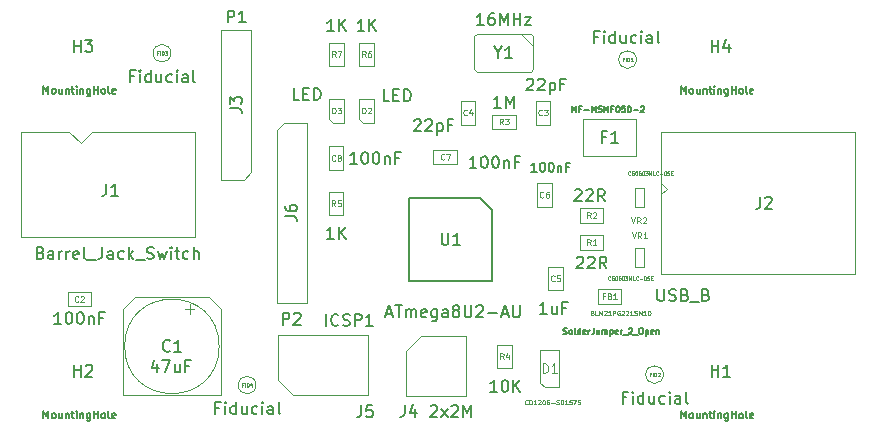
<source format=gbr>
%TF.GenerationSoftware,KiCad,Pcbnew,8.0.1+dfsg-1*%
%TF.CreationDate,2024-04-11T10:46:44+00:00*%
%TF.ProjectId,t1,74312e6b-6963-4616-945f-706362585858,WIP*%
%TF.SameCoordinates,Original*%
%TF.FileFunction,AssemblyDrawing,Top*%
%FSLAX46Y46*%
G04 Gerber Fmt 4.6, Leading zero omitted, Abs format (unit mm)*
G04 Created by KiCad (PCBNEW 8.0.1+dfsg-1) date 2024-04-11 10:46:44*
%MOMM*%
%LPD*%
G01*
G04 APERTURE LIST*
%ADD10C,0.150000*%
%ADD11C,0.080000*%
%ADD12C,0.095250*%
%ADD13C,0.120000*%
%ADD14C,0.127000*%
%ADD15C,0.063500*%
%ADD16C,0.050000*%
%ADD17C,0.050800*%
%ADD18C,0.060000*%
%ADD19C,0.100000*%
G04 APERTURE END LIST*
D10*
X129592533Y-96409752D02*
X129592533Y-97076419D01*
X129354438Y-96028800D02*
X129116343Y-96743085D01*
X129116343Y-96743085D02*
X129735390Y-96743085D01*
X130021105Y-96076419D02*
X130687771Y-96076419D01*
X130687771Y-96076419D02*
X130259200Y-97076419D01*
X131497295Y-96409752D02*
X131497295Y-97076419D01*
X131068724Y-96409752D02*
X131068724Y-96933561D01*
X131068724Y-96933561D02*
X131116343Y-97028800D01*
X131116343Y-97028800D02*
X131211581Y-97076419D01*
X131211581Y-97076419D02*
X131354438Y-97076419D01*
X131354438Y-97076419D02*
X131449676Y-97028800D01*
X131449676Y-97028800D02*
X131497295Y-96981180D01*
X132306819Y-96552609D02*
X131973486Y-96552609D01*
X131973486Y-97076419D02*
X131973486Y-96076419D01*
X131973486Y-96076419D02*
X132449676Y-96076419D01*
X130668733Y-95253980D02*
X130621114Y-95301600D01*
X130621114Y-95301600D02*
X130478257Y-95349219D01*
X130478257Y-95349219D02*
X130383019Y-95349219D01*
X130383019Y-95349219D02*
X130240162Y-95301600D01*
X130240162Y-95301600D02*
X130144924Y-95206361D01*
X130144924Y-95206361D02*
X130097305Y-95111123D01*
X130097305Y-95111123D02*
X130049686Y-94920647D01*
X130049686Y-94920647D02*
X130049686Y-94777790D01*
X130049686Y-94777790D02*
X130097305Y-94587314D01*
X130097305Y-94587314D02*
X130144924Y-94492076D01*
X130144924Y-94492076D02*
X130240162Y-94396838D01*
X130240162Y-94396838D02*
X130383019Y-94349219D01*
X130383019Y-94349219D02*
X130478257Y-94349219D01*
X130478257Y-94349219D02*
X130621114Y-94396838D01*
X130621114Y-94396838D02*
X130668733Y-94444457D01*
X131621114Y-95349219D02*
X131049686Y-95349219D01*
X131335400Y-95349219D02*
X131335400Y-94349219D01*
X131335400Y-94349219D02*
X131240162Y-94492076D01*
X131240162Y-94492076D02*
X131144924Y-94587314D01*
X131144924Y-94587314D02*
X131049686Y-94634933D01*
X121452380Y-93004819D02*
X120880952Y-93004819D01*
X121166666Y-93004819D02*
X121166666Y-92004819D01*
X121166666Y-92004819D02*
X121071428Y-92147676D01*
X121071428Y-92147676D02*
X120976190Y-92242914D01*
X120976190Y-92242914D02*
X120880952Y-92290533D01*
X122071428Y-92004819D02*
X122166666Y-92004819D01*
X122166666Y-92004819D02*
X122261904Y-92052438D01*
X122261904Y-92052438D02*
X122309523Y-92100057D01*
X122309523Y-92100057D02*
X122357142Y-92195295D01*
X122357142Y-92195295D02*
X122404761Y-92385771D01*
X122404761Y-92385771D02*
X122404761Y-92623866D01*
X122404761Y-92623866D02*
X122357142Y-92814342D01*
X122357142Y-92814342D02*
X122309523Y-92909580D01*
X122309523Y-92909580D02*
X122261904Y-92957200D01*
X122261904Y-92957200D02*
X122166666Y-93004819D01*
X122166666Y-93004819D02*
X122071428Y-93004819D01*
X122071428Y-93004819D02*
X121976190Y-92957200D01*
X121976190Y-92957200D02*
X121928571Y-92909580D01*
X121928571Y-92909580D02*
X121880952Y-92814342D01*
X121880952Y-92814342D02*
X121833333Y-92623866D01*
X121833333Y-92623866D02*
X121833333Y-92385771D01*
X121833333Y-92385771D02*
X121880952Y-92195295D01*
X121880952Y-92195295D02*
X121928571Y-92100057D01*
X121928571Y-92100057D02*
X121976190Y-92052438D01*
X121976190Y-92052438D02*
X122071428Y-92004819D01*
X123023809Y-92004819D02*
X123119047Y-92004819D01*
X123119047Y-92004819D02*
X123214285Y-92052438D01*
X123214285Y-92052438D02*
X123261904Y-92100057D01*
X123261904Y-92100057D02*
X123309523Y-92195295D01*
X123309523Y-92195295D02*
X123357142Y-92385771D01*
X123357142Y-92385771D02*
X123357142Y-92623866D01*
X123357142Y-92623866D02*
X123309523Y-92814342D01*
X123309523Y-92814342D02*
X123261904Y-92909580D01*
X123261904Y-92909580D02*
X123214285Y-92957200D01*
X123214285Y-92957200D02*
X123119047Y-93004819D01*
X123119047Y-93004819D02*
X123023809Y-93004819D01*
X123023809Y-93004819D02*
X122928571Y-92957200D01*
X122928571Y-92957200D02*
X122880952Y-92909580D01*
X122880952Y-92909580D02*
X122833333Y-92814342D01*
X122833333Y-92814342D02*
X122785714Y-92623866D01*
X122785714Y-92623866D02*
X122785714Y-92385771D01*
X122785714Y-92385771D02*
X122833333Y-92195295D01*
X122833333Y-92195295D02*
X122880952Y-92100057D01*
X122880952Y-92100057D02*
X122928571Y-92052438D01*
X122928571Y-92052438D02*
X123023809Y-92004819D01*
X123785714Y-92338152D02*
X123785714Y-93004819D01*
X123785714Y-92433390D02*
X123833333Y-92385771D01*
X123833333Y-92385771D02*
X123928571Y-92338152D01*
X123928571Y-92338152D02*
X124071428Y-92338152D01*
X124071428Y-92338152D02*
X124166666Y-92385771D01*
X124166666Y-92385771D02*
X124214285Y-92481009D01*
X124214285Y-92481009D02*
X124214285Y-93004819D01*
X125023809Y-92481009D02*
X124690476Y-92481009D01*
X124690476Y-93004819D02*
X124690476Y-92004819D01*
X124690476Y-92004819D02*
X125166666Y-92004819D01*
D11*
X122916666Y-91079530D02*
X122892857Y-91103340D01*
X122892857Y-91103340D02*
X122821428Y-91127149D01*
X122821428Y-91127149D02*
X122773809Y-91127149D01*
X122773809Y-91127149D02*
X122702381Y-91103340D01*
X122702381Y-91103340D02*
X122654762Y-91055720D01*
X122654762Y-91055720D02*
X122630952Y-91008101D01*
X122630952Y-91008101D02*
X122607143Y-90912863D01*
X122607143Y-90912863D02*
X122607143Y-90841435D01*
X122607143Y-90841435D02*
X122630952Y-90746197D01*
X122630952Y-90746197D02*
X122654762Y-90698578D01*
X122654762Y-90698578D02*
X122702381Y-90650959D01*
X122702381Y-90650959D02*
X122773809Y-90627149D01*
X122773809Y-90627149D02*
X122821428Y-90627149D01*
X122821428Y-90627149D02*
X122892857Y-90650959D01*
X122892857Y-90650959D02*
X122916666Y-90674768D01*
X123107143Y-90674768D02*
X123130952Y-90650959D01*
X123130952Y-90650959D02*
X123178571Y-90627149D01*
X123178571Y-90627149D02*
X123297619Y-90627149D01*
X123297619Y-90627149D02*
X123345238Y-90650959D01*
X123345238Y-90650959D02*
X123369047Y-90674768D01*
X123369047Y-90674768D02*
X123392857Y-90722387D01*
X123392857Y-90722387D02*
X123392857Y-90770006D01*
X123392857Y-90770006D02*
X123369047Y-90841435D01*
X123369047Y-90841435D02*
X123083333Y-91127149D01*
X123083333Y-91127149D02*
X123392857Y-91127149D01*
D10*
X160866343Y-72321057D02*
X160913962Y-72273438D01*
X160913962Y-72273438D02*
X161009200Y-72225819D01*
X161009200Y-72225819D02*
X161247295Y-72225819D01*
X161247295Y-72225819D02*
X161342533Y-72273438D01*
X161342533Y-72273438D02*
X161390152Y-72321057D01*
X161390152Y-72321057D02*
X161437771Y-72416295D01*
X161437771Y-72416295D02*
X161437771Y-72511533D01*
X161437771Y-72511533D02*
X161390152Y-72654390D01*
X161390152Y-72654390D02*
X160818724Y-73225819D01*
X160818724Y-73225819D02*
X161437771Y-73225819D01*
X161818724Y-72321057D02*
X161866343Y-72273438D01*
X161866343Y-72273438D02*
X161961581Y-72225819D01*
X161961581Y-72225819D02*
X162199676Y-72225819D01*
X162199676Y-72225819D02*
X162294914Y-72273438D01*
X162294914Y-72273438D02*
X162342533Y-72321057D01*
X162342533Y-72321057D02*
X162390152Y-72416295D01*
X162390152Y-72416295D02*
X162390152Y-72511533D01*
X162390152Y-72511533D02*
X162342533Y-72654390D01*
X162342533Y-72654390D02*
X161771105Y-73225819D01*
X161771105Y-73225819D02*
X162390152Y-73225819D01*
X162818724Y-72559152D02*
X162818724Y-73559152D01*
X162818724Y-72606771D02*
X162913962Y-72559152D01*
X162913962Y-72559152D02*
X163104438Y-72559152D01*
X163104438Y-72559152D02*
X163199676Y-72606771D01*
X163199676Y-72606771D02*
X163247295Y-72654390D01*
X163247295Y-72654390D02*
X163294914Y-72749628D01*
X163294914Y-72749628D02*
X163294914Y-73035342D01*
X163294914Y-73035342D02*
X163247295Y-73130580D01*
X163247295Y-73130580D02*
X163199676Y-73178200D01*
X163199676Y-73178200D02*
X163104438Y-73225819D01*
X163104438Y-73225819D02*
X162913962Y-73225819D01*
X162913962Y-73225819D02*
X162818724Y-73178200D01*
X164056819Y-72702009D02*
X163723486Y-72702009D01*
X163723486Y-73225819D02*
X163723486Y-72225819D01*
X163723486Y-72225819D02*
X164199676Y-72225819D01*
D11*
X162176666Y-75295530D02*
X162152857Y-75319340D01*
X162152857Y-75319340D02*
X162081428Y-75343149D01*
X162081428Y-75343149D02*
X162033809Y-75343149D01*
X162033809Y-75343149D02*
X161962381Y-75319340D01*
X161962381Y-75319340D02*
X161914762Y-75271720D01*
X161914762Y-75271720D02*
X161890952Y-75224101D01*
X161890952Y-75224101D02*
X161867143Y-75128863D01*
X161867143Y-75128863D02*
X161867143Y-75057435D01*
X161867143Y-75057435D02*
X161890952Y-74962197D01*
X161890952Y-74962197D02*
X161914762Y-74914578D01*
X161914762Y-74914578D02*
X161962381Y-74866959D01*
X161962381Y-74866959D02*
X162033809Y-74843149D01*
X162033809Y-74843149D02*
X162081428Y-74843149D01*
X162081428Y-74843149D02*
X162152857Y-74866959D01*
X162152857Y-74866959D02*
X162176666Y-74890768D01*
X162343333Y-74843149D02*
X162652857Y-74843149D01*
X162652857Y-74843149D02*
X162486190Y-75033625D01*
X162486190Y-75033625D02*
X162557619Y-75033625D01*
X162557619Y-75033625D02*
X162605238Y-75057435D01*
X162605238Y-75057435D02*
X162629047Y-75081244D01*
X162629047Y-75081244D02*
X162652857Y-75128863D01*
X162652857Y-75128863D02*
X162652857Y-75247911D01*
X162652857Y-75247911D02*
X162629047Y-75295530D01*
X162629047Y-75295530D02*
X162605238Y-75319340D01*
X162605238Y-75319340D02*
X162557619Y-75343149D01*
X162557619Y-75343149D02*
X162414762Y-75343149D01*
X162414762Y-75343149D02*
X162367143Y-75319340D01*
X162367143Y-75319340D02*
X162343333Y-75295530D01*
D10*
X151341343Y-75775457D02*
X151388962Y-75727838D01*
X151388962Y-75727838D02*
X151484200Y-75680219D01*
X151484200Y-75680219D02*
X151722295Y-75680219D01*
X151722295Y-75680219D02*
X151817533Y-75727838D01*
X151817533Y-75727838D02*
X151865152Y-75775457D01*
X151865152Y-75775457D02*
X151912771Y-75870695D01*
X151912771Y-75870695D02*
X151912771Y-75965933D01*
X151912771Y-75965933D02*
X151865152Y-76108790D01*
X151865152Y-76108790D02*
X151293724Y-76680219D01*
X151293724Y-76680219D02*
X151912771Y-76680219D01*
X152293724Y-75775457D02*
X152341343Y-75727838D01*
X152341343Y-75727838D02*
X152436581Y-75680219D01*
X152436581Y-75680219D02*
X152674676Y-75680219D01*
X152674676Y-75680219D02*
X152769914Y-75727838D01*
X152769914Y-75727838D02*
X152817533Y-75775457D01*
X152817533Y-75775457D02*
X152865152Y-75870695D01*
X152865152Y-75870695D02*
X152865152Y-75965933D01*
X152865152Y-75965933D02*
X152817533Y-76108790D01*
X152817533Y-76108790D02*
X152246105Y-76680219D01*
X152246105Y-76680219D02*
X152865152Y-76680219D01*
X153293724Y-76013552D02*
X153293724Y-77013552D01*
X153293724Y-76061171D02*
X153388962Y-76013552D01*
X153388962Y-76013552D02*
X153579438Y-76013552D01*
X153579438Y-76013552D02*
X153674676Y-76061171D01*
X153674676Y-76061171D02*
X153722295Y-76108790D01*
X153722295Y-76108790D02*
X153769914Y-76204028D01*
X153769914Y-76204028D02*
X153769914Y-76489742D01*
X153769914Y-76489742D02*
X153722295Y-76584980D01*
X153722295Y-76584980D02*
X153674676Y-76632600D01*
X153674676Y-76632600D02*
X153579438Y-76680219D01*
X153579438Y-76680219D02*
X153388962Y-76680219D01*
X153388962Y-76680219D02*
X153293724Y-76632600D01*
X154531819Y-76156409D02*
X154198486Y-76156409D01*
X154198486Y-76680219D02*
X154198486Y-75680219D01*
X154198486Y-75680219D02*
X154674676Y-75680219D01*
D11*
X155826666Y-75295530D02*
X155802857Y-75319340D01*
X155802857Y-75319340D02*
X155731428Y-75343149D01*
X155731428Y-75343149D02*
X155683809Y-75343149D01*
X155683809Y-75343149D02*
X155612381Y-75319340D01*
X155612381Y-75319340D02*
X155564762Y-75271720D01*
X155564762Y-75271720D02*
X155540952Y-75224101D01*
X155540952Y-75224101D02*
X155517143Y-75128863D01*
X155517143Y-75128863D02*
X155517143Y-75057435D01*
X155517143Y-75057435D02*
X155540952Y-74962197D01*
X155540952Y-74962197D02*
X155564762Y-74914578D01*
X155564762Y-74914578D02*
X155612381Y-74866959D01*
X155612381Y-74866959D02*
X155683809Y-74843149D01*
X155683809Y-74843149D02*
X155731428Y-74843149D01*
X155731428Y-74843149D02*
X155802857Y-74866959D01*
X155802857Y-74866959D02*
X155826666Y-74890768D01*
X156255238Y-75009816D02*
X156255238Y-75343149D01*
X156136190Y-74819340D02*
X156017143Y-75176482D01*
X156017143Y-75176482D02*
X156326666Y-75176482D01*
D10*
X162574361Y-92148819D02*
X162002933Y-92148819D01*
X162288647Y-92148819D02*
X162288647Y-91148819D01*
X162288647Y-91148819D02*
X162193409Y-91291676D01*
X162193409Y-91291676D02*
X162098171Y-91386914D01*
X162098171Y-91386914D02*
X162002933Y-91434533D01*
X163431504Y-91482152D02*
X163431504Y-92148819D01*
X163002933Y-91482152D02*
X163002933Y-92005961D01*
X163002933Y-92005961D02*
X163050552Y-92101200D01*
X163050552Y-92101200D02*
X163145790Y-92148819D01*
X163145790Y-92148819D02*
X163288647Y-92148819D01*
X163288647Y-92148819D02*
X163383885Y-92101200D01*
X163383885Y-92101200D02*
X163431504Y-92053580D01*
X164241028Y-91625009D02*
X163907695Y-91625009D01*
X163907695Y-92148819D02*
X163907695Y-91148819D01*
X163907695Y-91148819D02*
X164383885Y-91148819D01*
D11*
X163238666Y-89333530D02*
X163214857Y-89357340D01*
X163214857Y-89357340D02*
X163143428Y-89381149D01*
X163143428Y-89381149D02*
X163095809Y-89381149D01*
X163095809Y-89381149D02*
X163024381Y-89357340D01*
X163024381Y-89357340D02*
X162976762Y-89309720D01*
X162976762Y-89309720D02*
X162952952Y-89262101D01*
X162952952Y-89262101D02*
X162929143Y-89166863D01*
X162929143Y-89166863D02*
X162929143Y-89095435D01*
X162929143Y-89095435D02*
X162952952Y-89000197D01*
X162952952Y-89000197D02*
X162976762Y-88952578D01*
X162976762Y-88952578D02*
X163024381Y-88904959D01*
X163024381Y-88904959D02*
X163095809Y-88881149D01*
X163095809Y-88881149D02*
X163143428Y-88881149D01*
X163143428Y-88881149D02*
X163214857Y-88904959D01*
X163214857Y-88904959D02*
X163238666Y-88928768D01*
X163691047Y-88881149D02*
X163452952Y-88881149D01*
X163452952Y-88881149D02*
X163429143Y-89119244D01*
X163429143Y-89119244D02*
X163452952Y-89095435D01*
X163452952Y-89095435D02*
X163500571Y-89071625D01*
X163500571Y-89071625D02*
X163619619Y-89071625D01*
X163619619Y-89071625D02*
X163667238Y-89095435D01*
X163667238Y-89095435D02*
X163691047Y-89119244D01*
X163691047Y-89119244D02*
X163714857Y-89166863D01*
X163714857Y-89166863D02*
X163714857Y-89285911D01*
X163714857Y-89285911D02*
X163691047Y-89333530D01*
X163691047Y-89333530D02*
X163667238Y-89357340D01*
X163667238Y-89357340D02*
X163619619Y-89381149D01*
X163619619Y-89381149D02*
X163500571Y-89381149D01*
X163500571Y-89381149D02*
X163452952Y-89357340D01*
X163452952Y-89357340D02*
X163429143Y-89333530D01*
D10*
X156618180Y-79779019D02*
X156046752Y-79779019D01*
X156332466Y-79779019D02*
X156332466Y-78779019D01*
X156332466Y-78779019D02*
X156237228Y-78921876D01*
X156237228Y-78921876D02*
X156141990Y-79017114D01*
X156141990Y-79017114D02*
X156046752Y-79064733D01*
X157237228Y-78779019D02*
X157332466Y-78779019D01*
X157332466Y-78779019D02*
X157427704Y-78826638D01*
X157427704Y-78826638D02*
X157475323Y-78874257D01*
X157475323Y-78874257D02*
X157522942Y-78969495D01*
X157522942Y-78969495D02*
X157570561Y-79159971D01*
X157570561Y-79159971D02*
X157570561Y-79398066D01*
X157570561Y-79398066D02*
X157522942Y-79588542D01*
X157522942Y-79588542D02*
X157475323Y-79683780D01*
X157475323Y-79683780D02*
X157427704Y-79731400D01*
X157427704Y-79731400D02*
X157332466Y-79779019D01*
X157332466Y-79779019D02*
X157237228Y-79779019D01*
X157237228Y-79779019D02*
X157141990Y-79731400D01*
X157141990Y-79731400D02*
X157094371Y-79683780D01*
X157094371Y-79683780D02*
X157046752Y-79588542D01*
X157046752Y-79588542D02*
X156999133Y-79398066D01*
X156999133Y-79398066D02*
X156999133Y-79159971D01*
X156999133Y-79159971D02*
X157046752Y-78969495D01*
X157046752Y-78969495D02*
X157094371Y-78874257D01*
X157094371Y-78874257D02*
X157141990Y-78826638D01*
X157141990Y-78826638D02*
X157237228Y-78779019D01*
X158189609Y-78779019D02*
X158284847Y-78779019D01*
X158284847Y-78779019D02*
X158380085Y-78826638D01*
X158380085Y-78826638D02*
X158427704Y-78874257D01*
X158427704Y-78874257D02*
X158475323Y-78969495D01*
X158475323Y-78969495D02*
X158522942Y-79159971D01*
X158522942Y-79159971D02*
X158522942Y-79398066D01*
X158522942Y-79398066D02*
X158475323Y-79588542D01*
X158475323Y-79588542D02*
X158427704Y-79683780D01*
X158427704Y-79683780D02*
X158380085Y-79731400D01*
X158380085Y-79731400D02*
X158284847Y-79779019D01*
X158284847Y-79779019D02*
X158189609Y-79779019D01*
X158189609Y-79779019D02*
X158094371Y-79731400D01*
X158094371Y-79731400D02*
X158046752Y-79683780D01*
X158046752Y-79683780D02*
X157999133Y-79588542D01*
X157999133Y-79588542D02*
X157951514Y-79398066D01*
X157951514Y-79398066D02*
X157951514Y-79159971D01*
X157951514Y-79159971D02*
X157999133Y-78969495D01*
X157999133Y-78969495D02*
X158046752Y-78874257D01*
X158046752Y-78874257D02*
X158094371Y-78826638D01*
X158094371Y-78826638D02*
X158189609Y-78779019D01*
X158951514Y-79112352D02*
X158951514Y-79779019D01*
X158951514Y-79207590D02*
X158999133Y-79159971D01*
X158999133Y-79159971D02*
X159094371Y-79112352D01*
X159094371Y-79112352D02*
X159237228Y-79112352D01*
X159237228Y-79112352D02*
X159332466Y-79159971D01*
X159332466Y-79159971D02*
X159380085Y-79255209D01*
X159380085Y-79255209D02*
X159380085Y-79779019D01*
X160189609Y-79255209D02*
X159856276Y-79255209D01*
X159856276Y-79779019D02*
X159856276Y-78779019D01*
X159856276Y-78779019D02*
X160332466Y-78779019D01*
D11*
X153891466Y-79046530D02*
X153867657Y-79070340D01*
X153867657Y-79070340D02*
X153796228Y-79094149D01*
X153796228Y-79094149D02*
X153748609Y-79094149D01*
X153748609Y-79094149D02*
X153677181Y-79070340D01*
X153677181Y-79070340D02*
X153629562Y-79022720D01*
X153629562Y-79022720D02*
X153605752Y-78975101D01*
X153605752Y-78975101D02*
X153581943Y-78879863D01*
X153581943Y-78879863D02*
X153581943Y-78808435D01*
X153581943Y-78808435D02*
X153605752Y-78713197D01*
X153605752Y-78713197D02*
X153629562Y-78665578D01*
X153629562Y-78665578D02*
X153677181Y-78617959D01*
X153677181Y-78617959D02*
X153748609Y-78594149D01*
X153748609Y-78594149D02*
X153796228Y-78594149D01*
X153796228Y-78594149D02*
X153867657Y-78617959D01*
X153867657Y-78617959D02*
X153891466Y-78641768D01*
X154058133Y-78594149D02*
X154391466Y-78594149D01*
X154391466Y-78594149D02*
X154177181Y-79094149D01*
D10*
X146508980Y-79448819D02*
X145937552Y-79448819D01*
X146223266Y-79448819D02*
X146223266Y-78448819D01*
X146223266Y-78448819D02*
X146128028Y-78591676D01*
X146128028Y-78591676D02*
X146032790Y-78686914D01*
X146032790Y-78686914D02*
X145937552Y-78734533D01*
X147128028Y-78448819D02*
X147223266Y-78448819D01*
X147223266Y-78448819D02*
X147318504Y-78496438D01*
X147318504Y-78496438D02*
X147366123Y-78544057D01*
X147366123Y-78544057D02*
X147413742Y-78639295D01*
X147413742Y-78639295D02*
X147461361Y-78829771D01*
X147461361Y-78829771D02*
X147461361Y-79067866D01*
X147461361Y-79067866D02*
X147413742Y-79258342D01*
X147413742Y-79258342D02*
X147366123Y-79353580D01*
X147366123Y-79353580D02*
X147318504Y-79401200D01*
X147318504Y-79401200D02*
X147223266Y-79448819D01*
X147223266Y-79448819D02*
X147128028Y-79448819D01*
X147128028Y-79448819D02*
X147032790Y-79401200D01*
X147032790Y-79401200D02*
X146985171Y-79353580D01*
X146985171Y-79353580D02*
X146937552Y-79258342D01*
X146937552Y-79258342D02*
X146889933Y-79067866D01*
X146889933Y-79067866D02*
X146889933Y-78829771D01*
X146889933Y-78829771D02*
X146937552Y-78639295D01*
X146937552Y-78639295D02*
X146985171Y-78544057D01*
X146985171Y-78544057D02*
X147032790Y-78496438D01*
X147032790Y-78496438D02*
X147128028Y-78448819D01*
X148080409Y-78448819D02*
X148175647Y-78448819D01*
X148175647Y-78448819D02*
X148270885Y-78496438D01*
X148270885Y-78496438D02*
X148318504Y-78544057D01*
X148318504Y-78544057D02*
X148366123Y-78639295D01*
X148366123Y-78639295D02*
X148413742Y-78829771D01*
X148413742Y-78829771D02*
X148413742Y-79067866D01*
X148413742Y-79067866D02*
X148366123Y-79258342D01*
X148366123Y-79258342D02*
X148318504Y-79353580D01*
X148318504Y-79353580D02*
X148270885Y-79401200D01*
X148270885Y-79401200D02*
X148175647Y-79448819D01*
X148175647Y-79448819D02*
X148080409Y-79448819D01*
X148080409Y-79448819D02*
X147985171Y-79401200D01*
X147985171Y-79401200D02*
X147937552Y-79353580D01*
X147937552Y-79353580D02*
X147889933Y-79258342D01*
X147889933Y-79258342D02*
X147842314Y-79067866D01*
X147842314Y-79067866D02*
X147842314Y-78829771D01*
X147842314Y-78829771D02*
X147889933Y-78639295D01*
X147889933Y-78639295D02*
X147937552Y-78544057D01*
X147937552Y-78544057D02*
X147985171Y-78496438D01*
X147985171Y-78496438D02*
X148080409Y-78448819D01*
X148842314Y-78782152D02*
X148842314Y-79448819D01*
X148842314Y-78877390D02*
X148889933Y-78829771D01*
X148889933Y-78829771D02*
X148985171Y-78782152D01*
X148985171Y-78782152D02*
X149128028Y-78782152D01*
X149128028Y-78782152D02*
X149223266Y-78829771D01*
X149223266Y-78829771D02*
X149270885Y-78925009D01*
X149270885Y-78925009D02*
X149270885Y-79448819D01*
X150080409Y-78925009D02*
X149747076Y-78925009D01*
X149747076Y-79448819D02*
X149747076Y-78448819D01*
X149747076Y-78448819D02*
X150223266Y-78448819D01*
D11*
X144671266Y-79148130D02*
X144647457Y-79171940D01*
X144647457Y-79171940D02*
X144576028Y-79195749D01*
X144576028Y-79195749D02*
X144528409Y-79195749D01*
X144528409Y-79195749D02*
X144456981Y-79171940D01*
X144456981Y-79171940D02*
X144409362Y-79124320D01*
X144409362Y-79124320D02*
X144385552Y-79076701D01*
X144385552Y-79076701D02*
X144361743Y-78981463D01*
X144361743Y-78981463D02*
X144361743Y-78910035D01*
X144361743Y-78910035D02*
X144385552Y-78814797D01*
X144385552Y-78814797D02*
X144409362Y-78767178D01*
X144409362Y-78767178D02*
X144456981Y-78719559D01*
X144456981Y-78719559D02*
X144528409Y-78695749D01*
X144528409Y-78695749D02*
X144576028Y-78695749D01*
X144576028Y-78695749D02*
X144647457Y-78719559D01*
X144647457Y-78719559D02*
X144671266Y-78743368D01*
X144956981Y-78910035D02*
X144909362Y-78886225D01*
X144909362Y-78886225D02*
X144885552Y-78862416D01*
X144885552Y-78862416D02*
X144861743Y-78814797D01*
X144861743Y-78814797D02*
X144861743Y-78790987D01*
X144861743Y-78790987D02*
X144885552Y-78743368D01*
X144885552Y-78743368D02*
X144909362Y-78719559D01*
X144909362Y-78719559D02*
X144956981Y-78695749D01*
X144956981Y-78695749D02*
X145052219Y-78695749D01*
X145052219Y-78695749D02*
X145099838Y-78719559D01*
X145099838Y-78719559D02*
X145123647Y-78743368D01*
X145123647Y-78743368D02*
X145147457Y-78790987D01*
X145147457Y-78790987D02*
X145147457Y-78814797D01*
X145147457Y-78814797D02*
X145123647Y-78862416D01*
X145123647Y-78862416D02*
X145099838Y-78886225D01*
X145099838Y-78886225D02*
X145052219Y-78910035D01*
X145052219Y-78910035D02*
X144956981Y-78910035D01*
X144956981Y-78910035D02*
X144909362Y-78933844D01*
X144909362Y-78933844D02*
X144885552Y-78957654D01*
X144885552Y-78957654D02*
X144861743Y-79005273D01*
X144861743Y-79005273D02*
X144861743Y-79100511D01*
X144861743Y-79100511D02*
X144885552Y-79148130D01*
X144885552Y-79148130D02*
X144909362Y-79171940D01*
X144909362Y-79171940D02*
X144956981Y-79195749D01*
X144956981Y-79195749D02*
X145052219Y-79195749D01*
X145052219Y-79195749D02*
X145099838Y-79171940D01*
X145099838Y-79171940D02*
X145123647Y-79148130D01*
X145123647Y-79148130D02*
X145147457Y-79100511D01*
X145147457Y-79100511D02*
X145147457Y-79005273D01*
X145147457Y-79005273D02*
X145123647Y-78957654D01*
X145123647Y-78957654D02*
X145099838Y-78933844D01*
X145099838Y-78933844D02*
X145052219Y-78910035D01*
D12*
X160945286Y-99779219D02*
X160927143Y-99797362D01*
X160927143Y-99797362D02*
X160872715Y-99815504D01*
X160872715Y-99815504D02*
X160836429Y-99815504D01*
X160836429Y-99815504D02*
X160782000Y-99797362D01*
X160782000Y-99797362D02*
X160745715Y-99761076D01*
X160745715Y-99761076D02*
X160727572Y-99724790D01*
X160727572Y-99724790D02*
X160709429Y-99652219D01*
X160709429Y-99652219D02*
X160709429Y-99597790D01*
X160709429Y-99597790D02*
X160727572Y-99525219D01*
X160727572Y-99525219D02*
X160745715Y-99488933D01*
X160745715Y-99488933D02*
X160782000Y-99452647D01*
X160782000Y-99452647D02*
X160836429Y-99434504D01*
X160836429Y-99434504D02*
X160872715Y-99434504D01*
X160872715Y-99434504D02*
X160927143Y-99452647D01*
X160927143Y-99452647D02*
X160945286Y-99470790D01*
X161108572Y-99815504D02*
X161108572Y-99434504D01*
X161108572Y-99434504D02*
X161199286Y-99434504D01*
X161199286Y-99434504D02*
X161253715Y-99452647D01*
X161253715Y-99452647D02*
X161290000Y-99488933D01*
X161290000Y-99488933D02*
X161308143Y-99525219D01*
X161308143Y-99525219D02*
X161326286Y-99597790D01*
X161326286Y-99597790D02*
X161326286Y-99652219D01*
X161326286Y-99652219D02*
X161308143Y-99724790D01*
X161308143Y-99724790D02*
X161290000Y-99761076D01*
X161290000Y-99761076D02*
X161253715Y-99797362D01*
X161253715Y-99797362D02*
X161199286Y-99815504D01*
X161199286Y-99815504D02*
X161108572Y-99815504D01*
X161689143Y-99815504D02*
X161471429Y-99815504D01*
X161580286Y-99815504D02*
X161580286Y-99434504D01*
X161580286Y-99434504D02*
X161544000Y-99488933D01*
X161544000Y-99488933D02*
X161507715Y-99525219D01*
X161507715Y-99525219D02*
X161471429Y-99543362D01*
X161834286Y-99470790D02*
X161852429Y-99452647D01*
X161852429Y-99452647D02*
X161888715Y-99434504D01*
X161888715Y-99434504D02*
X161979429Y-99434504D01*
X161979429Y-99434504D02*
X162015715Y-99452647D01*
X162015715Y-99452647D02*
X162033857Y-99470790D01*
X162033857Y-99470790D02*
X162052000Y-99507076D01*
X162052000Y-99507076D02*
X162052000Y-99543362D01*
X162052000Y-99543362D02*
X162033857Y-99597790D01*
X162033857Y-99597790D02*
X161816143Y-99815504D01*
X161816143Y-99815504D02*
X162052000Y-99815504D01*
X162287857Y-99434504D02*
X162324143Y-99434504D01*
X162324143Y-99434504D02*
X162360429Y-99452647D01*
X162360429Y-99452647D02*
X162378572Y-99470790D01*
X162378572Y-99470790D02*
X162396714Y-99507076D01*
X162396714Y-99507076D02*
X162414857Y-99579647D01*
X162414857Y-99579647D02*
X162414857Y-99670362D01*
X162414857Y-99670362D02*
X162396714Y-99742933D01*
X162396714Y-99742933D02*
X162378572Y-99779219D01*
X162378572Y-99779219D02*
X162360429Y-99797362D01*
X162360429Y-99797362D02*
X162324143Y-99815504D01*
X162324143Y-99815504D02*
X162287857Y-99815504D01*
X162287857Y-99815504D02*
X162251572Y-99797362D01*
X162251572Y-99797362D02*
X162233429Y-99779219D01*
X162233429Y-99779219D02*
X162215286Y-99742933D01*
X162215286Y-99742933D02*
X162197143Y-99670362D01*
X162197143Y-99670362D02*
X162197143Y-99579647D01*
X162197143Y-99579647D02*
X162215286Y-99507076D01*
X162215286Y-99507076D02*
X162233429Y-99470790D01*
X162233429Y-99470790D02*
X162251572Y-99452647D01*
X162251572Y-99452647D02*
X162287857Y-99434504D01*
X162741429Y-99434504D02*
X162668857Y-99434504D01*
X162668857Y-99434504D02*
X162632571Y-99452647D01*
X162632571Y-99452647D02*
X162614429Y-99470790D01*
X162614429Y-99470790D02*
X162578143Y-99525219D01*
X162578143Y-99525219D02*
X162560000Y-99597790D01*
X162560000Y-99597790D02*
X162560000Y-99742933D01*
X162560000Y-99742933D02*
X162578143Y-99779219D01*
X162578143Y-99779219D02*
X162596286Y-99797362D01*
X162596286Y-99797362D02*
X162632571Y-99815504D01*
X162632571Y-99815504D02*
X162705143Y-99815504D01*
X162705143Y-99815504D02*
X162741429Y-99797362D01*
X162741429Y-99797362D02*
X162759571Y-99779219D01*
X162759571Y-99779219D02*
X162777714Y-99742933D01*
X162777714Y-99742933D02*
X162777714Y-99652219D01*
X162777714Y-99652219D02*
X162759571Y-99615933D01*
X162759571Y-99615933D02*
X162741429Y-99597790D01*
X162741429Y-99597790D02*
X162705143Y-99579647D01*
X162705143Y-99579647D02*
X162632571Y-99579647D01*
X162632571Y-99579647D02*
X162596286Y-99597790D01*
X162596286Y-99597790D02*
X162578143Y-99615933D01*
X162578143Y-99615933D02*
X162560000Y-99652219D01*
X162941000Y-99670362D02*
X163231286Y-99670362D01*
X163394571Y-99797362D02*
X163449000Y-99815504D01*
X163449000Y-99815504D02*
X163539714Y-99815504D01*
X163539714Y-99815504D02*
X163576000Y-99797362D01*
X163576000Y-99797362D02*
X163594142Y-99779219D01*
X163594142Y-99779219D02*
X163612285Y-99742933D01*
X163612285Y-99742933D02*
X163612285Y-99706647D01*
X163612285Y-99706647D02*
X163594142Y-99670362D01*
X163594142Y-99670362D02*
X163576000Y-99652219D01*
X163576000Y-99652219D02*
X163539714Y-99634076D01*
X163539714Y-99634076D02*
X163467142Y-99615933D01*
X163467142Y-99615933D02*
X163430857Y-99597790D01*
X163430857Y-99597790D02*
X163412714Y-99579647D01*
X163412714Y-99579647D02*
X163394571Y-99543362D01*
X163394571Y-99543362D02*
X163394571Y-99507076D01*
X163394571Y-99507076D02*
X163412714Y-99470790D01*
X163412714Y-99470790D02*
X163430857Y-99452647D01*
X163430857Y-99452647D02*
X163467142Y-99434504D01*
X163467142Y-99434504D02*
X163557857Y-99434504D01*
X163557857Y-99434504D02*
X163612285Y-99452647D01*
X163848142Y-99434504D02*
X163884428Y-99434504D01*
X163884428Y-99434504D02*
X163920714Y-99452647D01*
X163920714Y-99452647D02*
X163938857Y-99470790D01*
X163938857Y-99470790D02*
X163956999Y-99507076D01*
X163956999Y-99507076D02*
X163975142Y-99579647D01*
X163975142Y-99579647D02*
X163975142Y-99670362D01*
X163975142Y-99670362D02*
X163956999Y-99742933D01*
X163956999Y-99742933D02*
X163938857Y-99779219D01*
X163938857Y-99779219D02*
X163920714Y-99797362D01*
X163920714Y-99797362D02*
X163884428Y-99815504D01*
X163884428Y-99815504D02*
X163848142Y-99815504D01*
X163848142Y-99815504D02*
X163811857Y-99797362D01*
X163811857Y-99797362D02*
X163793714Y-99779219D01*
X163793714Y-99779219D02*
X163775571Y-99742933D01*
X163775571Y-99742933D02*
X163757428Y-99670362D01*
X163757428Y-99670362D02*
X163757428Y-99579647D01*
X163757428Y-99579647D02*
X163775571Y-99507076D01*
X163775571Y-99507076D02*
X163793714Y-99470790D01*
X163793714Y-99470790D02*
X163811857Y-99452647D01*
X163811857Y-99452647D02*
X163848142Y-99434504D01*
X164337999Y-99815504D02*
X164120285Y-99815504D01*
X164229142Y-99815504D02*
X164229142Y-99434504D01*
X164229142Y-99434504D02*
X164192856Y-99488933D01*
X164192856Y-99488933D02*
X164156571Y-99525219D01*
X164156571Y-99525219D02*
X164120285Y-99543362D01*
X164682713Y-99434504D02*
X164501285Y-99434504D01*
X164501285Y-99434504D02*
X164483142Y-99615933D01*
X164483142Y-99615933D02*
X164501285Y-99597790D01*
X164501285Y-99597790D02*
X164537571Y-99579647D01*
X164537571Y-99579647D02*
X164628285Y-99579647D01*
X164628285Y-99579647D02*
X164664571Y-99597790D01*
X164664571Y-99597790D02*
X164682713Y-99615933D01*
X164682713Y-99615933D02*
X164700856Y-99652219D01*
X164700856Y-99652219D02*
X164700856Y-99742933D01*
X164700856Y-99742933D02*
X164682713Y-99779219D01*
X164682713Y-99779219D02*
X164664571Y-99797362D01*
X164664571Y-99797362D02*
X164628285Y-99815504D01*
X164628285Y-99815504D02*
X164537571Y-99815504D01*
X164537571Y-99815504D02*
X164501285Y-99797362D01*
X164501285Y-99797362D02*
X164483142Y-99779219D01*
X164827856Y-99434504D02*
X165081856Y-99434504D01*
X165081856Y-99434504D02*
X164918570Y-99815504D01*
X165408427Y-99434504D02*
X165226999Y-99434504D01*
X165226999Y-99434504D02*
X165208856Y-99615933D01*
X165208856Y-99615933D02*
X165226999Y-99597790D01*
X165226999Y-99597790D02*
X165263285Y-99579647D01*
X165263285Y-99579647D02*
X165353999Y-99579647D01*
X165353999Y-99579647D02*
X165390285Y-99597790D01*
X165390285Y-99597790D02*
X165408427Y-99615933D01*
X165408427Y-99615933D02*
X165426570Y-99652219D01*
X165426570Y-99652219D02*
X165426570Y-99742933D01*
X165426570Y-99742933D02*
X165408427Y-99779219D01*
X165408427Y-99779219D02*
X165390285Y-99797362D01*
X165390285Y-99797362D02*
X165353999Y-99815504D01*
X165353999Y-99815504D02*
X165263285Y-99815504D01*
X165263285Y-99815504D02*
X165226999Y-99797362D01*
X165226999Y-99797362D02*
X165208856Y-99779219D01*
D13*
X162223524Y-97137855D02*
X162223524Y-96337855D01*
X162223524Y-96337855D02*
X162414000Y-96337855D01*
X162414000Y-96337855D02*
X162528286Y-96375950D01*
X162528286Y-96375950D02*
X162604476Y-96452140D01*
X162604476Y-96452140D02*
X162642571Y-96528331D01*
X162642571Y-96528331D02*
X162680667Y-96680712D01*
X162680667Y-96680712D02*
X162680667Y-96794998D01*
X162680667Y-96794998D02*
X162642571Y-96947379D01*
X162642571Y-96947379D02*
X162604476Y-97023569D01*
X162604476Y-97023569D02*
X162528286Y-97099760D01*
X162528286Y-97099760D02*
X162414000Y-97137855D01*
X162414000Y-97137855D02*
X162223524Y-97137855D01*
X163442571Y-97137855D02*
X162985428Y-97137855D01*
X163214000Y-97137855D02*
X163214000Y-96337855D01*
X163214000Y-96337855D02*
X163137809Y-96452140D01*
X163137809Y-96452140D02*
X163061619Y-96528331D01*
X163061619Y-96528331D02*
X162985428Y-96566426D01*
D10*
X149242542Y-74140219D02*
X148766352Y-74140219D01*
X148766352Y-74140219D02*
X148766352Y-73140219D01*
X149575876Y-73616409D02*
X149909209Y-73616409D01*
X150052066Y-74140219D02*
X149575876Y-74140219D01*
X149575876Y-74140219D02*
X149575876Y-73140219D01*
X149575876Y-73140219D02*
X150052066Y-73140219D01*
X150480638Y-74140219D02*
X150480638Y-73140219D01*
X150480638Y-73140219D02*
X150718733Y-73140219D01*
X150718733Y-73140219D02*
X150861590Y-73187838D01*
X150861590Y-73187838D02*
X150956828Y-73283076D01*
X150956828Y-73283076D02*
X151004447Y-73378314D01*
X151004447Y-73378314D02*
X151052066Y-73568790D01*
X151052066Y-73568790D02*
X151052066Y-73711647D01*
X151052066Y-73711647D02*
X151004447Y-73902123D01*
X151004447Y-73902123D02*
X150956828Y-73997361D01*
X150956828Y-73997361D02*
X150861590Y-74092600D01*
X150861590Y-74092600D02*
X150718733Y-74140219D01*
X150718733Y-74140219D02*
X150480638Y-74140219D01*
D11*
X146950952Y-75177149D02*
X146950952Y-74677149D01*
X146950952Y-74677149D02*
X147070000Y-74677149D01*
X147070000Y-74677149D02*
X147141428Y-74700959D01*
X147141428Y-74700959D02*
X147189047Y-74748578D01*
X147189047Y-74748578D02*
X147212857Y-74796197D01*
X147212857Y-74796197D02*
X147236666Y-74891435D01*
X147236666Y-74891435D02*
X147236666Y-74962863D01*
X147236666Y-74962863D02*
X147212857Y-75058101D01*
X147212857Y-75058101D02*
X147189047Y-75105720D01*
X147189047Y-75105720D02*
X147141428Y-75153340D01*
X147141428Y-75153340D02*
X147070000Y-75177149D01*
X147070000Y-75177149D02*
X146950952Y-75177149D01*
X147427143Y-74724768D02*
X147450952Y-74700959D01*
X147450952Y-74700959D02*
X147498571Y-74677149D01*
X147498571Y-74677149D02*
X147617619Y-74677149D01*
X147617619Y-74677149D02*
X147665238Y-74700959D01*
X147665238Y-74700959D02*
X147689047Y-74724768D01*
X147689047Y-74724768D02*
X147712857Y-74772387D01*
X147712857Y-74772387D02*
X147712857Y-74820006D01*
X147712857Y-74820006D02*
X147689047Y-74891435D01*
X147689047Y-74891435D02*
X147403333Y-75177149D01*
X147403333Y-75177149D02*
X147712857Y-75177149D01*
D10*
X141622542Y-74038619D02*
X141146352Y-74038619D01*
X141146352Y-74038619D02*
X141146352Y-73038619D01*
X141955876Y-73514809D02*
X142289209Y-73514809D01*
X142432066Y-74038619D02*
X141955876Y-74038619D01*
X141955876Y-74038619D02*
X141955876Y-73038619D01*
X141955876Y-73038619D02*
X142432066Y-73038619D01*
X142860638Y-74038619D02*
X142860638Y-73038619D01*
X142860638Y-73038619D02*
X143098733Y-73038619D01*
X143098733Y-73038619D02*
X143241590Y-73086238D01*
X143241590Y-73086238D02*
X143336828Y-73181476D01*
X143336828Y-73181476D02*
X143384447Y-73276714D01*
X143384447Y-73276714D02*
X143432066Y-73467190D01*
X143432066Y-73467190D02*
X143432066Y-73610047D01*
X143432066Y-73610047D02*
X143384447Y-73800523D01*
X143384447Y-73800523D02*
X143336828Y-73895761D01*
X143336828Y-73895761D02*
X143241590Y-73991000D01*
X143241590Y-73991000D02*
X143098733Y-74038619D01*
X143098733Y-74038619D02*
X142860638Y-74038619D01*
D11*
X144410952Y-75177149D02*
X144410952Y-74677149D01*
X144410952Y-74677149D02*
X144530000Y-74677149D01*
X144530000Y-74677149D02*
X144601428Y-74700959D01*
X144601428Y-74700959D02*
X144649047Y-74748578D01*
X144649047Y-74748578D02*
X144672857Y-74796197D01*
X144672857Y-74796197D02*
X144696666Y-74891435D01*
X144696666Y-74891435D02*
X144696666Y-74962863D01*
X144696666Y-74962863D02*
X144672857Y-75058101D01*
X144672857Y-75058101D02*
X144649047Y-75105720D01*
X144649047Y-75105720D02*
X144601428Y-75153340D01*
X144601428Y-75153340D02*
X144530000Y-75177149D01*
X144530000Y-75177149D02*
X144410952Y-75177149D01*
X144863333Y-74677149D02*
X145172857Y-74677149D01*
X145172857Y-74677149D02*
X145006190Y-74867625D01*
X145006190Y-74867625D02*
X145077619Y-74867625D01*
X145077619Y-74867625D02*
X145125238Y-74891435D01*
X145125238Y-74891435D02*
X145149047Y-74915244D01*
X145149047Y-74915244D02*
X145172857Y-74962863D01*
X145172857Y-74962863D02*
X145172857Y-75081911D01*
X145172857Y-75081911D02*
X145149047Y-75129530D01*
X145149047Y-75129530D02*
X145125238Y-75153340D01*
X145125238Y-75153340D02*
X145077619Y-75177149D01*
X145077619Y-75177149D02*
X144934762Y-75177149D01*
X144934762Y-75177149D02*
X144887143Y-75153340D01*
X144887143Y-75153340D02*
X144863333Y-75129530D01*
D14*
X164743190Y-75056806D02*
X164743190Y-74548806D01*
X164743190Y-74548806D02*
X164912523Y-74911663D01*
X164912523Y-74911663D02*
X165081857Y-74548806D01*
X165081857Y-74548806D02*
X165081857Y-75056806D01*
X165493094Y-74790711D02*
X165323761Y-74790711D01*
X165323761Y-75056806D02*
X165323761Y-74548806D01*
X165323761Y-74548806D02*
X165565666Y-74548806D01*
X165759190Y-74863282D02*
X166146238Y-74863282D01*
X166388142Y-75056806D02*
X166388142Y-74548806D01*
X166388142Y-74548806D02*
X166557475Y-74911663D01*
X166557475Y-74911663D02*
X166726809Y-74548806D01*
X166726809Y-74548806D02*
X166726809Y-75056806D01*
X166944522Y-75032616D02*
X167017094Y-75056806D01*
X167017094Y-75056806D02*
X167138046Y-75056806D01*
X167138046Y-75056806D02*
X167186427Y-75032616D01*
X167186427Y-75032616D02*
X167210618Y-75008425D01*
X167210618Y-75008425D02*
X167234808Y-74960044D01*
X167234808Y-74960044D02*
X167234808Y-74911663D01*
X167234808Y-74911663D02*
X167210618Y-74863282D01*
X167210618Y-74863282D02*
X167186427Y-74839092D01*
X167186427Y-74839092D02*
X167138046Y-74814901D01*
X167138046Y-74814901D02*
X167041284Y-74790711D01*
X167041284Y-74790711D02*
X166992903Y-74766520D01*
X166992903Y-74766520D02*
X166968713Y-74742330D01*
X166968713Y-74742330D02*
X166944522Y-74693949D01*
X166944522Y-74693949D02*
X166944522Y-74645568D01*
X166944522Y-74645568D02*
X166968713Y-74597187D01*
X166968713Y-74597187D02*
X166992903Y-74572996D01*
X166992903Y-74572996D02*
X167041284Y-74548806D01*
X167041284Y-74548806D02*
X167162237Y-74548806D01*
X167162237Y-74548806D02*
X167234808Y-74572996D01*
X167452523Y-75056806D02*
X167452523Y-74548806D01*
X167452523Y-74548806D02*
X167621856Y-74911663D01*
X167621856Y-74911663D02*
X167791190Y-74548806D01*
X167791190Y-74548806D02*
X167791190Y-75056806D01*
X168202427Y-74790711D02*
X168033094Y-74790711D01*
X168033094Y-75056806D02*
X168033094Y-74548806D01*
X168033094Y-74548806D02*
X168274999Y-74548806D01*
X168565285Y-74548806D02*
X168613666Y-74548806D01*
X168613666Y-74548806D02*
X168662047Y-74572996D01*
X168662047Y-74572996D02*
X168686237Y-74597187D01*
X168686237Y-74597187D02*
X168710428Y-74645568D01*
X168710428Y-74645568D02*
X168734618Y-74742330D01*
X168734618Y-74742330D02*
X168734618Y-74863282D01*
X168734618Y-74863282D02*
X168710428Y-74960044D01*
X168710428Y-74960044D02*
X168686237Y-75008425D01*
X168686237Y-75008425D02*
X168662047Y-75032616D01*
X168662047Y-75032616D02*
X168613666Y-75056806D01*
X168613666Y-75056806D02*
X168565285Y-75056806D01*
X168565285Y-75056806D02*
X168516904Y-75032616D01*
X168516904Y-75032616D02*
X168492713Y-75008425D01*
X168492713Y-75008425D02*
X168468523Y-74960044D01*
X168468523Y-74960044D02*
X168444332Y-74863282D01*
X168444332Y-74863282D02*
X168444332Y-74742330D01*
X168444332Y-74742330D02*
X168468523Y-74645568D01*
X168468523Y-74645568D02*
X168492713Y-74597187D01*
X168492713Y-74597187D02*
X168516904Y-74572996D01*
X168516904Y-74572996D02*
X168565285Y-74548806D01*
X169194238Y-74548806D02*
X168952333Y-74548806D01*
X168952333Y-74548806D02*
X168928142Y-74790711D01*
X168928142Y-74790711D02*
X168952333Y-74766520D01*
X168952333Y-74766520D02*
X169000714Y-74742330D01*
X169000714Y-74742330D02*
X169121666Y-74742330D01*
X169121666Y-74742330D02*
X169170047Y-74766520D01*
X169170047Y-74766520D02*
X169194238Y-74790711D01*
X169194238Y-74790711D02*
X169218428Y-74839092D01*
X169218428Y-74839092D02*
X169218428Y-74960044D01*
X169218428Y-74960044D02*
X169194238Y-75008425D01*
X169194238Y-75008425D02*
X169170047Y-75032616D01*
X169170047Y-75032616D02*
X169121666Y-75056806D01*
X169121666Y-75056806D02*
X169000714Y-75056806D01*
X169000714Y-75056806D02*
X168952333Y-75032616D01*
X168952333Y-75032616D02*
X168928142Y-75008425D01*
X169532905Y-74548806D02*
X169581286Y-74548806D01*
X169581286Y-74548806D02*
X169629667Y-74572996D01*
X169629667Y-74572996D02*
X169653857Y-74597187D01*
X169653857Y-74597187D02*
X169678048Y-74645568D01*
X169678048Y-74645568D02*
X169702238Y-74742330D01*
X169702238Y-74742330D02*
X169702238Y-74863282D01*
X169702238Y-74863282D02*
X169678048Y-74960044D01*
X169678048Y-74960044D02*
X169653857Y-75008425D01*
X169653857Y-75008425D02*
X169629667Y-75032616D01*
X169629667Y-75032616D02*
X169581286Y-75056806D01*
X169581286Y-75056806D02*
X169532905Y-75056806D01*
X169532905Y-75056806D02*
X169484524Y-75032616D01*
X169484524Y-75032616D02*
X169460333Y-75008425D01*
X169460333Y-75008425D02*
X169436143Y-74960044D01*
X169436143Y-74960044D02*
X169411952Y-74863282D01*
X169411952Y-74863282D02*
X169411952Y-74742330D01*
X169411952Y-74742330D02*
X169436143Y-74645568D01*
X169436143Y-74645568D02*
X169460333Y-74597187D01*
X169460333Y-74597187D02*
X169484524Y-74572996D01*
X169484524Y-74572996D02*
X169532905Y-74548806D01*
X169919953Y-74863282D02*
X170307001Y-74863282D01*
X170524714Y-74597187D02*
X170548905Y-74572996D01*
X170548905Y-74572996D02*
X170597286Y-74548806D01*
X170597286Y-74548806D02*
X170718238Y-74548806D01*
X170718238Y-74548806D02*
X170766619Y-74572996D01*
X170766619Y-74572996D02*
X170790810Y-74597187D01*
X170790810Y-74597187D02*
X170815000Y-74645568D01*
X170815000Y-74645568D02*
X170815000Y-74693949D01*
X170815000Y-74693949D02*
X170790810Y-74766520D01*
X170790810Y-74766520D02*
X170500524Y-75056806D01*
X170500524Y-75056806D02*
X170815000Y-75056806D01*
D10*
X167560666Y-77147009D02*
X167227333Y-77147009D01*
X167227333Y-77670819D02*
X167227333Y-76670819D01*
X167227333Y-76670819D02*
X167703523Y-76670819D01*
X168608285Y-77670819D02*
X168036857Y-77670819D01*
X168322571Y-77670819D02*
X168322571Y-76670819D01*
X168322571Y-76670819D02*
X168227333Y-76813676D01*
X168227333Y-76813676D02*
X168132095Y-76908914D01*
X168132095Y-76908914D02*
X168036857Y-76956533D01*
D15*
X166448014Y-92048384D02*
X166502442Y-92066527D01*
X166502442Y-92066527D02*
X166520585Y-92084670D01*
X166520585Y-92084670D02*
X166538728Y-92120955D01*
X166538728Y-92120955D02*
X166538728Y-92175384D01*
X166538728Y-92175384D02*
X166520585Y-92211670D01*
X166520585Y-92211670D02*
X166502442Y-92229813D01*
X166502442Y-92229813D02*
X166466157Y-92247955D01*
X166466157Y-92247955D02*
X166321014Y-92247955D01*
X166321014Y-92247955D02*
X166321014Y-91866955D01*
X166321014Y-91866955D02*
X166448014Y-91866955D01*
X166448014Y-91866955D02*
X166484300Y-91885098D01*
X166484300Y-91885098D02*
X166502442Y-91903241D01*
X166502442Y-91903241D02*
X166520585Y-91939527D01*
X166520585Y-91939527D02*
X166520585Y-91975813D01*
X166520585Y-91975813D02*
X166502442Y-92012098D01*
X166502442Y-92012098D02*
X166484300Y-92030241D01*
X166484300Y-92030241D02*
X166448014Y-92048384D01*
X166448014Y-92048384D02*
X166321014Y-92048384D01*
X166883442Y-92247955D02*
X166702014Y-92247955D01*
X166702014Y-92247955D02*
X166702014Y-91866955D01*
X167010443Y-92247955D02*
X167010443Y-91866955D01*
X167010443Y-91866955D02*
X167137443Y-92139098D01*
X167137443Y-92139098D02*
X167264443Y-91866955D01*
X167264443Y-91866955D02*
X167264443Y-92247955D01*
X167427729Y-91903241D02*
X167445872Y-91885098D01*
X167445872Y-91885098D02*
X167482158Y-91866955D01*
X167482158Y-91866955D02*
X167572872Y-91866955D01*
X167572872Y-91866955D02*
X167609158Y-91885098D01*
X167609158Y-91885098D02*
X167627300Y-91903241D01*
X167627300Y-91903241D02*
X167645443Y-91939527D01*
X167645443Y-91939527D02*
X167645443Y-91975813D01*
X167645443Y-91975813D02*
X167627300Y-92030241D01*
X167627300Y-92030241D02*
X167409586Y-92247955D01*
X167409586Y-92247955D02*
X167645443Y-92247955D01*
X168008300Y-92247955D02*
X167790586Y-92247955D01*
X167899443Y-92247955D02*
X167899443Y-91866955D01*
X167899443Y-91866955D02*
X167863157Y-91921384D01*
X167863157Y-91921384D02*
X167826872Y-91957670D01*
X167826872Y-91957670D02*
X167790586Y-91975813D01*
X168171586Y-92247955D02*
X168171586Y-91866955D01*
X168171586Y-91866955D02*
X168316729Y-91866955D01*
X168316729Y-91866955D02*
X168353014Y-91885098D01*
X168353014Y-91885098D02*
X168371157Y-91903241D01*
X168371157Y-91903241D02*
X168389300Y-91939527D01*
X168389300Y-91939527D02*
X168389300Y-91993955D01*
X168389300Y-91993955D02*
X168371157Y-92030241D01*
X168371157Y-92030241D02*
X168353014Y-92048384D01*
X168353014Y-92048384D02*
X168316729Y-92066527D01*
X168316729Y-92066527D02*
X168171586Y-92066527D01*
X168752157Y-91885098D02*
X168715872Y-91866955D01*
X168715872Y-91866955D02*
X168661443Y-91866955D01*
X168661443Y-91866955D02*
X168607014Y-91885098D01*
X168607014Y-91885098D02*
X168570729Y-91921384D01*
X168570729Y-91921384D02*
X168552586Y-91957670D01*
X168552586Y-91957670D02*
X168534443Y-92030241D01*
X168534443Y-92030241D02*
X168534443Y-92084670D01*
X168534443Y-92084670D02*
X168552586Y-92157241D01*
X168552586Y-92157241D02*
X168570729Y-92193527D01*
X168570729Y-92193527D02*
X168607014Y-92229813D01*
X168607014Y-92229813D02*
X168661443Y-92247955D01*
X168661443Y-92247955D02*
X168697729Y-92247955D01*
X168697729Y-92247955D02*
X168752157Y-92229813D01*
X168752157Y-92229813D02*
X168770300Y-92211670D01*
X168770300Y-92211670D02*
X168770300Y-92084670D01*
X168770300Y-92084670D02*
X168697729Y-92084670D01*
X168915443Y-91903241D02*
X168933586Y-91885098D01*
X168933586Y-91885098D02*
X168969872Y-91866955D01*
X168969872Y-91866955D02*
X169060586Y-91866955D01*
X169060586Y-91866955D02*
X169096872Y-91885098D01*
X169096872Y-91885098D02*
X169115014Y-91903241D01*
X169115014Y-91903241D02*
X169133157Y-91939527D01*
X169133157Y-91939527D02*
X169133157Y-91975813D01*
X169133157Y-91975813D02*
X169115014Y-92030241D01*
X169115014Y-92030241D02*
X168897300Y-92247955D01*
X168897300Y-92247955D02*
X169133157Y-92247955D01*
X169278300Y-91903241D02*
X169296443Y-91885098D01*
X169296443Y-91885098D02*
X169332729Y-91866955D01*
X169332729Y-91866955D02*
X169423443Y-91866955D01*
X169423443Y-91866955D02*
X169459729Y-91885098D01*
X169459729Y-91885098D02*
X169477871Y-91903241D01*
X169477871Y-91903241D02*
X169496014Y-91939527D01*
X169496014Y-91939527D02*
X169496014Y-91975813D01*
X169496014Y-91975813D02*
X169477871Y-92030241D01*
X169477871Y-92030241D02*
X169260157Y-92247955D01*
X169260157Y-92247955D02*
X169496014Y-92247955D01*
X169858871Y-92247955D02*
X169641157Y-92247955D01*
X169750014Y-92247955D02*
X169750014Y-91866955D01*
X169750014Y-91866955D02*
X169713728Y-91921384D01*
X169713728Y-91921384D02*
X169677443Y-91957670D01*
X169677443Y-91957670D02*
X169641157Y-91975813D01*
X170004014Y-92229813D02*
X170058443Y-92247955D01*
X170058443Y-92247955D02*
X170149157Y-92247955D01*
X170149157Y-92247955D02*
X170185443Y-92229813D01*
X170185443Y-92229813D02*
X170203585Y-92211670D01*
X170203585Y-92211670D02*
X170221728Y-92175384D01*
X170221728Y-92175384D02*
X170221728Y-92139098D01*
X170221728Y-92139098D02*
X170203585Y-92102813D01*
X170203585Y-92102813D02*
X170185443Y-92084670D01*
X170185443Y-92084670D02*
X170149157Y-92066527D01*
X170149157Y-92066527D02*
X170076585Y-92048384D01*
X170076585Y-92048384D02*
X170040300Y-92030241D01*
X170040300Y-92030241D02*
X170022157Y-92012098D01*
X170022157Y-92012098D02*
X170004014Y-91975813D01*
X170004014Y-91975813D02*
X170004014Y-91939527D01*
X170004014Y-91939527D02*
X170022157Y-91903241D01*
X170022157Y-91903241D02*
X170040300Y-91885098D01*
X170040300Y-91885098D02*
X170076585Y-91866955D01*
X170076585Y-91866955D02*
X170167300Y-91866955D01*
X170167300Y-91866955D02*
X170221728Y-91885098D01*
X170385014Y-92247955D02*
X170385014Y-91866955D01*
X170385014Y-91866955D02*
X170602728Y-92247955D01*
X170602728Y-92247955D02*
X170602728Y-91866955D01*
X170983728Y-92247955D02*
X170766014Y-92247955D01*
X170874871Y-92247955D02*
X170874871Y-91866955D01*
X170874871Y-91866955D02*
X170838585Y-91921384D01*
X170838585Y-91921384D02*
X170802300Y-91957670D01*
X170802300Y-91957670D02*
X170766014Y-91975813D01*
X171147014Y-92247955D02*
X171147014Y-91866955D01*
X171147014Y-91866955D02*
X171237728Y-91866955D01*
X171237728Y-91866955D02*
X171292157Y-91885098D01*
X171292157Y-91885098D02*
X171328442Y-91921384D01*
X171328442Y-91921384D02*
X171346585Y-91957670D01*
X171346585Y-91957670D02*
X171364728Y-92030241D01*
X171364728Y-92030241D02*
X171364728Y-92084670D01*
X171364728Y-92084670D02*
X171346585Y-92157241D01*
X171346585Y-92157241D02*
X171328442Y-92193527D01*
X171328442Y-92193527D02*
X171292157Y-92229813D01*
X171292157Y-92229813D02*
X171237728Y-92247955D01*
X171237728Y-92247955D02*
X171147014Y-92247955D01*
D11*
X167477334Y-90643244D02*
X167310667Y-90643244D01*
X167310667Y-90905149D02*
X167310667Y-90405149D01*
X167310667Y-90405149D02*
X167548762Y-90405149D01*
X167905905Y-90643244D02*
X167977333Y-90667054D01*
X167977333Y-90667054D02*
X168001143Y-90690863D01*
X168001143Y-90690863D02*
X168024952Y-90738482D01*
X168024952Y-90738482D02*
X168024952Y-90809911D01*
X168024952Y-90809911D02*
X168001143Y-90857530D01*
X168001143Y-90857530D02*
X167977333Y-90881340D01*
X167977333Y-90881340D02*
X167929714Y-90905149D01*
X167929714Y-90905149D02*
X167739238Y-90905149D01*
X167739238Y-90905149D02*
X167739238Y-90405149D01*
X167739238Y-90405149D02*
X167905905Y-90405149D01*
X167905905Y-90405149D02*
X167953524Y-90428959D01*
X167953524Y-90428959D02*
X167977333Y-90452768D01*
X167977333Y-90452768D02*
X168001143Y-90500387D01*
X168001143Y-90500387D02*
X168001143Y-90548006D01*
X168001143Y-90548006D02*
X167977333Y-90595625D01*
X167977333Y-90595625D02*
X167953524Y-90619435D01*
X167953524Y-90619435D02*
X167905905Y-90643244D01*
X167905905Y-90643244D02*
X167739238Y-90643244D01*
X168501143Y-90905149D02*
X168215429Y-90905149D01*
X168358286Y-90905149D02*
X168358286Y-90405149D01*
X168358286Y-90405149D02*
X168310667Y-90476578D01*
X168310667Y-90476578D02*
X168263048Y-90524197D01*
X168263048Y-90524197D02*
X168215429Y-90548006D01*
D10*
X166910047Y-68688809D02*
X166576714Y-68688809D01*
X166576714Y-69212619D02*
X166576714Y-68212619D01*
X166576714Y-68212619D02*
X167052904Y-68212619D01*
X167433857Y-69212619D02*
X167433857Y-68545952D01*
X167433857Y-68212619D02*
X167386238Y-68260238D01*
X167386238Y-68260238D02*
X167433857Y-68307857D01*
X167433857Y-68307857D02*
X167481476Y-68260238D01*
X167481476Y-68260238D02*
X167433857Y-68212619D01*
X167433857Y-68212619D02*
X167433857Y-68307857D01*
X168338618Y-69212619D02*
X168338618Y-68212619D01*
X168338618Y-69165000D02*
X168243380Y-69212619D01*
X168243380Y-69212619D02*
X168052904Y-69212619D01*
X168052904Y-69212619D02*
X167957666Y-69165000D01*
X167957666Y-69165000D02*
X167910047Y-69117380D01*
X167910047Y-69117380D02*
X167862428Y-69022142D01*
X167862428Y-69022142D02*
X167862428Y-68736428D01*
X167862428Y-68736428D02*
X167910047Y-68641190D01*
X167910047Y-68641190D02*
X167957666Y-68593571D01*
X167957666Y-68593571D02*
X168052904Y-68545952D01*
X168052904Y-68545952D02*
X168243380Y-68545952D01*
X168243380Y-68545952D02*
X168338618Y-68593571D01*
X169243380Y-68545952D02*
X169243380Y-69212619D01*
X168814809Y-68545952D02*
X168814809Y-69069761D01*
X168814809Y-69069761D02*
X168862428Y-69165000D01*
X168862428Y-69165000D02*
X168957666Y-69212619D01*
X168957666Y-69212619D02*
X169100523Y-69212619D01*
X169100523Y-69212619D02*
X169195761Y-69165000D01*
X169195761Y-69165000D02*
X169243380Y-69117380D01*
X170148142Y-69165000D02*
X170052904Y-69212619D01*
X170052904Y-69212619D02*
X169862428Y-69212619D01*
X169862428Y-69212619D02*
X169767190Y-69165000D01*
X169767190Y-69165000D02*
X169719571Y-69117380D01*
X169719571Y-69117380D02*
X169671952Y-69022142D01*
X169671952Y-69022142D02*
X169671952Y-68736428D01*
X169671952Y-68736428D02*
X169719571Y-68641190D01*
X169719571Y-68641190D02*
X169767190Y-68593571D01*
X169767190Y-68593571D02*
X169862428Y-68545952D01*
X169862428Y-68545952D02*
X170052904Y-68545952D01*
X170052904Y-68545952D02*
X170148142Y-68593571D01*
X170576714Y-69212619D02*
X170576714Y-68545952D01*
X170576714Y-68212619D02*
X170529095Y-68260238D01*
X170529095Y-68260238D02*
X170576714Y-68307857D01*
X170576714Y-68307857D02*
X170624333Y-68260238D01*
X170624333Y-68260238D02*
X170576714Y-68212619D01*
X170576714Y-68212619D02*
X170576714Y-68307857D01*
X171481475Y-69212619D02*
X171481475Y-68688809D01*
X171481475Y-68688809D02*
X171433856Y-68593571D01*
X171433856Y-68593571D02*
X171338618Y-68545952D01*
X171338618Y-68545952D02*
X171148142Y-68545952D01*
X171148142Y-68545952D02*
X171052904Y-68593571D01*
X171481475Y-69165000D02*
X171386237Y-69212619D01*
X171386237Y-69212619D02*
X171148142Y-69212619D01*
X171148142Y-69212619D02*
X171052904Y-69165000D01*
X171052904Y-69165000D02*
X171005285Y-69069761D01*
X171005285Y-69069761D02*
X171005285Y-68974523D01*
X171005285Y-68974523D02*
X171052904Y-68879285D01*
X171052904Y-68879285D02*
X171148142Y-68831666D01*
X171148142Y-68831666D02*
X171386237Y-68831666D01*
X171386237Y-68831666D02*
X171481475Y-68784047D01*
X172100523Y-69212619D02*
X172005285Y-69165000D01*
X172005285Y-69165000D02*
X171957666Y-69069761D01*
X171957666Y-69069761D02*
X171957666Y-68212619D01*
D16*
X169096571Y-70591042D02*
X168996571Y-70591042D01*
X168996571Y-70748185D02*
X168996571Y-70448185D01*
X168996571Y-70448185D02*
X169139428Y-70448185D01*
X169253714Y-70748185D02*
X169253714Y-70448185D01*
X169396571Y-70748185D02*
X169396571Y-70448185D01*
X169396571Y-70448185D02*
X169468000Y-70448185D01*
X169468000Y-70448185D02*
X169510857Y-70462471D01*
X169510857Y-70462471D02*
X169539428Y-70491042D01*
X169539428Y-70491042D02*
X169553714Y-70519614D01*
X169553714Y-70519614D02*
X169568000Y-70576757D01*
X169568000Y-70576757D02*
X169568000Y-70619614D01*
X169568000Y-70619614D02*
X169553714Y-70676757D01*
X169553714Y-70676757D02*
X169539428Y-70705328D01*
X169539428Y-70705328D02*
X169510857Y-70733900D01*
X169510857Y-70733900D02*
X169468000Y-70748185D01*
X169468000Y-70748185D02*
X169396571Y-70748185D01*
X169853714Y-70748185D02*
X169682285Y-70748185D01*
X169768000Y-70748185D02*
X169768000Y-70448185D01*
X169768000Y-70448185D02*
X169739428Y-70491042D01*
X169739428Y-70491042D02*
X169710857Y-70519614D01*
X169710857Y-70519614D02*
X169682285Y-70533900D01*
D10*
X169323047Y-99213009D02*
X168989714Y-99213009D01*
X168989714Y-99736819D02*
X168989714Y-98736819D01*
X168989714Y-98736819D02*
X169465904Y-98736819D01*
X169846857Y-99736819D02*
X169846857Y-99070152D01*
X169846857Y-98736819D02*
X169799238Y-98784438D01*
X169799238Y-98784438D02*
X169846857Y-98832057D01*
X169846857Y-98832057D02*
X169894476Y-98784438D01*
X169894476Y-98784438D02*
X169846857Y-98736819D01*
X169846857Y-98736819D02*
X169846857Y-98832057D01*
X170751618Y-99736819D02*
X170751618Y-98736819D01*
X170751618Y-99689200D02*
X170656380Y-99736819D01*
X170656380Y-99736819D02*
X170465904Y-99736819D01*
X170465904Y-99736819D02*
X170370666Y-99689200D01*
X170370666Y-99689200D02*
X170323047Y-99641580D01*
X170323047Y-99641580D02*
X170275428Y-99546342D01*
X170275428Y-99546342D02*
X170275428Y-99260628D01*
X170275428Y-99260628D02*
X170323047Y-99165390D01*
X170323047Y-99165390D02*
X170370666Y-99117771D01*
X170370666Y-99117771D02*
X170465904Y-99070152D01*
X170465904Y-99070152D02*
X170656380Y-99070152D01*
X170656380Y-99070152D02*
X170751618Y-99117771D01*
X171656380Y-99070152D02*
X171656380Y-99736819D01*
X171227809Y-99070152D02*
X171227809Y-99593961D01*
X171227809Y-99593961D02*
X171275428Y-99689200D01*
X171275428Y-99689200D02*
X171370666Y-99736819D01*
X171370666Y-99736819D02*
X171513523Y-99736819D01*
X171513523Y-99736819D02*
X171608761Y-99689200D01*
X171608761Y-99689200D02*
X171656380Y-99641580D01*
X172561142Y-99689200D02*
X172465904Y-99736819D01*
X172465904Y-99736819D02*
X172275428Y-99736819D01*
X172275428Y-99736819D02*
X172180190Y-99689200D01*
X172180190Y-99689200D02*
X172132571Y-99641580D01*
X172132571Y-99641580D02*
X172084952Y-99546342D01*
X172084952Y-99546342D02*
X172084952Y-99260628D01*
X172084952Y-99260628D02*
X172132571Y-99165390D01*
X172132571Y-99165390D02*
X172180190Y-99117771D01*
X172180190Y-99117771D02*
X172275428Y-99070152D01*
X172275428Y-99070152D02*
X172465904Y-99070152D01*
X172465904Y-99070152D02*
X172561142Y-99117771D01*
X172989714Y-99736819D02*
X172989714Y-99070152D01*
X172989714Y-98736819D02*
X172942095Y-98784438D01*
X172942095Y-98784438D02*
X172989714Y-98832057D01*
X172989714Y-98832057D02*
X173037333Y-98784438D01*
X173037333Y-98784438D02*
X172989714Y-98736819D01*
X172989714Y-98736819D02*
X172989714Y-98832057D01*
X173894475Y-99736819D02*
X173894475Y-99213009D01*
X173894475Y-99213009D02*
X173846856Y-99117771D01*
X173846856Y-99117771D02*
X173751618Y-99070152D01*
X173751618Y-99070152D02*
X173561142Y-99070152D01*
X173561142Y-99070152D02*
X173465904Y-99117771D01*
X173894475Y-99689200D02*
X173799237Y-99736819D01*
X173799237Y-99736819D02*
X173561142Y-99736819D01*
X173561142Y-99736819D02*
X173465904Y-99689200D01*
X173465904Y-99689200D02*
X173418285Y-99593961D01*
X173418285Y-99593961D02*
X173418285Y-99498723D01*
X173418285Y-99498723D02*
X173465904Y-99403485D01*
X173465904Y-99403485D02*
X173561142Y-99355866D01*
X173561142Y-99355866D02*
X173799237Y-99355866D01*
X173799237Y-99355866D02*
X173894475Y-99308247D01*
X174513523Y-99736819D02*
X174418285Y-99689200D01*
X174418285Y-99689200D02*
X174370666Y-99593961D01*
X174370666Y-99593961D02*
X174370666Y-98736819D01*
D16*
X171382571Y-97261042D02*
X171282571Y-97261042D01*
X171282571Y-97418185D02*
X171282571Y-97118185D01*
X171282571Y-97118185D02*
X171425428Y-97118185D01*
X171539714Y-97418185D02*
X171539714Y-97118185D01*
X171682571Y-97418185D02*
X171682571Y-97118185D01*
X171682571Y-97118185D02*
X171754000Y-97118185D01*
X171754000Y-97118185D02*
X171796857Y-97132471D01*
X171796857Y-97132471D02*
X171825428Y-97161042D01*
X171825428Y-97161042D02*
X171839714Y-97189614D01*
X171839714Y-97189614D02*
X171854000Y-97246757D01*
X171854000Y-97246757D02*
X171854000Y-97289614D01*
X171854000Y-97289614D02*
X171839714Y-97346757D01*
X171839714Y-97346757D02*
X171825428Y-97375328D01*
X171825428Y-97375328D02*
X171796857Y-97403900D01*
X171796857Y-97403900D02*
X171754000Y-97418185D01*
X171754000Y-97418185D02*
X171682571Y-97418185D01*
X171968285Y-97146757D02*
X171982571Y-97132471D01*
X171982571Y-97132471D02*
X172011143Y-97118185D01*
X172011143Y-97118185D02*
X172082571Y-97118185D01*
X172082571Y-97118185D02*
X172111143Y-97132471D01*
X172111143Y-97132471D02*
X172125428Y-97146757D01*
X172125428Y-97146757D02*
X172139714Y-97175328D01*
X172139714Y-97175328D02*
X172139714Y-97203900D01*
X172139714Y-97203900D02*
X172125428Y-97246757D01*
X172125428Y-97246757D02*
X171954000Y-97418185D01*
X171954000Y-97418185D02*
X172139714Y-97418185D01*
D10*
X127616247Y-72009609D02*
X127282914Y-72009609D01*
X127282914Y-72533419D02*
X127282914Y-71533419D01*
X127282914Y-71533419D02*
X127759104Y-71533419D01*
X128140057Y-72533419D02*
X128140057Y-71866752D01*
X128140057Y-71533419D02*
X128092438Y-71581038D01*
X128092438Y-71581038D02*
X128140057Y-71628657D01*
X128140057Y-71628657D02*
X128187676Y-71581038D01*
X128187676Y-71581038D02*
X128140057Y-71533419D01*
X128140057Y-71533419D02*
X128140057Y-71628657D01*
X129044818Y-72533419D02*
X129044818Y-71533419D01*
X129044818Y-72485800D02*
X128949580Y-72533419D01*
X128949580Y-72533419D02*
X128759104Y-72533419D01*
X128759104Y-72533419D02*
X128663866Y-72485800D01*
X128663866Y-72485800D02*
X128616247Y-72438180D01*
X128616247Y-72438180D02*
X128568628Y-72342942D01*
X128568628Y-72342942D02*
X128568628Y-72057228D01*
X128568628Y-72057228D02*
X128616247Y-71961990D01*
X128616247Y-71961990D02*
X128663866Y-71914371D01*
X128663866Y-71914371D02*
X128759104Y-71866752D01*
X128759104Y-71866752D02*
X128949580Y-71866752D01*
X128949580Y-71866752D02*
X129044818Y-71914371D01*
X129949580Y-71866752D02*
X129949580Y-72533419D01*
X129521009Y-71866752D02*
X129521009Y-72390561D01*
X129521009Y-72390561D02*
X129568628Y-72485800D01*
X129568628Y-72485800D02*
X129663866Y-72533419D01*
X129663866Y-72533419D02*
X129806723Y-72533419D01*
X129806723Y-72533419D02*
X129901961Y-72485800D01*
X129901961Y-72485800D02*
X129949580Y-72438180D01*
X130854342Y-72485800D02*
X130759104Y-72533419D01*
X130759104Y-72533419D02*
X130568628Y-72533419D01*
X130568628Y-72533419D02*
X130473390Y-72485800D01*
X130473390Y-72485800D02*
X130425771Y-72438180D01*
X130425771Y-72438180D02*
X130378152Y-72342942D01*
X130378152Y-72342942D02*
X130378152Y-72057228D01*
X130378152Y-72057228D02*
X130425771Y-71961990D01*
X130425771Y-71961990D02*
X130473390Y-71914371D01*
X130473390Y-71914371D02*
X130568628Y-71866752D01*
X130568628Y-71866752D02*
X130759104Y-71866752D01*
X130759104Y-71866752D02*
X130854342Y-71914371D01*
X131282914Y-72533419D02*
X131282914Y-71866752D01*
X131282914Y-71533419D02*
X131235295Y-71581038D01*
X131235295Y-71581038D02*
X131282914Y-71628657D01*
X131282914Y-71628657D02*
X131330533Y-71581038D01*
X131330533Y-71581038D02*
X131282914Y-71533419D01*
X131282914Y-71533419D02*
X131282914Y-71628657D01*
X132187675Y-72533419D02*
X132187675Y-72009609D01*
X132187675Y-72009609D02*
X132140056Y-71914371D01*
X132140056Y-71914371D02*
X132044818Y-71866752D01*
X132044818Y-71866752D02*
X131854342Y-71866752D01*
X131854342Y-71866752D02*
X131759104Y-71914371D01*
X132187675Y-72485800D02*
X132092437Y-72533419D01*
X132092437Y-72533419D02*
X131854342Y-72533419D01*
X131854342Y-72533419D02*
X131759104Y-72485800D01*
X131759104Y-72485800D02*
X131711485Y-72390561D01*
X131711485Y-72390561D02*
X131711485Y-72295323D01*
X131711485Y-72295323D02*
X131759104Y-72200085D01*
X131759104Y-72200085D02*
X131854342Y-72152466D01*
X131854342Y-72152466D02*
X132092437Y-72152466D01*
X132092437Y-72152466D02*
X132187675Y-72104847D01*
X132806723Y-72533419D02*
X132711485Y-72485800D01*
X132711485Y-72485800D02*
X132663866Y-72390561D01*
X132663866Y-72390561D02*
X132663866Y-71533419D01*
D16*
X129675771Y-70057642D02*
X129575771Y-70057642D01*
X129575771Y-70214785D02*
X129575771Y-69914785D01*
X129575771Y-69914785D02*
X129718628Y-69914785D01*
X129832914Y-70214785D02*
X129832914Y-69914785D01*
X129975771Y-70214785D02*
X129975771Y-69914785D01*
X129975771Y-69914785D02*
X130047200Y-69914785D01*
X130047200Y-69914785D02*
X130090057Y-69929071D01*
X130090057Y-69929071D02*
X130118628Y-69957642D01*
X130118628Y-69957642D02*
X130132914Y-69986214D01*
X130132914Y-69986214D02*
X130147200Y-70043357D01*
X130147200Y-70043357D02*
X130147200Y-70086214D01*
X130147200Y-70086214D02*
X130132914Y-70143357D01*
X130132914Y-70143357D02*
X130118628Y-70171928D01*
X130118628Y-70171928D02*
X130090057Y-70200500D01*
X130090057Y-70200500D02*
X130047200Y-70214785D01*
X130047200Y-70214785D02*
X129975771Y-70214785D01*
X130247200Y-69914785D02*
X130432914Y-69914785D01*
X130432914Y-69914785D02*
X130332914Y-70029071D01*
X130332914Y-70029071D02*
X130375771Y-70029071D01*
X130375771Y-70029071D02*
X130404343Y-70043357D01*
X130404343Y-70043357D02*
X130418628Y-70057642D01*
X130418628Y-70057642D02*
X130432914Y-70086214D01*
X130432914Y-70086214D02*
X130432914Y-70157642D01*
X130432914Y-70157642D02*
X130418628Y-70186214D01*
X130418628Y-70186214D02*
X130404343Y-70200500D01*
X130404343Y-70200500D02*
X130375771Y-70214785D01*
X130375771Y-70214785D02*
X130290057Y-70214785D01*
X130290057Y-70214785D02*
X130261485Y-70200500D01*
X130261485Y-70200500D02*
X130247200Y-70186214D01*
D10*
X134829847Y-100102009D02*
X134496514Y-100102009D01*
X134496514Y-100625819D02*
X134496514Y-99625819D01*
X134496514Y-99625819D02*
X134972704Y-99625819D01*
X135353657Y-100625819D02*
X135353657Y-99959152D01*
X135353657Y-99625819D02*
X135306038Y-99673438D01*
X135306038Y-99673438D02*
X135353657Y-99721057D01*
X135353657Y-99721057D02*
X135401276Y-99673438D01*
X135401276Y-99673438D02*
X135353657Y-99625819D01*
X135353657Y-99625819D02*
X135353657Y-99721057D01*
X136258418Y-100625819D02*
X136258418Y-99625819D01*
X136258418Y-100578200D02*
X136163180Y-100625819D01*
X136163180Y-100625819D02*
X135972704Y-100625819D01*
X135972704Y-100625819D02*
X135877466Y-100578200D01*
X135877466Y-100578200D02*
X135829847Y-100530580D01*
X135829847Y-100530580D02*
X135782228Y-100435342D01*
X135782228Y-100435342D02*
X135782228Y-100149628D01*
X135782228Y-100149628D02*
X135829847Y-100054390D01*
X135829847Y-100054390D02*
X135877466Y-100006771D01*
X135877466Y-100006771D02*
X135972704Y-99959152D01*
X135972704Y-99959152D02*
X136163180Y-99959152D01*
X136163180Y-99959152D02*
X136258418Y-100006771D01*
X137163180Y-99959152D02*
X137163180Y-100625819D01*
X136734609Y-99959152D02*
X136734609Y-100482961D01*
X136734609Y-100482961D02*
X136782228Y-100578200D01*
X136782228Y-100578200D02*
X136877466Y-100625819D01*
X136877466Y-100625819D02*
X137020323Y-100625819D01*
X137020323Y-100625819D02*
X137115561Y-100578200D01*
X137115561Y-100578200D02*
X137163180Y-100530580D01*
X138067942Y-100578200D02*
X137972704Y-100625819D01*
X137972704Y-100625819D02*
X137782228Y-100625819D01*
X137782228Y-100625819D02*
X137686990Y-100578200D01*
X137686990Y-100578200D02*
X137639371Y-100530580D01*
X137639371Y-100530580D02*
X137591752Y-100435342D01*
X137591752Y-100435342D02*
X137591752Y-100149628D01*
X137591752Y-100149628D02*
X137639371Y-100054390D01*
X137639371Y-100054390D02*
X137686990Y-100006771D01*
X137686990Y-100006771D02*
X137782228Y-99959152D01*
X137782228Y-99959152D02*
X137972704Y-99959152D01*
X137972704Y-99959152D02*
X138067942Y-100006771D01*
X138496514Y-100625819D02*
X138496514Y-99959152D01*
X138496514Y-99625819D02*
X138448895Y-99673438D01*
X138448895Y-99673438D02*
X138496514Y-99721057D01*
X138496514Y-99721057D02*
X138544133Y-99673438D01*
X138544133Y-99673438D02*
X138496514Y-99625819D01*
X138496514Y-99625819D02*
X138496514Y-99721057D01*
X139401275Y-100625819D02*
X139401275Y-100102009D01*
X139401275Y-100102009D02*
X139353656Y-100006771D01*
X139353656Y-100006771D02*
X139258418Y-99959152D01*
X139258418Y-99959152D02*
X139067942Y-99959152D01*
X139067942Y-99959152D02*
X138972704Y-100006771D01*
X139401275Y-100578200D02*
X139306037Y-100625819D01*
X139306037Y-100625819D02*
X139067942Y-100625819D01*
X139067942Y-100625819D02*
X138972704Y-100578200D01*
X138972704Y-100578200D02*
X138925085Y-100482961D01*
X138925085Y-100482961D02*
X138925085Y-100387723D01*
X138925085Y-100387723D02*
X138972704Y-100292485D01*
X138972704Y-100292485D02*
X139067942Y-100244866D01*
X139067942Y-100244866D02*
X139306037Y-100244866D01*
X139306037Y-100244866D02*
X139401275Y-100197247D01*
X140020323Y-100625819D02*
X139925085Y-100578200D01*
X139925085Y-100578200D02*
X139877466Y-100482961D01*
X139877466Y-100482961D02*
X139877466Y-99625819D01*
D16*
X136889371Y-98150042D02*
X136789371Y-98150042D01*
X136789371Y-98307185D02*
X136789371Y-98007185D01*
X136789371Y-98007185D02*
X136932228Y-98007185D01*
X137046514Y-98307185D02*
X137046514Y-98007185D01*
X137189371Y-98307185D02*
X137189371Y-98007185D01*
X137189371Y-98007185D02*
X137260800Y-98007185D01*
X137260800Y-98007185D02*
X137303657Y-98021471D01*
X137303657Y-98021471D02*
X137332228Y-98050042D01*
X137332228Y-98050042D02*
X137346514Y-98078614D01*
X137346514Y-98078614D02*
X137360800Y-98135757D01*
X137360800Y-98135757D02*
X137360800Y-98178614D01*
X137360800Y-98178614D02*
X137346514Y-98235757D01*
X137346514Y-98235757D02*
X137332228Y-98264328D01*
X137332228Y-98264328D02*
X137303657Y-98292900D01*
X137303657Y-98292900D02*
X137260800Y-98307185D01*
X137260800Y-98307185D02*
X137189371Y-98307185D01*
X137617943Y-98107185D02*
X137617943Y-98307185D01*
X137546514Y-97992900D02*
X137475085Y-98207185D01*
X137475085Y-98207185D02*
X137660800Y-98207185D01*
D10*
X173961071Y-100985963D02*
X173961071Y-100350963D01*
X173961071Y-100350963D02*
X174172738Y-100804534D01*
X174172738Y-100804534D02*
X174384404Y-100350963D01*
X174384404Y-100350963D02*
X174384404Y-100985963D01*
X174777499Y-100985963D02*
X174717023Y-100955725D01*
X174717023Y-100955725D02*
X174686785Y-100925486D01*
X174686785Y-100925486D02*
X174656547Y-100865010D01*
X174656547Y-100865010D02*
X174656547Y-100683582D01*
X174656547Y-100683582D02*
X174686785Y-100623105D01*
X174686785Y-100623105D02*
X174717023Y-100592867D01*
X174717023Y-100592867D02*
X174777499Y-100562629D01*
X174777499Y-100562629D02*
X174868214Y-100562629D01*
X174868214Y-100562629D02*
X174928690Y-100592867D01*
X174928690Y-100592867D02*
X174958928Y-100623105D01*
X174958928Y-100623105D02*
X174989166Y-100683582D01*
X174989166Y-100683582D02*
X174989166Y-100865010D01*
X174989166Y-100865010D02*
X174958928Y-100925486D01*
X174958928Y-100925486D02*
X174928690Y-100955725D01*
X174928690Y-100955725D02*
X174868214Y-100985963D01*
X174868214Y-100985963D02*
X174777499Y-100985963D01*
X175533452Y-100562629D02*
X175533452Y-100985963D01*
X175261309Y-100562629D02*
X175261309Y-100895248D01*
X175261309Y-100895248D02*
X175291547Y-100955725D01*
X175291547Y-100955725D02*
X175352023Y-100985963D01*
X175352023Y-100985963D02*
X175442738Y-100985963D01*
X175442738Y-100985963D02*
X175503214Y-100955725D01*
X175503214Y-100955725D02*
X175533452Y-100925486D01*
X175835833Y-100562629D02*
X175835833Y-100985963D01*
X175835833Y-100623105D02*
X175866071Y-100592867D01*
X175866071Y-100592867D02*
X175926547Y-100562629D01*
X175926547Y-100562629D02*
X176017262Y-100562629D01*
X176017262Y-100562629D02*
X176077738Y-100592867D01*
X176077738Y-100592867D02*
X176107976Y-100653344D01*
X176107976Y-100653344D02*
X176107976Y-100985963D01*
X176319643Y-100562629D02*
X176561547Y-100562629D01*
X176410357Y-100350963D02*
X176410357Y-100895248D01*
X176410357Y-100895248D02*
X176440595Y-100955725D01*
X176440595Y-100955725D02*
X176501071Y-100985963D01*
X176501071Y-100985963D02*
X176561547Y-100985963D01*
X176773214Y-100985963D02*
X176773214Y-100562629D01*
X176773214Y-100350963D02*
X176742976Y-100381201D01*
X176742976Y-100381201D02*
X176773214Y-100411439D01*
X176773214Y-100411439D02*
X176803452Y-100381201D01*
X176803452Y-100381201D02*
X176773214Y-100350963D01*
X176773214Y-100350963D02*
X176773214Y-100411439D01*
X177075595Y-100562629D02*
X177075595Y-100985963D01*
X177075595Y-100623105D02*
X177105833Y-100592867D01*
X177105833Y-100592867D02*
X177166309Y-100562629D01*
X177166309Y-100562629D02*
X177257024Y-100562629D01*
X177257024Y-100562629D02*
X177317500Y-100592867D01*
X177317500Y-100592867D02*
X177347738Y-100653344D01*
X177347738Y-100653344D02*
X177347738Y-100985963D01*
X177922262Y-100562629D02*
X177922262Y-101076677D01*
X177922262Y-101076677D02*
X177892024Y-101137153D01*
X177892024Y-101137153D02*
X177861786Y-101167391D01*
X177861786Y-101167391D02*
X177801309Y-101197629D01*
X177801309Y-101197629D02*
X177710595Y-101197629D01*
X177710595Y-101197629D02*
X177650119Y-101167391D01*
X177922262Y-100955725D02*
X177861786Y-100985963D01*
X177861786Y-100985963D02*
X177740833Y-100985963D01*
X177740833Y-100985963D02*
X177680357Y-100955725D01*
X177680357Y-100955725D02*
X177650119Y-100925486D01*
X177650119Y-100925486D02*
X177619881Y-100865010D01*
X177619881Y-100865010D02*
X177619881Y-100683582D01*
X177619881Y-100683582D02*
X177650119Y-100623105D01*
X177650119Y-100623105D02*
X177680357Y-100592867D01*
X177680357Y-100592867D02*
X177740833Y-100562629D01*
X177740833Y-100562629D02*
X177861786Y-100562629D01*
X177861786Y-100562629D02*
X177922262Y-100592867D01*
X178224643Y-100985963D02*
X178224643Y-100350963D01*
X178224643Y-100653344D02*
X178587500Y-100653344D01*
X178587500Y-100985963D02*
X178587500Y-100350963D01*
X178980595Y-100985963D02*
X178920119Y-100955725D01*
X178920119Y-100955725D02*
X178889881Y-100925486D01*
X178889881Y-100925486D02*
X178859643Y-100865010D01*
X178859643Y-100865010D02*
X178859643Y-100683582D01*
X178859643Y-100683582D02*
X178889881Y-100623105D01*
X178889881Y-100623105D02*
X178920119Y-100592867D01*
X178920119Y-100592867D02*
X178980595Y-100562629D01*
X178980595Y-100562629D02*
X179071310Y-100562629D01*
X179071310Y-100562629D02*
X179131786Y-100592867D01*
X179131786Y-100592867D02*
X179162024Y-100623105D01*
X179162024Y-100623105D02*
X179192262Y-100683582D01*
X179192262Y-100683582D02*
X179192262Y-100865010D01*
X179192262Y-100865010D02*
X179162024Y-100925486D01*
X179162024Y-100925486D02*
X179131786Y-100955725D01*
X179131786Y-100955725D02*
X179071310Y-100985963D01*
X179071310Y-100985963D02*
X178980595Y-100985963D01*
X179555119Y-100985963D02*
X179494643Y-100955725D01*
X179494643Y-100955725D02*
X179464405Y-100895248D01*
X179464405Y-100895248D02*
X179464405Y-100350963D01*
X180038929Y-100955725D02*
X179978453Y-100985963D01*
X179978453Y-100985963D02*
X179857500Y-100985963D01*
X179857500Y-100985963D02*
X179797024Y-100955725D01*
X179797024Y-100955725D02*
X179766786Y-100895248D01*
X179766786Y-100895248D02*
X179766786Y-100653344D01*
X179766786Y-100653344D02*
X179797024Y-100592867D01*
X179797024Y-100592867D02*
X179857500Y-100562629D01*
X179857500Y-100562629D02*
X179978453Y-100562629D01*
X179978453Y-100562629D02*
X180038929Y-100592867D01*
X180038929Y-100592867D02*
X180069167Y-100653344D01*
X180069167Y-100653344D02*
X180069167Y-100713820D01*
X180069167Y-100713820D02*
X179766786Y-100774296D01*
X176538095Y-97454819D02*
X176538095Y-96454819D01*
X176538095Y-96931009D02*
X177109523Y-96931009D01*
X177109523Y-97454819D02*
X177109523Y-96454819D01*
X178109523Y-97454819D02*
X177538095Y-97454819D01*
X177823809Y-97454819D02*
X177823809Y-96454819D01*
X177823809Y-96454819D02*
X177728571Y-96597676D01*
X177728571Y-96597676D02*
X177633333Y-96692914D01*
X177633333Y-96692914D02*
X177538095Y-96740533D01*
X119961071Y-100985963D02*
X119961071Y-100350963D01*
X119961071Y-100350963D02*
X120172738Y-100804534D01*
X120172738Y-100804534D02*
X120384404Y-100350963D01*
X120384404Y-100350963D02*
X120384404Y-100985963D01*
X120777499Y-100985963D02*
X120717023Y-100955725D01*
X120717023Y-100955725D02*
X120686785Y-100925486D01*
X120686785Y-100925486D02*
X120656547Y-100865010D01*
X120656547Y-100865010D02*
X120656547Y-100683582D01*
X120656547Y-100683582D02*
X120686785Y-100623105D01*
X120686785Y-100623105D02*
X120717023Y-100592867D01*
X120717023Y-100592867D02*
X120777499Y-100562629D01*
X120777499Y-100562629D02*
X120868214Y-100562629D01*
X120868214Y-100562629D02*
X120928690Y-100592867D01*
X120928690Y-100592867D02*
X120958928Y-100623105D01*
X120958928Y-100623105D02*
X120989166Y-100683582D01*
X120989166Y-100683582D02*
X120989166Y-100865010D01*
X120989166Y-100865010D02*
X120958928Y-100925486D01*
X120958928Y-100925486D02*
X120928690Y-100955725D01*
X120928690Y-100955725D02*
X120868214Y-100985963D01*
X120868214Y-100985963D02*
X120777499Y-100985963D01*
X121533452Y-100562629D02*
X121533452Y-100985963D01*
X121261309Y-100562629D02*
X121261309Y-100895248D01*
X121261309Y-100895248D02*
X121291547Y-100955725D01*
X121291547Y-100955725D02*
X121352023Y-100985963D01*
X121352023Y-100985963D02*
X121442738Y-100985963D01*
X121442738Y-100985963D02*
X121503214Y-100955725D01*
X121503214Y-100955725D02*
X121533452Y-100925486D01*
X121835833Y-100562629D02*
X121835833Y-100985963D01*
X121835833Y-100623105D02*
X121866071Y-100592867D01*
X121866071Y-100592867D02*
X121926547Y-100562629D01*
X121926547Y-100562629D02*
X122017262Y-100562629D01*
X122017262Y-100562629D02*
X122077738Y-100592867D01*
X122077738Y-100592867D02*
X122107976Y-100653344D01*
X122107976Y-100653344D02*
X122107976Y-100985963D01*
X122319643Y-100562629D02*
X122561547Y-100562629D01*
X122410357Y-100350963D02*
X122410357Y-100895248D01*
X122410357Y-100895248D02*
X122440595Y-100955725D01*
X122440595Y-100955725D02*
X122501071Y-100985963D01*
X122501071Y-100985963D02*
X122561547Y-100985963D01*
X122773214Y-100985963D02*
X122773214Y-100562629D01*
X122773214Y-100350963D02*
X122742976Y-100381201D01*
X122742976Y-100381201D02*
X122773214Y-100411439D01*
X122773214Y-100411439D02*
X122803452Y-100381201D01*
X122803452Y-100381201D02*
X122773214Y-100350963D01*
X122773214Y-100350963D02*
X122773214Y-100411439D01*
X123075595Y-100562629D02*
X123075595Y-100985963D01*
X123075595Y-100623105D02*
X123105833Y-100592867D01*
X123105833Y-100592867D02*
X123166309Y-100562629D01*
X123166309Y-100562629D02*
X123257024Y-100562629D01*
X123257024Y-100562629D02*
X123317500Y-100592867D01*
X123317500Y-100592867D02*
X123347738Y-100653344D01*
X123347738Y-100653344D02*
X123347738Y-100985963D01*
X123922262Y-100562629D02*
X123922262Y-101076677D01*
X123922262Y-101076677D02*
X123892024Y-101137153D01*
X123892024Y-101137153D02*
X123861786Y-101167391D01*
X123861786Y-101167391D02*
X123801309Y-101197629D01*
X123801309Y-101197629D02*
X123710595Y-101197629D01*
X123710595Y-101197629D02*
X123650119Y-101167391D01*
X123922262Y-100955725D02*
X123861786Y-100985963D01*
X123861786Y-100985963D02*
X123740833Y-100985963D01*
X123740833Y-100985963D02*
X123680357Y-100955725D01*
X123680357Y-100955725D02*
X123650119Y-100925486D01*
X123650119Y-100925486D02*
X123619881Y-100865010D01*
X123619881Y-100865010D02*
X123619881Y-100683582D01*
X123619881Y-100683582D02*
X123650119Y-100623105D01*
X123650119Y-100623105D02*
X123680357Y-100592867D01*
X123680357Y-100592867D02*
X123740833Y-100562629D01*
X123740833Y-100562629D02*
X123861786Y-100562629D01*
X123861786Y-100562629D02*
X123922262Y-100592867D01*
X124224643Y-100985963D02*
X124224643Y-100350963D01*
X124224643Y-100653344D02*
X124587500Y-100653344D01*
X124587500Y-100985963D02*
X124587500Y-100350963D01*
X124980595Y-100985963D02*
X124920119Y-100955725D01*
X124920119Y-100955725D02*
X124889881Y-100925486D01*
X124889881Y-100925486D02*
X124859643Y-100865010D01*
X124859643Y-100865010D02*
X124859643Y-100683582D01*
X124859643Y-100683582D02*
X124889881Y-100623105D01*
X124889881Y-100623105D02*
X124920119Y-100592867D01*
X124920119Y-100592867D02*
X124980595Y-100562629D01*
X124980595Y-100562629D02*
X125071310Y-100562629D01*
X125071310Y-100562629D02*
X125131786Y-100592867D01*
X125131786Y-100592867D02*
X125162024Y-100623105D01*
X125162024Y-100623105D02*
X125192262Y-100683582D01*
X125192262Y-100683582D02*
X125192262Y-100865010D01*
X125192262Y-100865010D02*
X125162024Y-100925486D01*
X125162024Y-100925486D02*
X125131786Y-100955725D01*
X125131786Y-100955725D02*
X125071310Y-100985963D01*
X125071310Y-100985963D02*
X124980595Y-100985963D01*
X125555119Y-100985963D02*
X125494643Y-100955725D01*
X125494643Y-100955725D02*
X125464405Y-100895248D01*
X125464405Y-100895248D02*
X125464405Y-100350963D01*
X126038929Y-100955725D02*
X125978453Y-100985963D01*
X125978453Y-100985963D02*
X125857500Y-100985963D01*
X125857500Y-100985963D02*
X125797024Y-100955725D01*
X125797024Y-100955725D02*
X125766786Y-100895248D01*
X125766786Y-100895248D02*
X125766786Y-100653344D01*
X125766786Y-100653344D02*
X125797024Y-100592867D01*
X125797024Y-100592867D02*
X125857500Y-100562629D01*
X125857500Y-100562629D02*
X125978453Y-100562629D01*
X125978453Y-100562629D02*
X126038929Y-100592867D01*
X126038929Y-100592867D02*
X126069167Y-100653344D01*
X126069167Y-100653344D02*
X126069167Y-100713820D01*
X126069167Y-100713820D02*
X125766786Y-100774296D01*
X122538095Y-97454819D02*
X122538095Y-96454819D01*
X122538095Y-96931009D02*
X123109523Y-96931009D01*
X123109523Y-97454819D02*
X123109523Y-96454819D01*
X123538095Y-96550057D02*
X123585714Y-96502438D01*
X123585714Y-96502438D02*
X123680952Y-96454819D01*
X123680952Y-96454819D02*
X123919047Y-96454819D01*
X123919047Y-96454819D02*
X124014285Y-96502438D01*
X124014285Y-96502438D02*
X124061904Y-96550057D01*
X124061904Y-96550057D02*
X124109523Y-96645295D01*
X124109523Y-96645295D02*
X124109523Y-96740533D01*
X124109523Y-96740533D02*
X124061904Y-96883390D01*
X124061904Y-96883390D02*
X123490476Y-97454819D01*
X123490476Y-97454819D02*
X124109523Y-97454819D01*
X119961071Y-73485963D02*
X119961071Y-72850963D01*
X119961071Y-72850963D02*
X120172738Y-73304534D01*
X120172738Y-73304534D02*
X120384404Y-72850963D01*
X120384404Y-72850963D02*
X120384404Y-73485963D01*
X120777499Y-73485963D02*
X120717023Y-73455725D01*
X120717023Y-73455725D02*
X120686785Y-73425486D01*
X120686785Y-73425486D02*
X120656547Y-73365010D01*
X120656547Y-73365010D02*
X120656547Y-73183582D01*
X120656547Y-73183582D02*
X120686785Y-73123105D01*
X120686785Y-73123105D02*
X120717023Y-73092867D01*
X120717023Y-73092867D02*
X120777499Y-73062629D01*
X120777499Y-73062629D02*
X120868214Y-73062629D01*
X120868214Y-73062629D02*
X120928690Y-73092867D01*
X120928690Y-73092867D02*
X120958928Y-73123105D01*
X120958928Y-73123105D02*
X120989166Y-73183582D01*
X120989166Y-73183582D02*
X120989166Y-73365010D01*
X120989166Y-73365010D02*
X120958928Y-73425486D01*
X120958928Y-73425486D02*
X120928690Y-73455725D01*
X120928690Y-73455725D02*
X120868214Y-73485963D01*
X120868214Y-73485963D02*
X120777499Y-73485963D01*
X121533452Y-73062629D02*
X121533452Y-73485963D01*
X121261309Y-73062629D02*
X121261309Y-73395248D01*
X121261309Y-73395248D02*
X121291547Y-73455725D01*
X121291547Y-73455725D02*
X121352023Y-73485963D01*
X121352023Y-73485963D02*
X121442738Y-73485963D01*
X121442738Y-73485963D02*
X121503214Y-73455725D01*
X121503214Y-73455725D02*
X121533452Y-73425486D01*
X121835833Y-73062629D02*
X121835833Y-73485963D01*
X121835833Y-73123105D02*
X121866071Y-73092867D01*
X121866071Y-73092867D02*
X121926547Y-73062629D01*
X121926547Y-73062629D02*
X122017262Y-73062629D01*
X122017262Y-73062629D02*
X122077738Y-73092867D01*
X122077738Y-73092867D02*
X122107976Y-73153344D01*
X122107976Y-73153344D02*
X122107976Y-73485963D01*
X122319643Y-73062629D02*
X122561547Y-73062629D01*
X122410357Y-72850963D02*
X122410357Y-73395248D01*
X122410357Y-73395248D02*
X122440595Y-73455725D01*
X122440595Y-73455725D02*
X122501071Y-73485963D01*
X122501071Y-73485963D02*
X122561547Y-73485963D01*
X122773214Y-73485963D02*
X122773214Y-73062629D01*
X122773214Y-72850963D02*
X122742976Y-72881201D01*
X122742976Y-72881201D02*
X122773214Y-72911439D01*
X122773214Y-72911439D02*
X122803452Y-72881201D01*
X122803452Y-72881201D02*
X122773214Y-72850963D01*
X122773214Y-72850963D02*
X122773214Y-72911439D01*
X123075595Y-73062629D02*
X123075595Y-73485963D01*
X123075595Y-73123105D02*
X123105833Y-73092867D01*
X123105833Y-73092867D02*
X123166309Y-73062629D01*
X123166309Y-73062629D02*
X123257024Y-73062629D01*
X123257024Y-73062629D02*
X123317500Y-73092867D01*
X123317500Y-73092867D02*
X123347738Y-73153344D01*
X123347738Y-73153344D02*
X123347738Y-73485963D01*
X123922262Y-73062629D02*
X123922262Y-73576677D01*
X123922262Y-73576677D02*
X123892024Y-73637153D01*
X123892024Y-73637153D02*
X123861786Y-73667391D01*
X123861786Y-73667391D02*
X123801309Y-73697629D01*
X123801309Y-73697629D02*
X123710595Y-73697629D01*
X123710595Y-73697629D02*
X123650119Y-73667391D01*
X123922262Y-73455725D02*
X123861786Y-73485963D01*
X123861786Y-73485963D02*
X123740833Y-73485963D01*
X123740833Y-73485963D02*
X123680357Y-73455725D01*
X123680357Y-73455725D02*
X123650119Y-73425486D01*
X123650119Y-73425486D02*
X123619881Y-73365010D01*
X123619881Y-73365010D02*
X123619881Y-73183582D01*
X123619881Y-73183582D02*
X123650119Y-73123105D01*
X123650119Y-73123105D02*
X123680357Y-73092867D01*
X123680357Y-73092867D02*
X123740833Y-73062629D01*
X123740833Y-73062629D02*
X123861786Y-73062629D01*
X123861786Y-73062629D02*
X123922262Y-73092867D01*
X124224643Y-73485963D02*
X124224643Y-72850963D01*
X124224643Y-73153344D02*
X124587500Y-73153344D01*
X124587500Y-73485963D02*
X124587500Y-72850963D01*
X124980595Y-73485963D02*
X124920119Y-73455725D01*
X124920119Y-73455725D02*
X124889881Y-73425486D01*
X124889881Y-73425486D02*
X124859643Y-73365010D01*
X124859643Y-73365010D02*
X124859643Y-73183582D01*
X124859643Y-73183582D02*
X124889881Y-73123105D01*
X124889881Y-73123105D02*
X124920119Y-73092867D01*
X124920119Y-73092867D02*
X124980595Y-73062629D01*
X124980595Y-73062629D02*
X125071310Y-73062629D01*
X125071310Y-73062629D02*
X125131786Y-73092867D01*
X125131786Y-73092867D02*
X125162024Y-73123105D01*
X125162024Y-73123105D02*
X125192262Y-73183582D01*
X125192262Y-73183582D02*
X125192262Y-73365010D01*
X125192262Y-73365010D02*
X125162024Y-73425486D01*
X125162024Y-73425486D02*
X125131786Y-73455725D01*
X125131786Y-73455725D02*
X125071310Y-73485963D01*
X125071310Y-73485963D02*
X124980595Y-73485963D01*
X125555119Y-73485963D02*
X125494643Y-73455725D01*
X125494643Y-73455725D02*
X125464405Y-73395248D01*
X125464405Y-73395248D02*
X125464405Y-72850963D01*
X126038929Y-73455725D02*
X125978453Y-73485963D01*
X125978453Y-73485963D02*
X125857500Y-73485963D01*
X125857500Y-73485963D02*
X125797024Y-73455725D01*
X125797024Y-73455725D02*
X125766786Y-73395248D01*
X125766786Y-73395248D02*
X125766786Y-73153344D01*
X125766786Y-73153344D02*
X125797024Y-73092867D01*
X125797024Y-73092867D02*
X125857500Y-73062629D01*
X125857500Y-73062629D02*
X125978453Y-73062629D01*
X125978453Y-73062629D02*
X126038929Y-73092867D01*
X126038929Y-73092867D02*
X126069167Y-73153344D01*
X126069167Y-73153344D02*
X126069167Y-73213820D01*
X126069167Y-73213820D02*
X125766786Y-73274296D01*
X122538095Y-69954819D02*
X122538095Y-68954819D01*
X122538095Y-69431009D02*
X123109523Y-69431009D01*
X123109523Y-69954819D02*
X123109523Y-68954819D01*
X123490476Y-68954819D02*
X124109523Y-68954819D01*
X124109523Y-68954819D02*
X123776190Y-69335771D01*
X123776190Y-69335771D02*
X123919047Y-69335771D01*
X123919047Y-69335771D02*
X124014285Y-69383390D01*
X124014285Y-69383390D02*
X124061904Y-69431009D01*
X124061904Y-69431009D02*
X124109523Y-69526247D01*
X124109523Y-69526247D02*
X124109523Y-69764342D01*
X124109523Y-69764342D02*
X124061904Y-69859580D01*
X124061904Y-69859580D02*
X124014285Y-69907200D01*
X124014285Y-69907200D02*
X123919047Y-69954819D01*
X123919047Y-69954819D02*
X123633333Y-69954819D01*
X123633333Y-69954819D02*
X123538095Y-69907200D01*
X123538095Y-69907200D02*
X123490476Y-69859580D01*
X173961071Y-73485963D02*
X173961071Y-72850963D01*
X173961071Y-72850963D02*
X174172738Y-73304534D01*
X174172738Y-73304534D02*
X174384404Y-72850963D01*
X174384404Y-72850963D02*
X174384404Y-73485963D01*
X174777499Y-73485963D02*
X174717023Y-73455725D01*
X174717023Y-73455725D02*
X174686785Y-73425486D01*
X174686785Y-73425486D02*
X174656547Y-73365010D01*
X174656547Y-73365010D02*
X174656547Y-73183582D01*
X174656547Y-73183582D02*
X174686785Y-73123105D01*
X174686785Y-73123105D02*
X174717023Y-73092867D01*
X174717023Y-73092867D02*
X174777499Y-73062629D01*
X174777499Y-73062629D02*
X174868214Y-73062629D01*
X174868214Y-73062629D02*
X174928690Y-73092867D01*
X174928690Y-73092867D02*
X174958928Y-73123105D01*
X174958928Y-73123105D02*
X174989166Y-73183582D01*
X174989166Y-73183582D02*
X174989166Y-73365010D01*
X174989166Y-73365010D02*
X174958928Y-73425486D01*
X174958928Y-73425486D02*
X174928690Y-73455725D01*
X174928690Y-73455725D02*
X174868214Y-73485963D01*
X174868214Y-73485963D02*
X174777499Y-73485963D01*
X175533452Y-73062629D02*
X175533452Y-73485963D01*
X175261309Y-73062629D02*
X175261309Y-73395248D01*
X175261309Y-73395248D02*
X175291547Y-73455725D01*
X175291547Y-73455725D02*
X175352023Y-73485963D01*
X175352023Y-73485963D02*
X175442738Y-73485963D01*
X175442738Y-73485963D02*
X175503214Y-73455725D01*
X175503214Y-73455725D02*
X175533452Y-73425486D01*
X175835833Y-73062629D02*
X175835833Y-73485963D01*
X175835833Y-73123105D02*
X175866071Y-73092867D01*
X175866071Y-73092867D02*
X175926547Y-73062629D01*
X175926547Y-73062629D02*
X176017262Y-73062629D01*
X176017262Y-73062629D02*
X176077738Y-73092867D01*
X176077738Y-73092867D02*
X176107976Y-73153344D01*
X176107976Y-73153344D02*
X176107976Y-73485963D01*
X176319643Y-73062629D02*
X176561547Y-73062629D01*
X176410357Y-72850963D02*
X176410357Y-73395248D01*
X176410357Y-73395248D02*
X176440595Y-73455725D01*
X176440595Y-73455725D02*
X176501071Y-73485963D01*
X176501071Y-73485963D02*
X176561547Y-73485963D01*
X176773214Y-73485963D02*
X176773214Y-73062629D01*
X176773214Y-72850963D02*
X176742976Y-72881201D01*
X176742976Y-72881201D02*
X176773214Y-72911439D01*
X176773214Y-72911439D02*
X176803452Y-72881201D01*
X176803452Y-72881201D02*
X176773214Y-72850963D01*
X176773214Y-72850963D02*
X176773214Y-72911439D01*
X177075595Y-73062629D02*
X177075595Y-73485963D01*
X177075595Y-73123105D02*
X177105833Y-73092867D01*
X177105833Y-73092867D02*
X177166309Y-73062629D01*
X177166309Y-73062629D02*
X177257024Y-73062629D01*
X177257024Y-73062629D02*
X177317500Y-73092867D01*
X177317500Y-73092867D02*
X177347738Y-73153344D01*
X177347738Y-73153344D02*
X177347738Y-73485963D01*
X177922262Y-73062629D02*
X177922262Y-73576677D01*
X177922262Y-73576677D02*
X177892024Y-73637153D01*
X177892024Y-73637153D02*
X177861786Y-73667391D01*
X177861786Y-73667391D02*
X177801309Y-73697629D01*
X177801309Y-73697629D02*
X177710595Y-73697629D01*
X177710595Y-73697629D02*
X177650119Y-73667391D01*
X177922262Y-73455725D02*
X177861786Y-73485963D01*
X177861786Y-73485963D02*
X177740833Y-73485963D01*
X177740833Y-73485963D02*
X177680357Y-73455725D01*
X177680357Y-73455725D02*
X177650119Y-73425486D01*
X177650119Y-73425486D02*
X177619881Y-73365010D01*
X177619881Y-73365010D02*
X177619881Y-73183582D01*
X177619881Y-73183582D02*
X177650119Y-73123105D01*
X177650119Y-73123105D02*
X177680357Y-73092867D01*
X177680357Y-73092867D02*
X177740833Y-73062629D01*
X177740833Y-73062629D02*
X177861786Y-73062629D01*
X177861786Y-73062629D02*
X177922262Y-73092867D01*
X178224643Y-73485963D02*
X178224643Y-72850963D01*
X178224643Y-73153344D02*
X178587500Y-73153344D01*
X178587500Y-73485963D02*
X178587500Y-72850963D01*
X178980595Y-73485963D02*
X178920119Y-73455725D01*
X178920119Y-73455725D02*
X178889881Y-73425486D01*
X178889881Y-73425486D02*
X178859643Y-73365010D01*
X178859643Y-73365010D02*
X178859643Y-73183582D01*
X178859643Y-73183582D02*
X178889881Y-73123105D01*
X178889881Y-73123105D02*
X178920119Y-73092867D01*
X178920119Y-73092867D02*
X178980595Y-73062629D01*
X178980595Y-73062629D02*
X179071310Y-73062629D01*
X179071310Y-73062629D02*
X179131786Y-73092867D01*
X179131786Y-73092867D02*
X179162024Y-73123105D01*
X179162024Y-73123105D02*
X179192262Y-73183582D01*
X179192262Y-73183582D02*
X179192262Y-73365010D01*
X179192262Y-73365010D02*
X179162024Y-73425486D01*
X179162024Y-73425486D02*
X179131786Y-73455725D01*
X179131786Y-73455725D02*
X179071310Y-73485963D01*
X179071310Y-73485963D02*
X178980595Y-73485963D01*
X179555119Y-73485963D02*
X179494643Y-73455725D01*
X179494643Y-73455725D02*
X179464405Y-73395248D01*
X179464405Y-73395248D02*
X179464405Y-72850963D01*
X180038929Y-73455725D02*
X179978453Y-73485963D01*
X179978453Y-73485963D02*
X179857500Y-73485963D01*
X179857500Y-73485963D02*
X179797024Y-73455725D01*
X179797024Y-73455725D02*
X179766786Y-73395248D01*
X179766786Y-73395248D02*
X179766786Y-73153344D01*
X179766786Y-73153344D02*
X179797024Y-73092867D01*
X179797024Y-73092867D02*
X179857500Y-73062629D01*
X179857500Y-73062629D02*
X179978453Y-73062629D01*
X179978453Y-73062629D02*
X180038929Y-73092867D01*
X180038929Y-73092867D02*
X180069167Y-73153344D01*
X180069167Y-73153344D02*
X180069167Y-73213820D01*
X180069167Y-73213820D02*
X179766786Y-73274296D01*
X176538095Y-69954819D02*
X176538095Y-68954819D01*
X176538095Y-69431009D02*
X177109523Y-69431009D01*
X177109523Y-69954819D02*
X177109523Y-68954819D01*
X178014285Y-69288152D02*
X178014285Y-69954819D01*
X177776190Y-68907200D02*
X177538095Y-69621485D01*
X177538095Y-69621485D02*
X178157142Y-69621485D01*
X119714189Y-86976809D02*
X119857046Y-87024428D01*
X119857046Y-87024428D02*
X119904665Y-87072047D01*
X119904665Y-87072047D02*
X119952284Y-87167285D01*
X119952284Y-87167285D02*
X119952284Y-87310142D01*
X119952284Y-87310142D02*
X119904665Y-87405380D01*
X119904665Y-87405380D02*
X119857046Y-87453000D01*
X119857046Y-87453000D02*
X119761808Y-87500619D01*
X119761808Y-87500619D02*
X119380856Y-87500619D01*
X119380856Y-87500619D02*
X119380856Y-86500619D01*
X119380856Y-86500619D02*
X119714189Y-86500619D01*
X119714189Y-86500619D02*
X119809427Y-86548238D01*
X119809427Y-86548238D02*
X119857046Y-86595857D01*
X119857046Y-86595857D02*
X119904665Y-86691095D01*
X119904665Y-86691095D02*
X119904665Y-86786333D01*
X119904665Y-86786333D02*
X119857046Y-86881571D01*
X119857046Y-86881571D02*
X119809427Y-86929190D01*
X119809427Y-86929190D02*
X119714189Y-86976809D01*
X119714189Y-86976809D02*
X119380856Y-86976809D01*
X120809427Y-87500619D02*
X120809427Y-86976809D01*
X120809427Y-86976809D02*
X120761808Y-86881571D01*
X120761808Y-86881571D02*
X120666570Y-86833952D01*
X120666570Y-86833952D02*
X120476094Y-86833952D01*
X120476094Y-86833952D02*
X120380856Y-86881571D01*
X120809427Y-87453000D02*
X120714189Y-87500619D01*
X120714189Y-87500619D02*
X120476094Y-87500619D01*
X120476094Y-87500619D02*
X120380856Y-87453000D01*
X120380856Y-87453000D02*
X120333237Y-87357761D01*
X120333237Y-87357761D02*
X120333237Y-87262523D01*
X120333237Y-87262523D02*
X120380856Y-87167285D01*
X120380856Y-87167285D02*
X120476094Y-87119666D01*
X120476094Y-87119666D02*
X120714189Y-87119666D01*
X120714189Y-87119666D02*
X120809427Y-87072047D01*
X121285618Y-87500619D02*
X121285618Y-86833952D01*
X121285618Y-87024428D02*
X121333237Y-86929190D01*
X121333237Y-86929190D02*
X121380856Y-86881571D01*
X121380856Y-86881571D02*
X121476094Y-86833952D01*
X121476094Y-86833952D02*
X121571332Y-86833952D01*
X121904666Y-87500619D02*
X121904666Y-86833952D01*
X121904666Y-87024428D02*
X121952285Y-86929190D01*
X121952285Y-86929190D02*
X121999904Y-86881571D01*
X121999904Y-86881571D02*
X122095142Y-86833952D01*
X122095142Y-86833952D02*
X122190380Y-86833952D01*
X122904666Y-87453000D02*
X122809428Y-87500619D01*
X122809428Y-87500619D02*
X122618952Y-87500619D01*
X122618952Y-87500619D02*
X122523714Y-87453000D01*
X122523714Y-87453000D02*
X122476095Y-87357761D01*
X122476095Y-87357761D02*
X122476095Y-86976809D01*
X122476095Y-86976809D02*
X122523714Y-86881571D01*
X122523714Y-86881571D02*
X122618952Y-86833952D01*
X122618952Y-86833952D02*
X122809428Y-86833952D01*
X122809428Y-86833952D02*
X122904666Y-86881571D01*
X122904666Y-86881571D02*
X122952285Y-86976809D01*
X122952285Y-86976809D02*
X122952285Y-87072047D01*
X122952285Y-87072047D02*
X122476095Y-87167285D01*
X123523714Y-87500619D02*
X123428476Y-87453000D01*
X123428476Y-87453000D02*
X123380857Y-87357761D01*
X123380857Y-87357761D02*
X123380857Y-86500619D01*
X123666572Y-87595857D02*
X124428476Y-87595857D01*
X124952286Y-86500619D02*
X124952286Y-87214904D01*
X124952286Y-87214904D02*
X124904667Y-87357761D01*
X124904667Y-87357761D02*
X124809429Y-87453000D01*
X124809429Y-87453000D02*
X124666572Y-87500619D01*
X124666572Y-87500619D02*
X124571334Y-87500619D01*
X125857048Y-87500619D02*
X125857048Y-86976809D01*
X125857048Y-86976809D02*
X125809429Y-86881571D01*
X125809429Y-86881571D02*
X125714191Y-86833952D01*
X125714191Y-86833952D02*
X125523715Y-86833952D01*
X125523715Y-86833952D02*
X125428477Y-86881571D01*
X125857048Y-87453000D02*
X125761810Y-87500619D01*
X125761810Y-87500619D02*
X125523715Y-87500619D01*
X125523715Y-87500619D02*
X125428477Y-87453000D01*
X125428477Y-87453000D02*
X125380858Y-87357761D01*
X125380858Y-87357761D02*
X125380858Y-87262523D01*
X125380858Y-87262523D02*
X125428477Y-87167285D01*
X125428477Y-87167285D02*
X125523715Y-87119666D01*
X125523715Y-87119666D02*
X125761810Y-87119666D01*
X125761810Y-87119666D02*
X125857048Y-87072047D01*
X126761810Y-87453000D02*
X126666572Y-87500619D01*
X126666572Y-87500619D02*
X126476096Y-87500619D01*
X126476096Y-87500619D02*
X126380858Y-87453000D01*
X126380858Y-87453000D02*
X126333239Y-87405380D01*
X126333239Y-87405380D02*
X126285620Y-87310142D01*
X126285620Y-87310142D02*
X126285620Y-87024428D01*
X126285620Y-87024428D02*
X126333239Y-86929190D01*
X126333239Y-86929190D02*
X126380858Y-86881571D01*
X126380858Y-86881571D02*
X126476096Y-86833952D01*
X126476096Y-86833952D02*
X126666572Y-86833952D01*
X126666572Y-86833952D02*
X126761810Y-86881571D01*
X127190382Y-87500619D02*
X127190382Y-86500619D01*
X127285620Y-87119666D02*
X127571334Y-87500619D01*
X127571334Y-86833952D02*
X127190382Y-87214904D01*
X127761811Y-87595857D02*
X128523715Y-87595857D01*
X128714192Y-87453000D02*
X128857049Y-87500619D01*
X128857049Y-87500619D02*
X129095144Y-87500619D01*
X129095144Y-87500619D02*
X129190382Y-87453000D01*
X129190382Y-87453000D02*
X129238001Y-87405380D01*
X129238001Y-87405380D02*
X129285620Y-87310142D01*
X129285620Y-87310142D02*
X129285620Y-87214904D01*
X129285620Y-87214904D02*
X129238001Y-87119666D01*
X129238001Y-87119666D02*
X129190382Y-87072047D01*
X129190382Y-87072047D02*
X129095144Y-87024428D01*
X129095144Y-87024428D02*
X128904668Y-86976809D01*
X128904668Y-86976809D02*
X128809430Y-86929190D01*
X128809430Y-86929190D02*
X128761811Y-86881571D01*
X128761811Y-86881571D02*
X128714192Y-86786333D01*
X128714192Y-86786333D02*
X128714192Y-86691095D01*
X128714192Y-86691095D02*
X128761811Y-86595857D01*
X128761811Y-86595857D02*
X128809430Y-86548238D01*
X128809430Y-86548238D02*
X128904668Y-86500619D01*
X128904668Y-86500619D02*
X129142763Y-86500619D01*
X129142763Y-86500619D02*
X129285620Y-86548238D01*
X129618954Y-86833952D02*
X129809430Y-87500619D01*
X129809430Y-87500619D02*
X129999906Y-87024428D01*
X129999906Y-87024428D02*
X130190382Y-87500619D01*
X130190382Y-87500619D02*
X130380858Y-86833952D01*
X130761811Y-87500619D02*
X130761811Y-86833952D01*
X130761811Y-86500619D02*
X130714192Y-86548238D01*
X130714192Y-86548238D02*
X130761811Y-86595857D01*
X130761811Y-86595857D02*
X130809430Y-86548238D01*
X130809430Y-86548238D02*
X130761811Y-86500619D01*
X130761811Y-86500619D02*
X130761811Y-86595857D01*
X131095144Y-86833952D02*
X131476096Y-86833952D01*
X131238001Y-86500619D02*
X131238001Y-87357761D01*
X131238001Y-87357761D02*
X131285620Y-87453000D01*
X131285620Y-87453000D02*
X131380858Y-87500619D01*
X131380858Y-87500619D02*
X131476096Y-87500619D01*
X132238001Y-87453000D02*
X132142763Y-87500619D01*
X132142763Y-87500619D02*
X131952287Y-87500619D01*
X131952287Y-87500619D02*
X131857049Y-87453000D01*
X131857049Y-87453000D02*
X131809430Y-87405380D01*
X131809430Y-87405380D02*
X131761811Y-87310142D01*
X131761811Y-87310142D02*
X131761811Y-87024428D01*
X131761811Y-87024428D02*
X131809430Y-86929190D01*
X131809430Y-86929190D02*
X131857049Y-86881571D01*
X131857049Y-86881571D02*
X131952287Y-86833952D01*
X131952287Y-86833952D02*
X132142763Y-86833952D01*
X132142763Y-86833952D02*
X132238001Y-86881571D01*
X132666573Y-87500619D02*
X132666573Y-86500619D01*
X133095144Y-87500619D02*
X133095144Y-86976809D01*
X133095144Y-86976809D02*
X133047525Y-86881571D01*
X133047525Y-86881571D02*
X132952287Y-86833952D01*
X132952287Y-86833952D02*
X132809430Y-86833952D01*
X132809430Y-86833952D02*
X132714192Y-86881571D01*
X132714192Y-86881571D02*
X132666573Y-86929190D01*
X125266666Y-81154819D02*
X125266666Y-81869104D01*
X125266666Y-81869104D02*
X125219047Y-82011961D01*
X125219047Y-82011961D02*
X125123809Y-82107200D01*
X125123809Y-82107200D02*
X124980952Y-82154819D01*
X124980952Y-82154819D02*
X124885714Y-82154819D01*
X126266666Y-82154819D02*
X125695238Y-82154819D01*
X125980952Y-82154819D02*
X125980952Y-81154819D01*
X125980952Y-81154819D02*
X125885714Y-81297676D01*
X125885714Y-81297676D02*
X125790476Y-81392914D01*
X125790476Y-81392914D02*
X125695238Y-81440533D01*
X135561905Y-67464819D02*
X135561905Y-66464819D01*
X135561905Y-66464819D02*
X135942857Y-66464819D01*
X135942857Y-66464819D02*
X136038095Y-66512438D01*
X136038095Y-66512438D02*
X136085714Y-66560057D01*
X136085714Y-66560057D02*
X136133333Y-66655295D01*
X136133333Y-66655295D02*
X136133333Y-66798152D01*
X136133333Y-66798152D02*
X136085714Y-66893390D01*
X136085714Y-66893390D02*
X136038095Y-66941009D01*
X136038095Y-66941009D02*
X135942857Y-66988628D01*
X135942857Y-66988628D02*
X135561905Y-66988628D01*
X137085714Y-67464819D02*
X136514286Y-67464819D01*
X136800000Y-67464819D02*
X136800000Y-66464819D01*
X136800000Y-66464819D02*
X136704762Y-66607676D01*
X136704762Y-66607676D02*
X136609524Y-66702914D01*
X136609524Y-66702914D02*
X136514286Y-66750533D01*
X135754819Y-74753333D02*
X136469104Y-74753333D01*
X136469104Y-74753333D02*
X136611961Y-74800952D01*
X136611961Y-74800952D02*
X136707200Y-74896190D01*
X136707200Y-74896190D02*
X136754819Y-75039047D01*
X136754819Y-75039047D02*
X136754819Y-75134285D01*
X135754819Y-74372380D02*
X135754819Y-73753333D01*
X135754819Y-73753333D02*
X136135771Y-74086666D01*
X136135771Y-74086666D02*
X136135771Y-73943809D01*
X136135771Y-73943809D02*
X136183390Y-73848571D01*
X136183390Y-73848571D02*
X136231009Y-73800952D01*
X136231009Y-73800952D02*
X136326247Y-73753333D01*
X136326247Y-73753333D02*
X136564342Y-73753333D01*
X136564342Y-73753333D02*
X136659580Y-73800952D01*
X136659580Y-73800952D02*
X136707200Y-73848571D01*
X136707200Y-73848571D02*
X136754819Y-73943809D01*
X136754819Y-73943809D02*
X136754819Y-74229523D01*
X136754819Y-74229523D02*
X136707200Y-74324761D01*
X136707200Y-74324761D02*
X136659580Y-74372380D01*
X152744705Y-99956257D02*
X152792324Y-99908638D01*
X152792324Y-99908638D02*
X152887562Y-99861019D01*
X152887562Y-99861019D02*
X153125657Y-99861019D01*
X153125657Y-99861019D02*
X153220895Y-99908638D01*
X153220895Y-99908638D02*
X153268514Y-99956257D01*
X153268514Y-99956257D02*
X153316133Y-100051495D01*
X153316133Y-100051495D02*
X153316133Y-100146733D01*
X153316133Y-100146733D02*
X153268514Y-100289590D01*
X153268514Y-100289590D02*
X152697086Y-100861019D01*
X152697086Y-100861019D02*
X153316133Y-100861019D01*
X153649467Y-100861019D02*
X154173276Y-100194352D01*
X153649467Y-100194352D02*
X154173276Y-100861019D01*
X154506610Y-99956257D02*
X154554229Y-99908638D01*
X154554229Y-99908638D02*
X154649467Y-99861019D01*
X154649467Y-99861019D02*
X154887562Y-99861019D01*
X154887562Y-99861019D02*
X154982800Y-99908638D01*
X154982800Y-99908638D02*
X155030419Y-99956257D01*
X155030419Y-99956257D02*
X155078038Y-100051495D01*
X155078038Y-100051495D02*
X155078038Y-100146733D01*
X155078038Y-100146733D02*
X155030419Y-100289590D01*
X155030419Y-100289590D02*
X154458991Y-100861019D01*
X154458991Y-100861019D02*
X155078038Y-100861019D01*
X155506610Y-100861019D02*
X155506610Y-99861019D01*
X155506610Y-99861019D02*
X155839943Y-100575304D01*
X155839943Y-100575304D02*
X156173276Y-99861019D01*
X156173276Y-99861019D02*
X156173276Y-100861019D01*
X150542666Y-99861019D02*
X150542666Y-100575304D01*
X150542666Y-100575304D02*
X150495047Y-100718161D01*
X150495047Y-100718161D02*
X150399809Y-100813400D01*
X150399809Y-100813400D02*
X150256952Y-100861019D01*
X150256952Y-100861019D02*
X150161714Y-100861019D01*
X151447428Y-100194352D02*
X151447428Y-100861019D01*
X151209333Y-99813400D02*
X150971238Y-100527685D01*
X150971238Y-100527685D02*
X151590285Y-100527685D01*
X143894419Y-93164819D02*
X143894419Y-92164819D01*
X144942037Y-93069580D02*
X144894418Y-93117200D01*
X144894418Y-93117200D02*
X144751561Y-93164819D01*
X144751561Y-93164819D02*
X144656323Y-93164819D01*
X144656323Y-93164819D02*
X144513466Y-93117200D01*
X144513466Y-93117200D02*
X144418228Y-93021961D01*
X144418228Y-93021961D02*
X144370609Y-92926723D01*
X144370609Y-92926723D02*
X144322990Y-92736247D01*
X144322990Y-92736247D02*
X144322990Y-92593390D01*
X144322990Y-92593390D02*
X144370609Y-92402914D01*
X144370609Y-92402914D02*
X144418228Y-92307676D01*
X144418228Y-92307676D02*
X144513466Y-92212438D01*
X144513466Y-92212438D02*
X144656323Y-92164819D01*
X144656323Y-92164819D02*
X144751561Y-92164819D01*
X144751561Y-92164819D02*
X144894418Y-92212438D01*
X144894418Y-92212438D02*
X144942037Y-92260057D01*
X145322990Y-93117200D02*
X145465847Y-93164819D01*
X145465847Y-93164819D02*
X145703942Y-93164819D01*
X145703942Y-93164819D02*
X145799180Y-93117200D01*
X145799180Y-93117200D02*
X145846799Y-93069580D01*
X145846799Y-93069580D02*
X145894418Y-92974342D01*
X145894418Y-92974342D02*
X145894418Y-92879104D01*
X145894418Y-92879104D02*
X145846799Y-92783866D01*
X145846799Y-92783866D02*
X145799180Y-92736247D01*
X145799180Y-92736247D02*
X145703942Y-92688628D01*
X145703942Y-92688628D02*
X145513466Y-92641009D01*
X145513466Y-92641009D02*
X145418228Y-92593390D01*
X145418228Y-92593390D02*
X145370609Y-92545771D01*
X145370609Y-92545771D02*
X145322990Y-92450533D01*
X145322990Y-92450533D02*
X145322990Y-92355295D01*
X145322990Y-92355295D02*
X145370609Y-92260057D01*
X145370609Y-92260057D02*
X145418228Y-92212438D01*
X145418228Y-92212438D02*
X145513466Y-92164819D01*
X145513466Y-92164819D02*
X145751561Y-92164819D01*
X145751561Y-92164819D02*
X145894418Y-92212438D01*
X146322990Y-93164819D02*
X146322990Y-92164819D01*
X146322990Y-92164819D02*
X146703942Y-92164819D01*
X146703942Y-92164819D02*
X146799180Y-92212438D01*
X146799180Y-92212438D02*
X146846799Y-92260057D01*
X146846799Y-92260057D02*
X146894418Y-92355295D01*
X146894418Y-92355295D02*
X146894418Y-92498152D01*
X146894418Y-92498152D02*
X146846799Y-92593390D01*
X146846799Y-92593390D02*
X146799180Y-92641009D01*
X146799180Y-92641009D02*
X146703942Y-92688628D01*
X146703942Y-92688628D02*
X146322990Y-92688628D01*
X147846799Y-93164819D02*
X147275371Y-93164819D01*
X147561085Y-93164819D02*
X147561085Y-92164819D01*
X147561085Y-92164819D02*
X147465847Y-92307676D01*
X147465847Y-92307676D02*
X147370609Y-92402914D01*
X147370609Y-92402914D02*
X147275371Y-92450533D01*
X146859666Y-99886419D02*
X146859666Y-100600704D01*
X146859666Y-100600704D02*
X146812047Y-100743561D01*
X146812047Y-100743561D02*
X146716809Y-100838800D01*
X146716809Y-100838800D02*
X146573952Y-100886419D01*
X146573952Y-100886419D02*
X146478714Y-100886419D01*
X147812047Y-99886419D02*
X147335857Y-99886419D01*
X147335857Y-99886419D02*
X147288238Y-100362609D01*
X147288238Y-100362609D02*
X147335857Y-100314990D01*
X147335857Y-100314990D02*
X147431095Y-100267371D01*
X147431095Y-100267371D02*
X147669190Y-100267371D01*
X147669190Y-100267371D02*
X147764428Y-100314990D01*
X147764428Y-100314990D02*
X147812047Y-100362609D01*
X147812047Y-100362609D02*
X147859666Y-100457847D01*
X147859666Y-100457847D02*
X147859666Y-100695942D01*
X147859666Y-100695942D02*
X147812047Y-100791180D01*
X147812047Y-100791180D02*
X147764428Y-100838800D01*
X147764428Y-100838800D02*
X147669190Y-100886419D01*
X147669190Y-100886419D02*
X147431095Y-100886419D01*
X147431095Y-100886419D02*
X147335857Y-100838800D01*
X147335857Y-100838800D02*
X147288238Y-100791180D01*
X140206505Y-93063219D02*
X140206505Y-92063219D01*
X140206505Y-92063219D02*
X140587457Y-92063219D01*
X140587457Y-92063219D02*
X140682695Y-92110838D01*
X140682695Y-92110838D02*
X140730314Y-92158457D01*
X140730314Y-92158457D02*
X140777933Y-92253695D01*
X140777933Y-92253695D02*
X140777933Y-92396552D01*
X140777933Y-92396552D02*
X140730314Y-92491790D01*
X140730314Y-92491790D02*
X140682695Y-92539409D01*
X140682695Y-92539409D02*
X140587457Y-92587028D01*
X140587457Y-92587028D02*
X140206505Y-92587028D01*
X141158886Y-92158457D02*
X141206505Y-92110838D01*
X141206505Y-92110838D02*
X141301743Y-92063219D01*
X141301743Y-92063219D02*
X141539838Y-92063219D01*
X141539838Y-92063219D02*
X141635076Y-92110838D01*
X141635076Y-92110838D02*
X141682695Y-92158457D01*
X141682695Y-92158457D02*
X141730314Y-92253695D01*
X141730314Y-92253695D02*
X141730314Y-92348933D01*
X141730314Y-92348933D02*
X141682695Y-92491790D01*
X141682695Y-92491790D02*
X141111267Y-93063219D01*
X141111267Y-93063219D02*
X141730314Y-93063219D01*
X140424819Y-83899333D02*
X141139104Y-83899333D01*
X141139104Y-83899333D02*
X141281961Y-83946952D01*
X141281961Y-83946952D02*
X141377200Y-84042190D01*
X141377200Y-84042190D02*
X141424819Y-84185047D01*
X141424819Y-84185047D02*
X141424819Y-84280285D01*
X140424819Y-82994571D02*
X140424819Y-83185047D01*
X140424819Y-83185047D02*
X140472438Y-83280285D01*
X140472438Y-83280285D02*
X140520057Y-83327904D01*
X140520057Y-83327904D02*
X140662914Y-83423142D01*
X140662914Y-83423142D02*
X140853390Y-83470761D01*
X140853390Y-83470761D02*
X141234342Y-83470761D01*
X141234342Y-83470761D02*
X141329580Y-83423142D01*
X141329580Y-83423142D02*
X141377200Y-83375523D01*
X141377200Y-83375523D02*
X141424819Y-83280285D01*
X141424819Y-83280285D02*
X141424819Y-83089809D01*
X141424819Y-83089809D02*
X141377200Y-82994571D01*
X141377200Y-82994571D02*
X141329580Y-82946952D01*
X141329580Y-82946952D02*
X141234342Y-82899333D01*
X141234342Y-82899333D02*
X140996247Y-82899333D01*
X140996247Y-82899333D02*
X140901009Y-82946952D01*
X140901009Y-82946952D02*
X140853390Y-82994571D01*
X140853390Y-82994571D02*
X140805771Y-83089809D01*
X140805771Y-83089809D02*
X140805771Y-83280285D01*
X140805771Y-83280285D02*
X140853390Y-83375523D01*
X140853390Y-83375523D02*
X140901009Y-83423142D01*
X140901009Y-83423142D02*
X140996247Y-83470761D01*
D14*
X163969094Y-93828616D02*
X164041666Y-93852806D01*
X164041666Y-93852806D02*
X164162618Y-93852806D01*
X164162618Y-93852806D02*
X164210999Y-93828616D01*
X164210999Y-93828616D02*
X164235190Y-93804425D01*
X164235190Y-93804425D02*
X164259380Y-93756044D01*
X164259380Y-93756044D02*
X164259380Y-93707663D01*
X164259380Y-93707663D02*
X164235190Y-93659282D01*
X164235190Y-93659282D02*
X164210999Y-93635092D01*
X164210999Y-93635092D02*
X164162618Y-93610901D01*
X164162618Y-93610901D02*
X164065856Y-93586711D01*
X164065856Y-93586711D02*
X164017475Y-93562520D01*
X164017475Y-93562520D02*
X163993285Y-93538330D01*
X163993285Y-93538330D02*
X163969094Y-93489949D01*
X163969094Y-93489949D02*
X163969094Y-93441568D01*
X163969094Y-93441568D02*
X163993285Y-93393187D01*
X163993285Y-93393187D02*
X164017475Y-93368996D01*
X164017475Y-93368996D02*
X164065856Y-93344806D01*
X164065856Y-93344806D02*
X164186809Y-93344806D01*
X164186809Y-93344806D02*
X164259380Y-93368996D01*
X164549666Y-93852806D02*
X164501285Y-93828616D01*
X164501285Y-93828616D02*
X164477095Y-93804425D01*
X164477095Y-93804425D02*
X164452904Y-93756044D01*
X164452904Y-93756044D02*
X164452904Y-93610901D01*
X164452904Y-93610901D02*
X164477095Y-93562520D01*
X164477095Y-93562520D02*
X164501285Y-93538330D01*
X164501285Y-93538330D02*
X164549666Y-93514139D01*
X164549666Y-93514139D02*
X164622238Y-93514139D01*
X164622238Y-93514139D02*
X164670619Y-93538330D01*
X164670619Y-93538330D02*
X164694809Y-93562520D01*
X164694809Y-93562520D02*
X164719000Y-93610901D01*
X164719000Y-93610901D02*
X164719000Y-93756044D01*
X164719000Y-93756044D02*
X164694809Y-93804425D01*
X164694809Y-93804425D02*
X164670619Y-93828616D01*
X164670619Y-93828616D02*
X164622238Y-93852806D01*
X164622238Y-93852806D02*
X164549666Y-93852806D01*
X165009285Y-93852806D02*
X164960904Y-93828616D01*
X164960904Y-93828616D02*
X164936714Y-93780235D01*
X164936714Y-93780235D02*
X164936714Y-93344806D01*
X165420523Y-93852806D02*
X165420523Y-93344806D01*
X165420523Y-93828616D02*
X165372142Y-93852806D01*
X165372142Y-93852806D02*
X165275380Y-93852806D01*
X165275380Y-93852806D02*
X165226999Y-93828616D01*
X165226999Y-93828616D02*
X165202809Y-93804425D01*
X165202809Y-93804425D02*
X165178618Y-93756044D01*
X165178618Y-93756044D02*
X165178618Y-93610901D01*
X165178618Y-93610901D02*
X165202809Y-93562520D01*
X165202809Y-93562520D02*
X165226999Y-93538330D01*
X165226999Y-93538330D02*
X165275380Y-93514139D01*
X165275380Y-93514139D02*
X165372142Y-93514139D01*
X165372142Y-93514139D02*
X165420523Y-93538330D01*
X165855952Y-93828616D02*
X165807571Y-93852806D01*
X165807571Y-93852806D02*
X165710809Y-93852806D01*
X165710809Y-93852806D02*
X165662428Y-93828616D01*
X165662428Y-93828616D02*
X165638237Y-93780235D01*
X165638237Y-93780235D02*
X165638237Y-93586711D01*
X165638237Y-93586711D02*
X165662428Y-93538330D01*
X165662428Y-93538330D02*
X165710809Y-93514139D01*
X165710809Y-93514139D02*
X165807571Y-93514139D01*
X165807571Y-93514139D02*
X165855952Y-93538330D01*
X165855952Y-93538330D02*
X165880142Y-93586711D01*
X165880142Y-93586711D02*
X165880142Y-93635092D01*
X165880142Y-93635092D02*
X165638237Y-93683473D01*
X166097857Y-93852806D02*
X166097857Y-93514139D01*
X166097857Y-93610901D02*
X166122047Y-93562520D01*
X166122047Y-93562520D02*
X166146238Y-93538330D01*
X166146238Y-93538330D02*
X166194619Y-93514139D01*
X166194619Y-93514139D02*
X166243000Y-93514139D01*
X166557476Y-93344806D02*
X166557476Y-93707663D01*
X166557476Y-93707663D02*
X166533285Y-93780235D01*
X166533285Y-93780235D02*
X166484904Y-93828616D01*
X166484904Y-93828616D02*
X166412333Y-93852806D01*
X166412333Y-93852806D02*
X166363952Y-93852806D01*
X167017095Y-93514139D02*
X167017095Y-93852806D01*
X166799381Y-93514139D02*
X166799381Y-93780235D01*
X166799381Y-93780235D02*
X166823571Y-93828616D01*
X166823571Y-93828616D02*
X166871952Y-93852806D01*
X166871952Y-93852806D02*
X166944524Y-93852806D01*
X166944524Y-93852806D02*
X166992905Y-93828616D01*
X166992905Y-93828616D02*
X167017095Y-93804425D01*
X167259000Y-93852806D02*
X167259000Y-93514139D01*
X167259000Y-93562520D02*
X167283190Y-93538330D01*
X167283190Y-93538330D02*
X167331571Y-93514139D01*
X167331571Y-93514139D02*
X167404143Y-93514139D01*
X167404143Y-93514139D02*
X167452524Y-93538330D01*
X167452524Y-93538330D02*
X167476714Y-93586711D01*
X167476714Y-93586711D02*
X167476714Y-93852806D01*
X167476714Y-93586711D02*
X167500905Y-93538330D01*
X167500905Y-93538330D02*
X167549286Y-93514139D01*
X167549286Y-93514139D02*
X167621857Y-93514139D01*
X167621857Y-93514139D02*
X167670238Y-93538330D01*
X167670238Y-93538330D02*
X167694428Y-93586711D01*
X167694428Y-93586711D02*
X167694428Y-93852806D01*
X167936333Y-93514139D02*
X167936333Y-94022139D01*
X167936333Y-93538330D02*
X167984714Y-93514139D01*
X167984714Y-93514139D02*
X168081476Y-93514139D01*
X168081476Y-93514139D02*
X168129857Y-93538330D01*
X168129857Y-93538330D02*
X168154047Y-93562520D01*
X168154047Y-93562520D02*
X168178238Y-93610901D01*
X168178238Y-93610901D02*
X168178238Y-93756044D01*
X168178238Y-93756044D02*
X168154047Y-93804425D01*
X168154047Y-93804425D02*
X168129857Y-93828616D01*
X168129857Y-93828616D02*
X168081476Y-93852806D01*
X168081476Y-93852806D02*
X167984714Y-93852806D01*
X167984714Y-93852806D02*
X167936333Y-93828616D01*
X168589476Y-93828616D02*
X168541095Y-93852806D01*
X168541095Y-93852806D02*
X168444333Y-93852806D01*
X168444333Y-93852806D02*
X168395952Y-93828616D01*
X168395952Y-93828616D02*
X168371761Y-93780235D01*
X168371761Y-93780235D02*
X168371761Y-93586711D01*
X168371761Y-93586711D02*
X168395952Y-93538330D01*
X168395952Y-93538330D02*
X168444333Y-93514139D01*
X168444333Y-93514139D02*
X168541095Y-93514139D01*
X168541095Y-93514139D02*
X168589476Y-93538330D01*
X168589476Y-93538330D02*
X168613666Y-93586711D01*
X168613666Y-93586711D02*
X168613666Y-93635092D01*
X168613666Y-93635092D02*
X168371761Y-93683473D01*
X168831381Y-93852806D02*
X168831381Y-93514139D01*
X168831381Y-93610901D02*
X168855571Y-93562520D01*
X168855571Y-93562520D02*
X168879762Y-93538330D01*
X168879762Y-93538330D02*
X168928143Y-93514139D01*
X168928143Y-93514139D02*
X168976524Y-93514139D01*
X169024905Y-93901187D02*
X169411952Y-93901187D01*
X169508714Y-93393187D02*
X169532905Y-93368996D01*
X169532905Y-93368996D02*
X169581286Y-93344806D01*
X169581286Y-93344806D02*
X169702238Y-93344806D01*
X169702238Y-93344806D02*
X169750619Y-93368996D01*
X169750619Y-93368996D02*
X169774810Y-93393187D01*
X169774810Y-93393187D02*
X169799000Y-93441568D01*
X169799000Y-93441568D02*
X169799000Y-93489949D01*
X169799000Y-93489949D02*
X169774810Y-93562520D01*
X169774810Y-93562520D02*
X169484524Y-93852806D01*
X169484524Y-93852806D02*
X169799000Y-93852806D01*
X169895763Y-93901187D02*
X170282810Y-93901187D01*
X170500525Y-93344806D02*
X170597287Y-93344806D01*
X170597287Y-93344806D02*
X170645668Y-93368996D01*
X170645668Y-93368996D02*
X170694049Y-93417377D01*
X170694049Y-93417377D02*
X170718239Y-93514139D01*
X170718239Y-93514139D02*
X170718239Y-93683473D01*
X170718239Y-93683473D02*
X170694049Y-93780235D01*
X170694049Y-93780235D02*
X170645668Y-93828616D01*
X170645668Y-93828616D02*
X170597287Y-93852806D01*
X170597287Y-93852806D02*
X170500525Y-93852806D01*
X170500525Y-93852806D02*
X170452144Y-93828616D01*
X170452144Y-93828616D02*
X170403763Y-93780235D01*
X170403763Y-93780235D02*
X170379572Y-93683473D01*
X170379572Y-93683473D02*
X170379572Y-93514139D01*
X170379572Y-93514139D02*
X170403763Y-93417377D01*
X170403763Y-93417377D02*
X170452144Y-93368996D01*
X170452144Y-93368996D02*
X170500525Y-93344806D01*
X170935953Y-93514139D02*
X170935953Y-94022139D01*
X170935953Y-93538330D02*
X170984334Y-93514139D01*
X170984334Y-93514139D02*
X171081096Y-93514139D01*
X171081096Y-93514139D02*
X171129477Y-93538330D01*
X171129477Y-93538330D02*
X171153667Y-93562520D01*
X171153667Y-93562520D02*
X171177858Y-93610901D01*
X171177858Y-93610901D02*
X171177858Y-93756044D01*
X171177858Y-93756044D02*
X171153667Y-93804425D01*
X171153667Y-93804425D02*
X171129477Y-93828616D01*
X171129477Y-93828616D02*
X171081096Y-93852806D01*
X171081096Y-93852806D02*
X170984334Y-93852806D01*
X170984334Y-93852806D02*
X170935953Y-93828616D01*
X171589096Y-93828616D02*
X171540715Y-93852806D01*
X171540715Y-93852806D02*
X171443953Y-93852806D01*
X171443953Y-93852806D02*
X171395572Y-93828616D01*
X171395572Y-93828616D02*
X171371381Y-93780235D01*
X171371381Y-93780235D02*
X171371381Y-93586711D01*
X171371381Y-93586711D02*
X171395572Y-93538330D01*
X171395572Y-93538330D02*
X171443953Y-93514139D01*
X171443953Y-93514139D02*
X171540715Y-93514139D01*
X171540715Y-93514139D02*
X171589096Y-93538330D01*
X171589096Y-93538330D02*
X171613286Y-93586711D01*
X171613286Y-93586711D02*
X171613286Y-93635092D01*
X171613286Y-93635092D02*
X171371381Y-93683473D01*
X171831001Y-93514139D02*
X171831001Y-93852806D01*
X171831001Y-93562520D02*
X171855191Y-93538330D01*
X171855191Y-93538330D02*
X171903572Y-93514139D01*
X171903572Y-93514139D02*
X171976144Y-93514139D01*
X171976144Y-93514139D02*
X172024525Y-93538330D01*
X172024525Y-93538330D02*
X172048715Y-93586711D01*
X172048715Y-93586711D02*
X172048715Y-93852806D01*
D10*
X165108095Y-87383257D02*
X165155714Y-87335638D01*
X165155714Y-87335638D02*
X165250952Y-87288019D01*
X165250952Y-87288019D02*
X165489047Y-87288019D01*
X165489047Y-87288019D02*
X165584285Y-87335638D01*
X165584285Y-87335638D02*
X165631904Y-87383257D01*
X165631904Y-87383257D02*
X165679523Y-87478495D01*
X165679523Y-87478495D02*
X165679523Y-87573733D01*
X165679523Y-87573733D02*
X165631904Y-87716590D01*
X165631904Y-87716590D02*
X165060476Y-88288019D01*
X165060476Y-88288019D02*
X165679523Y-88288019D01*
X166060476Y-87383257D02*
X166108095Y-87335638D01*
X166108095Y-87335638D02*
X166203333Y-87288019D01*
X166203333Y-87288019D02*
X166441428Y-87288019D01*
X166441428Y-87288019D02*
X166536666Y-87335638D01*
X166536666Y-87335638D02*
X166584285Y-87383257D01*
X166584285Y-87383257D02*
X166631904Y-87478495D01*
X166631904Y-87478495D02*
X166631904Y-87573733D01*
X166631904Y-87573733D02*
X166584285Y-87716590D01*
X166584285Y-87716590D02*
X166012857Y-88288019D01*
X166012857Y-88288019D02*
X166631904Y-88288019D01*
X167631904Y-88288019D02*
X167298571Y-87811828D01*
X167060476Y-88288019D02*
X167060476Y-87288019D01*
X167060476Y-87288019D02*
X167441428Y-87288019D01*
X167441428Y-87288019D02*
X167536666Y-87335638D01*
X167536666Y-87335638D02*
X167584285Y-87383257D01*
X167584285Y-87383257D02*
X167631904Y-87478495D01*
X167631904Y-87478495D02*
X167631904Y-87621352D01*
X167631904Y-87621352D02*
X167584285Y-87716590D01*
X167584285Y-87716590D02*
X167536666Y-87764209D01*
X167536666Y-87764209D02*
X167441428Y-87811828D01*
X167441428Y-87811828D02*
X167060476Y-87811828D01*
D11*
X166286666Y-86333149D02*
X166120000Y-86095054D01*
X166000952Y-86333149D02*
X166000952Y-85833149D01*
X166000952Y-85833149D02*
X166191428Y-85833149D01*
X166191428Y-85833149D02*
X166239047Y-85856959D01*
X166239047Y-85856959D02*
X166262857Y-85880768D01*
X166262857Y-85880768D02*
X166286666Y-85928387D01*
X166286666Y-85928387D02*
X166286666Y-85999816D01*
X166286666Y-85999816D02*
X166262857Y-86047435D01*
X166262857Y-86047435D02*
X166239047Y-86071244D01*
X166239047Y-86071244D02*
X166191428Y-86095054D01*
X166191428Y-86095054D02*
X166000952Y-86095054D01*
X166762857Y-86333149D02*
X166477143Y-86333149D01*
X166620000Y-86333149D02*
X166620000Y-85833149D01*
X166620000Y-85833149D02*
X166572381Y-85904578D01*
X166572381Y-85904578D02*
X166524762Y-85952197D01*
X166524762Y-85952197D02*
X166477143Y-85976006D01*
D10*
X164955695Y-81693657D02*
X165003314Y-81646038D01*
X165003314Y-81646038D02*
X165098552Y-81598419D01*
X165098552Y-81598419D02*
X165336647Y-81598419D01*
X165336647Y-81598419D02*
X165431885Y-81646038D01*
X165431885Y-81646038D02*
X165479504Y-81693657D01*
X165479504Y-81693657D02*
X165527123Y-81788895D01*
X165527123Y-81788895D02*
X165527123Y-81884133D01*
X165527123Y-81884133D02*
X165479504Y-82026990D01*
X165479504Y-82026990D02*
X164908076Y-82598419D01*
X164908076Y-82598419D02*
X165527123Y-82598419D01*
X165908076Y-81693657D02*
X165955695Y-81646038D01*
X165955695Y-81646038D02*
X166050933Y-81598419D01*
X166050933Y-81598419D02*
X166289028Y-81598419D01*
X166289028Y-81598419D02*
X166384266Y-81646038D01*
X166384266Y-81646038D02*
X166431885Y-81693657D01*
X166431885Y-81693657D02*
X166479504Y-81788895D01*
X166479504Y-81788895D02*
X166479504Y-81884133D01*
X166479504Y-81884133D02*
X166431885Y-82026990D01*
X166431885Y-82026990D02*
X165860457Y-82598419D01*
X165860457Y-82598419D02*
X166479504Y-82598419D01*
X167479504Y-82598419D02*
X167146171Y-82122228D01*
X166908076Y-82598419D02*
X166908076Y-81598419D01*
X166908076Y-81598419D02*
X167289028Y-81598419D01*
X167289028Y-81598419D02*
X167384266Y-81646038D01*
X167384266Y-81646038D02*
X167431885Y-81693657D01*
X167431885Y-81693657D02*
X167479504Y-81788895D01*
X167479504Y-81788895D02*
X167479504Y-81931752D01*
X167479504Y-81931752D02*
X167431885Y-82026990D01*
X167431885Y-82026990D02*
X167384266Y-82074609D01*
X167384266Y-82074609D02*
X167289028Y-82122228D01*
X167289028Y-82122228D02*
X166908076Y-82122228D01*
D11*
X166286666Y-84047149D02*
X166120000Y-83809054D01*
X166000952Y-84047149D02*
X166000952Y-83547149D01*
X166000952Y-83547149D02*
X166191428Y-83547149D01*
X166191428Y-83547149D02*
X166239047Y-83570959D01*
X166239047Y-83570959D02*
X166262857Y-83594768D01*
X166262857Y-83594768D02*
X166286666Y-83642387D01*
X166286666Y-83642387D02*
X166286666Y-83713816D01*
X166286666Y-83713816D02*
X166262857Y-83761435D01*
X166262857Y-83761435D02*
X166239047Y-83785244D01*
X166239047Y-83785244D02*
X166191428Y-83809054D01*
X166191428Y-83809054D02*
X166000952Y-83809054D01*
X166477143Y-83594768D02*
X166500952Y-83570959D01*
X166500952Y-83570959D02*
X166548571Y-83547149D01*
X166548571Y-83547149D02*
X166667619Y-83547149D01*
X166667619Y-83547149D02*
X166715238Y-83570959D01*
X166715238Y-83570959D02*
X166739047Y-83594768D01*
X166739047Y-83594768D02*
X166762857Y-83642387D01*
X166762857Y-83642387D02*
X166762857Y-83690006D01*
X166762857Y-83690006D02*
X166739047Y-83761435D01*
X166739047Y-83761435D02*
X166453333Y-84047149D01*
X166453333Y-84047149D02*
X166762857Y-84047149D01*
D10*
X158672285Y-74682819D02*
X158100857Y-74682819D01*
X158386571Y-74682819D02*
X158386571Y-73682819D01*
X158386571Y-73682819D02*
X158291333Y-73825676D01*
X158291333Y-73825676D02*
X158196095Y-73920914D01*
X158196095Y-73920914D02*
X158100857Y-73968533D01*
X159100857Y-74682819D02*
X159100857Y-73682819D01*
X159100857Y-73682819D02*
X159434190Y-74397104D01*
X159434190Y-74397104D02*
X159767523Y-73682819D01*
X159767523Y-73682819D02*
X159767523Y-74682819D01*
D11*
X158874666Y-76105149D02*
X158708000Y-75867054D01*
X158588952Y-76105149D02*
X158588952Y-75605149D01*
X158588952Y-75605149D02*
X158779428Y-75605149D01*
X158779428Y-75605149D02*
X158827047Y-75628959D01*
X158827047Y-75628959D02*
X158850857Y-75652768D01*
X158850857Y-75652768D02*
X158874666Y-75700387D01*
X158874666Y-75700387D02*
X158874666Y-75771816D01*
X158874666Y-75771816D02*
X158850857Y-75819435D01*
X158850857Y-75819435D02*
X158827047Y-75843244D01*
X158827047Y-75843244D02*
X158779428Y-75867054D01*
X158779428Y-75867054D02*
X158588952Y-75867054D01*
X159041333Y-75605149D02*
X159350857Y-75605149D01*
X159350857Y-75605149D02*
X159184190Y-75795625D01*
X159184190Y-75795625D02*
X159255619Y-75795625D01*
X159255619Y-75795625D02*
X159303238Y-75819435D01*
X159303238Y-75819435D02*
X159327047Y-75843244D01*
X159327047Y-75843244D02*
X159350857Y-75890863D01*
X159350857Y-75890863D02*
X159350857Y-76009911D01*
X159350857Y-76009911D02*
X159327047Y-76057530D01*
X159327047Y-76057530D02*
X159303238Y-76081340D01*
X159303238Y-76081340D02*
X159255619Y-76105149D01*
X159255619Y-76105149D02*
X159112762Y-76105149D01*
X159112762Y-76105149D02*
X159065143Y-76081340D01*
X159065143Y-76081340D02*
X159041333Y-76057530D01*
D10*
X158364323Y-98752819D02*
X157792895Y-98752819D01*
X158078609Y-98752819D02*
X158078609Y-97752819D01*
X158078609Y-97752819D02*
X157983371Y-97895676D01*
X157983371Y-97895676D02*
X157888133Y-97990914D01*
X157888133Y-97990914D02*
X157792895Y-98038533D01*
X158983371Y-97752819D02*
X159078609Y-97752819D01*
X159078609Y-97752819D02*
X159173847Y-97800438D01*
X159173847Y-97800438D02*
X159221466Y-97848057D01*
X159221466Y-97848057D02*
X159269085Y-97943295D01*
X159269085Y-97943295D02*
X159316704Y-98133771D01*
X159316704Y-98133771D02*
X159316704Y-98371866D01*
X159316704Y-98371866D02*
X159269085Y-98562342D01*
X159269085Y-98562342D02*
X159221466Y-98657580D01*
X159221466Y-98657580D02*
X159173847Y-98705200D01*
X159173847Y-98705200D02*
X159078609Y-98752819D01*
X159078609Y-98752819D02*
X158983371Y-98752819D01*
X158983371Y-98752819D02*
X158888133Y-98705200D01*
X158888133Y-98705200D02*
X158840514Y-98657580D01*
X158840514Y-98657580D02*
X158792895Y-98562342D01*
X158792895Y-98562342D02*
X158745276Y-98371866D01*
X158745276Y-98371866D02*
X158745276Y-98133771D01*
X158745276Y-98133771D02*
X158792895Y-97943295D01*
X158792895Y-97943295D02*
X158840514Y-97848057D01*
X158840514Y-97848057D02*
X158888133Y-97800438D01*
X158888133Y-97800438D02*
X158983371Y-97752819D01*
X159745276Y-98752819D02*
X159745276Y-97752819D01*
X160316704Y-98752819D02*
X159888133Y-98181390D01*
X160316704Y-97752819D02*
X159745276Y-98324247D01*
D11*
X158920666Y-95985149D02*
X158754000Y-95747054D01*
X158634952Y-95985149D02*
X158634952Y-95485149D01*
X158634952Y-95485149D02*
X158825428Y-95485149D01*
X158825428Y-95485149D02*
X158873047Y-95508959D01*
X158873047Y-95508959D02*
X158896857Y-95532768D01*
X158896857Y-95532768D02*
X158920666Y-95580387D01*
X158920666Y-95580387D02*
X158920666Y-95651816D01*
X158920666Y-95651816D02*
X158896857Y-95699435D01*
X158896857Y-95699435D02*
X158873047Y-95723244D01*
X158873047Y-95723244D02*
X158825428Y-95747054D01*
X158825428Y-95747054D02*
X158634952Y-95747054D01*
X159349238Y-95651816D02*
X159349238Y-95985149D01*
X159230190Y-95461340D02*
X159111143Y-95818482D01*
X159111143Y-95818482D02*
X159420666Y-95818482D01*
D10*
X144540314Y-85773419D02*
X143968886Y-85773419D01*
X144254600Y-85773419D02*
X144254600Y-84773419D01*
X144254600Y-84773419D02*
X144159362Y-84916276D01*
X144159362Y-84916276D02*
X144064124Y-85011514D01*
X144064124Y-85011514D02*
X143968886Y-85059133D01*
X144968886Y-85773419D02*
X144968886Y-84773419D01*
X145540314Y-85773419D02*
X145111743Y-85201990D01*
X145540314Y-84773419D02*
X144968886Y-85344847D01*
D11*
X144671266Y-83031149D02*
X144504600Y-82793054D01*
X144385552Y-83031149D02*
X144385552Y-82531149D01*
X144385552Y-82531149D02*
X144576028Y-82531149D01*
X144576028Y-82531149D02*
X144623647Y-82554959D01*
X144623647Y-82554959D02*
X144647457Y-82578768D01*
X144647457Y-82578768D02*
X144671266Y-82626387D01*
X144671266Y-82626387D02*
X144671266Y-82697816D01*
X144671266Y-82697816D02*
X144647457Y-82745435D01*
X144647457Y-82745435D02*
X144623647Y-82769244D01*
X144623647Y-82769244D02*
X144576028Y-82793054D01*
X144576028Y-82793054D02*
X144385552Y-82793054D01*
X145123647Y-82531149D02*
X144885552Y-82531149D01*
X144885552Y-82531149D02*
X144861743Y-82769244D01*
X144861743Y-82769244D02*
X144885552Y-82745435D01*
X144885552Y-82745435D02*
X144933171Y-82721625D01*
X144933171Y-82721625D02*
X145052219Y-82721625D01*
X145052219Y-82721625D02*
X145099838Y-82745435D01*
X145099838Y-82745435D02*
X145123647Y-82769244D01*
X145123647Y-82769244D02*
X145147457Y-82816863D01*
X145147457Y-82816863D02*
X145147457Y-82935911D01*
X145147457Y-82935911D02*
X145123647Y-82983530D01*
X145123647Y-82983530D02*
X145099838Y-83007340D01*
X145099838Y-83007340D02*
X145052219Y-83031149D01*
X145052219Y-83031149D02*
X144933171Y-83031149D01*
X144933171Y-83031149D02*
X144885552Y-83007340D01*
X144885552Y-83007340D02*
X144861743Y-82983530D01*
D10*
X147131114Y-68196619D02*
X146559686Y-68196619D01*
X146845400Y-68196619D02*
X146845400Y-67196619D01*
X146845400Y-67196619D02*
X146750162Y-67339476D01*
X146750162Y-67339476D02*
X146654924Y-67434714D01*
X146654924Y-67434714D02*
X146559686Y-67482333D01*
X147559686Y-68196619D02*
X147559686Y-67196619D01*
X148131114Y-68196619D02*
X147702543Y-67625190D01*
X148131114Y-67196619D02*
X147559686Y-67768047D01*
D11*
X147236666Y-70401949D02*
X147070000Y-70163854D01*
X146950952Y-70401949D02*
X146950952Y-69901949D01*
X146950952Y-69901949D02*
X147141428Y-69901949D01*
X147141428Y-69901949D02*
X147189047Y-69925759D01*
X147189047Y-69925759D02*
X147212857Y-69949568D01*
X147212857Y-69949568D02*
X147236666Y-69997187D01*
X147236666Y-69997187D02*
X147236666Y-70068616D01*
X147236666Y-70068616D02*
X147212857Y-70116235D01*
X147212857Y-70116235D02*
X147189047Y-70140044D01*
X147189047Y-70140044D02*
X147141428Y-70163854D01*
X147141428Y-70163854D02*
X146950952Y-70163854D01*
X147665238Y-69901949D02*
X147570000Y-69901949D01*
X147570000Y-69901949D02*
X147522381Y-69925759D01*
X147522381Y-69925759D02*
X147498571Y-69949568D01*
X147498571Y-69949568D02*
X147450952Y-70020997D01*
X147450952Y-70020997D02*
X147427143Y-70116235D01*
X147427143Y-70116235D02*
X147427143Y-70306711D01*
X147427143Y-70306711D02*
X147450952Y-70354330D01*
X147450952Y-70354330D02*
X147474762Y-70378140D01*
X147474762Y-70378140D02*
X147522381Y-70401949D01*
X147522381Y-70401949D02*
X147617619Y-70401949D01*
X147617619Y-70401949D02*
X147665238Y-70378140D01*
X147665238Y-70378140D02*
X147689047Y-70354330D01*
X147689047Y-70354330D02*
X147712857Y-70306711D01*
X147712857Y-70306711D02*
X147712857Y-70187663D01*
X147712857Y-70187663D02*
X147689047Y-70140044D01*
X147689047Y-70140044D02*
X147665238Y-70116235D01*
X147665238Y-70116235D02*
X147617619Y-70092425D01*
X147617619Y-70092425D02*
X147522381Y-70092425D01*
X147522381Y-70092425D02*
X147474762Y-70116235D01*
X147474762Y-70116235D02*
X147450952Y-70140044D01*
X147450952Y-70140044D02*
X147427143Y-70187663D01*
D10*
X144565714Y-68196619D02*
X143994286Y-68196619D01*
X144280000Y-68196619D02*
X144280000Y-67196619D01*
X144280000Y-67196619D02*
X144184762Y-67339476D01*
X144184762Y-67339476D02*
X144089524Y-67434714D01*
X144089524Y-67434714D02*
X143994286Y-67482333D01*
X144994286Y-68196619D02*
X144994286Y-67196619D01*
X145565714Y-68196619D02*
X145137143Y-67625190D01*
X145565714Y-67196619D02*
X144994286Y-67768047D01*
D11*
X144696666Y-70401949D02*
X144530000Y-70163854D01*
X144410952Y-70401949D02*
X144410952Y-69901949D01*
X144410952Y-69901949D02*
X144601428Y-69901949D01*
X144601428Y-69901949D02*
X144649047Y-69925759D01*
X144649047Y-69925759D02*
X144672857Y-69949568D01*
X144672857Y-69949568D02*
X144696666Y-69997187D01*
X144696666Y-69997187D02*
X144696666Y-70068616D01*
X144696666Y-70068616D02*
X144672857Y-70116235D01*
X144672857Y-70116235D02*
X144649047Y-70140044D01*
X144649047Y-70140044D02*
X144601428Y-70163854D01*
X144601428Y-70163854D02*
X144410952Y-70163854D01*
X144863333Y-69901949D02*
X145196666Y-69901949D01*
X145196666Y-69901949D02*
X144982381Y-70401949D01*
D17*
X167941170Y-89237935D02*
X167926656Y-89252450D01*
X167926656Y-89252450D02*
X167883113Y-89266964D01*
X167883113Y-89266964D02*
X167854085Y-89266964D01*
X167854085Y-89266964D02*
X167810542Y-89252450D01*
X167810542Y-89252450D02*
X167781513Y-89223421D01*
X167781513Y-89223421D02*
X167766999Y-89194392D01*
X167766999Y-89194392D02*
X167752485Y-89136335D01*
X167752485Y-89136335D02*
X167752485Y-89092792D01*
X167752485Y-89092792D02*
X167766999Y-89034735D01*
X167766999Y-89034735D02*
X167781513Y-89005707D01*
X167781513Y-89005707D02*
X167810542Y-88976678D01*
X167810542Y-88976678D02*
X167854085Y-88962164D01*
X167854085Y-88962164D02*
X167883113Y-88962164D01*
X167883113Y-88962164D02*
X167926656Y-88976678D01*
X167926656Y-88976678D02*
X167941170Y-88991192D01*
X168231456Y-88976678D02*
X168202428Y-88962164D01*
X168202428Y-88962164D02*
X168158885Y-88962164D01*
X168158885Y-88962164D02*
X168115342Y-88976678D01*
X168115342Y-88976678D02*
X168086313Y-89005707D01*
X168086313Y-89005707D02*
X168071799Y-89034735D01*
X168071799Y-89034735D02*
X168057285Y-89092792D01*
X168057285Y-89092792D02*
X168057285Y-89136335D01*
X168057285Y-89136335D02*
X168071799Y-89194392D01*
X168071799Y-89194392D02*
X168086313Y-89223421D01*
X168086313Y-89223421D02*
X168115342Y-89252450D01*
X168115342Y-89252450D02*
X168158885Y-89266964D01*
X168158885Y-89266964D02*
X168187913Y-89266964D01*
X168187913Y-89266964D02*
X168231456Y-89252450D01*
X168231456Y-89252450D02*
X168245970Y-89237935D01*
X168245970Y-89237935D02*
X168245970Y-89136335D01*
X168245970Y-89136335D02*
X168187913Y-89136335D01*
X168434656Y-88962164D02*
X168463685Y-88962164D01*
X168463685Y-88962164D02*
X168492713Y-88976678D01*
X168492713Y-88976678D02*
X168507228Y-88991192D01*
X168507228Y-88991192D02*
X168521742Y-89020221D01*
X168521742Y-89020221D02*
X168536256Y-89078278D01*
X168536256Y-89078278D02*
X168536256Y-89150850D01*
X168536256Y-89150850D02*
X168521742Y-89208907D01*
X168521742Y-89208907D02*
X168507228Y-89237935D01*
X168507228Y-89237935D02*
X168492713Y-89252450D01*
X168492713Y-89252450D02*
X168463685Y-89266964D01*
X168463685Y-89266964D02*
X168434656Y-89266964D01*
X168434656Y-89266964D02*
X168405628Y-89252450D01*
X168405628Y-89252450D02*
X168391113Y-89237935D01*
X168391113Y-89237935D02*
X168376599Y-89208907D01*
X168376599Y-89208907D02*
X168362085Y-89150850D01*
X168362085Y-89150850D02*
X168362085Y-89078278D01*
X168362085Y-89078278D02*
X168376599Y-89020221D01*
X168376599Y-89020221D02*
X168391113Y-88991192D01*
X168391113Y-88991192D02*
X168405628Y-88976678D01*
X168405628Y-88976678D02*
X168434656Y-88962164D01*
X168797514Y-88962164D02*
X168739456Y-88962164D01*
X168739456Y-88962164D02*
X168710428Y-88976678D01*
X168710428Y-88976678D02*
X168695914Y-88991192D01*
X168695914Y-88991192D02*
X168666885Y-89034735D01*
X168666885Y-89034735D02*
X168652371Y-89092792D01*
X168652371Y-89092792D02*
X168652371Y-89208907D01*
X168652371Y-89208907D02*
X168666885Y-89237935D01*
X168666885Y-89237935D02*
X168681399Y-89252450D01*
X168681399Y-89252450D02*
X168710428Y-89266964D01*
X168710428Y-89266964D02*
X168768485Y-89266964D01*
X168768485Y-89266964D02*
X168797514Y-89252450D01*
X168797514Y-89252450D02*
X168812028Y-89237935D01*
X168812028Y-89237935D02*
X168826542Y-89208907D01*
X168826542Y-89208907D02*
X168826542Y-89136335D01*
X168826542Y-89136335D02*
X168812028Y-89107307D01*
X168812028Y-89107307D02*
X168797514Y-89092792D01*
X168797514Y-89092792D02*
X168768485Y-89078278D01*
X168768485Y-89078278D02*
X168710428Y-89078278D01*
X168710428Y-89078278D02*
X168681399Y-89092792D01*
X168681399Y-89092792D02*
X168666885Y-89107307D01*
X168666885Y-89107307D02*
X168652371Y-89136335D01*
X169015228Y-88962164D02*
X169044257Y-88962164D01*
X169044257Y-88962164D02*
X169073285Y-88976678D01*
X169073285Y-88976678D02*
X169087800Y-88991192D01*
X169087800Y-88991192D02*
X169102314Y-89020221D01*
X169102314Y-89020221D02*
X169116828Y-89078278D01*
X169116828Y-89078278D02*
X169116828Y-89150850D01*
X169116828Y-89150850D02*
X169102314Y-89208907D01*
X169102314Y-89208907D02*
X169087800Y-89237935D01*
X169087800Y-89237935D02*
X169073285Y-89252450D01*
X169073285Y-89252450D02*
X169044257Y-89266964D01*
X169044257Y-89266964D02*
X169015228Y-89266964D01*
X169015228Y-89266964D02*
X168986200Y-89252450D01*
X168986200Y-89252450D02*
X168971685Y-89237935D01*
X168971685Y-89237935D02*
X168957171Y-89208907D01*
X168957171Y-89208907D02*
X168942657Y-89150850D01*
X168942657Y-89150850D02*
X168942657Y-89078278D01*
X168942657Y-89078278D02*
X168957171Y-89020221D01*
X168957171Y-89020221D02*
X168971685Y-88991192D01*
X168971685Y-88991192D02*
X168986200Y-88976678D01*
X168986200Y-88976678D02*
X169015228Y-88962164D01*
X169218428Y-88962164D02*
X169407114Y-88962164D01*
X169407114Y-88962164D02*
X169305514Y-89078278D01*
X169305514Y-89078278D02*
X169349057Y-89078278D01*
X169349057Y-89078278D02*
X169378086Y-89092792D01*
X169378086Y-89092792D02*
X169392600Y-89107307D01*
X169392600Y-89107307D02*
X169407114Y-89136335D01*
X169407114Y-89136335D02*
X169407114Y-89208907D01*
X169407114Y-89208907D02*
X169392600Y-89237935D01*
X169392600Y-89237935D02*
X169378086Y-89252450D01*
X169378086Y-89252450D02*
X169349057Y-89266964D01*
X169349057Y-89266964D02*
X169261971Y-89266964D01*
X169261971Y-89266964D02*
X169232943Y-89252450D01*
X169232943Y-89252450D02*
X169218428Y-89237935D01*
X169537743Y-89266964D02*
X169537743Y-88962164D01*
X169537743Y-88962164D02*
X169639343Y-89179878D01*
X169639343Y-89179878D02*
X169740943Y-88962164D01*
X169740943Y-88962164D02*
X169740943Y-89266964D01*
X170031229Y-89266964D02*
X169886086Y-89266964D01*
X169886086Y-89266964D02*
X169886086Y-88962164D01*
X170307000Y-89237935D02*
X170292486Y-89252450D01*
X170292486Y-89252450D02*
X170248943Y-89266964D01*
X170248943Y-89266964D02*
X170219915Y-89266964D01*
X170219915Y-89266964D02*
X170176372Y-89252450D01*
X170176372Y-89252450D02*
X170147343Y-89223421D01*
X170147343Y-89223421D02*
X170132829Y-89194392D01*
X170132829Y-89194392D02*
X170118315Y-89136335D01*
X170118315Y-89136335D02*
X170118315Y-89092792D01*
X170118315Y-89092792D02*
X170132829Y-89034735D01*
X170132829Y-89034735D02*
X170147343Y-89005707D01*
X170147343Y-89005707D02*
X170176372Y-88976678D01*
X170176372Y-88976678D02*
X170219915Y-88962164D01*
X170219915Y-88962164D02*
X170248943Y-88962164D01*
X170248943Y-88962164D02*
X170292486Y-88976678D01*
X170292486Y-88976678D02*
X170307000Y-88991192D01*
X170437629Y-89150850D02*
X170669858Y-89150850D01*
X170873057Y-88962164D02*
X170902086Y-88962164D01*
X170902086Y-88962164D02*
X170931114Y-88976678D01*
X170931114Y-88976678D02*
X170945629Y-88991192D01*
X170945629Y-88991192D02*
X170960143Y-89020221D01*
X170960143Y-89020221D02*
X170974657Y-89078278D01*
X170974657Y-89078278D02*
X170974657Y-89150850D01*
X170974657Y-89150850D02*
X170960143Y-89208907D01*
X170960143Y-89208907D02*
X170945629Y-89237935D01*
X170945629Y-89237935D02*
X170931114Y-89252450D01*
X170931114Y-89252450D02*
X170902086Y-89266964D01*
X170902086Y-89266964D02*
X170873057Y-89266964D01*
X170873057Y-89266964D02*
X170844029Y-89252450D01*
X170844029Y-89252450D02*
X170829514Y-89237935D01*
X170829514Y-89237935D02*
X170815000Y-89208907D01*
X170815000Y-89208907D02*
X170800486Y-89150850D01*
X170800486Y-89150850D02*
X170800486Y-89078278D01*
X170800486Y-89078278D02*
X170815000Y-89020221D01*
X170815000Y-89020221D02*
X170829514Y-88991192D01*
X170829514Y-88991192D02*
X170844029Y-88976678D01*
X170844029Y-88976678D02*
X170873057Y-88962164D01*
X171250429Y-88962164D02*
X171105286Y-88962164D01*
X171105286Y-88962164D02*
X171090772Y-89107307D01*
X171090772Y-89107307D02*
X171105286Y-89092792D01*
X171105286Y-89092792D02*
X171134315Y-89078278D01*
X171134315Y-89078278D02*
X171206886Y-89078278D01*
X171206886Y-89078278D02*
X171235915Y-89092792D01*
X171235915Y-89092792D02*
X171250429Y-89107307D01*
X171250429Y-89107307D02*
X171264943Y-89136335D01*
X171264943Y-89136335D02*
X171264943Y-89208907D01*
X171264943Y-89208907D02*
X171250429Y-89237935D01*
X171250429Y-89237935D02*
X171235915Y-89252450D01*
X171235915Y-89252450D02*
X171206886Y-89266964D01*
X171206886Y-89266964D02*
X171134315Y-89266964D01*
X171134315Y-89266964D02*
X171105286Y-89252450D01*
X171105286Y-89252450D02*
X171090772Y-89237935D01*
X171395572Y-89107307D02*
X171497172Y-89107307D01*
X171540715Y-89266964D02*
X171395572Y-89266964D01*
X171395572Y-89266964D02*
X171395572Y-88962164D01*
X171395572Y-88962164D02*
X171540715Y-88962164D01*
D18*
X169794161Y-85245690D02*
X169963495Y-85753690D01*
X169963495Y-85753690D02*
X170132828Y-85245690D01*
X170592448Y-85753690D02*
X170423114Y-85511785D01*
X170302162Y-85753690D02*
X170302162Y-85245690D01*
X170302162Y-85245690D02*
X170495686Y-85245690D01*
X170495686Y-85245690D02*
X170544067Y-85269880D01*
X170544067Y-85269880D02*
X170568257Y-85294071D01*
X170568257Y-85294071D02*
X170592448Y-85342452D01*
X170592448Y-85342452D02*
X170592448Y-85415023D01*
X170592448Y-85415023D02*
X170568257Y-85463404D01*
X170568257Y-85463404D02*
X170544067Y-85487595D01*
X170544067Y-85487595D02*
X170495686Y-85511785D01*
X170495686Y-85511785D02*
X170302162Y-85511785D01*
X171076257Y-85753690D02*
X170785971Y-85753690D01*
X170931114Y-85753690D02*
X170931114Y-85245690D01*
X170931114Y-85245690D02*
X170882733Y-85318261D01*
X170882733Y-85318261D02*
X170834352Y-85366642D01*
X170834352Y-85366642D02*
X170785971Y-85390833D01*
D10*
X157237323Y-67682619D02*
X156665895Y-67682619D01*
X156951609Y-67682619D02*
X156951609Y-66682619D01*
X156951609Y-66682619D02*
X156856371Y-66825476D01*
X156856371Y-66825476D02*
X156761133Y-66920714D01*
X156761133Y-66920714D02*
X156665895Y-66968333D01*
X158094466Y-66682619D02*
X157903990Y-66682619D01*
X157903990Y-66682619D02*
X157808752Y-66730238D01*
X157808752Y-66730238D02*
X157761133Y-66777857D01*
X157761133Y-66777857D02*
X157665895Y-66920714D01*
X157665895Y-66920714D02*
X157618276Y-67111190D01*
X157618276Y-67111190D02*
X157618276Y-67492142D01*
X157618276Y-67492142D02*
X157665895Y-67587380D01*
X157665895Y-67587380D02*
X157713514Y-67635000D01*
X157713514Y-67635000D02*
X157808752Y-67682619D01*
X157808752Y-67682619D02*
X157999228Y-67682619D01*
X157999228Y-67682619D02*
X158094466Y-67635000D01*
X158094466Y-67635000D02*
X158142085Y-67587380D01*
X158142085Y-67587380D02*
X158189704Y-67492142D01*
X158189704Y-67492142D02*
X158189704Y-67254047D01*
X158189704Y-67254047D02*
X158142085Y-67158809D01*
X158142085Y-67158809D02*
X158094466Y-67111190D01*
X158094466Y-67111190D02*
X157999228Y-67063571D01*
X157999228Y-67063571D02*
X157808752Y-67063571D01*
X157808752Y-67063571D02*
X157713514Y-67111190D01*
X157713514Y-67111190D02*
X157665895Y-67158809D01*
X157665895Y-67158809D02*
X157618276Y-67254047D01*
X158618276Y-67682619D02*
X158618276Y-66682619D01*
X158618276Y-66682619D02*
X158951609Y-67396904D01*
X158951609Y-67396904D02*
X159284942Y-66682619D01*
X159284942Y-66682619D02*
X159284942Y-67682619D01*
X159761133Y-67682619D02*
X159761133Y-66682619D01*
X159761133Y-67158809D02*
X160332561Y-67158809D01*
X160332561Y-67682619D02*
X160332561Y-66682619D01*
X160713514Y-67015952D02*
X161237323Y-67015952D01*
X161237323Y-67015952D02*
X160713514Y-67682619D01*
X160713514Y-67682619D02*
X161237323Y-67682619D01*
X158451609Y-70006428D02*
X158451609Y-70482619D01*
X158118276Y-69482619D02*
X158451609Y-70006428D01*
X158451609Y-70006428D02*
X158784942Y-69482619D01*
X159642085Y-70482619D02*
X159070657Y-70482619D01*
X159356371Y-70482619D02*
X159356371Y-69482619D01*
X159356371Y-69482619D02*
X159261133Y-69625476D01*
X159261133Y-69625476D02*
X159165895Y-69720714D01*
X159165895Y-69720714D02*
X159070657Y-69768333D01*
X171948743Y-90056619D02*
X171948743Y-90866142D01*
X171948743Y-90866142D02*
X171996362Y-90961380D01*
X171996362Y-90961380D02*
X172043981Y-91009000D01*
X172043981Y-91009000D02*
X172139219Y-91056619D01*
X172139219Y-91056619D02*
X172329695Y-91056619D01*
X172329695Y-91056619D02*
X172424933Y-91009000D01*
X172424933Y-91009000D02*
X172472552Y-90961380D01*
X172472552Y-90961380D02*
X172520171Y-90866142D01*
X172520171Y-90866142D02*
X172520171Y-90056619D01*
X172948743Y-91009000D02*
X173091600Y-91056619D01*
X173091600Y-91056619D02*
X173329695Y-91056619D01*
X173329695Y-91056619D02*
X173424933Y-91009000D01*
X173424933Y-91009000D02*
X173472552Y-90961380D01*
X173472552Y-90961380D02*
X173520171Y-90866142D01*
X173520171Y-90866142D02*
X173520171Y-90770904D01*
X173520171Y-90770904D02*
X173472552Y-90675666D01*
X173472552Y-90675666D02*
X173424933Y-90628047D01*
X173424933Y-90628047D02*
X173329695Y-90580428D01*
X173329695Y-90580428D02*
X173139219Y-90532809D01*
X173139219Y-90532809D02*
X173043981Y-90485190D01*
X173043981Y-90485190D02*
X172996362Y-90437571D01*
X172996362Y-90437571D02*
X172948743Y-90342333D01*
X172948743Y-90342333D02*
X172948743Y-90247095D01*
X172948743Y-90247095D02*
X172996362Y-90151857D01*
X172996362Y-90151857D02*
X173043981Y-90104238D01*
X173043981Y-90104238D02*
X173139219Y-90056619D01*
X173139219Y-90056619D02*
X173377314Y-90056619D01*
X173377314Y-90056619D02*
X173520171Y-90104238D01*
X174282076Y-90532809D02*
X174424933Y-90580428D01*
X174424933Y-90580428D02*
X174472552Y-90628047D01*
X174472552Y-90628047D02*
X174520171Y-90723285D01*
X174520171Y-90723285D02*
X174520171Y-90866142D01*
X174520171Y-90866142D02*
X174472552Y-90961380D01*
X174472552Y-90961380D02*
X174424933Y-91009000D01*
X174424933Y-91009000D02*
X174329695Y-91056619D01*
X174329695Y-91056619D02*
X173948743Y-91056619D01*
X173948743Y-91056619D02*
X173948743Y-90056619D01*
X173948743Y-90056619D02*
X174282076Y-90056619D01*
X174282076Y-90056619D02*
X174377314Y-90104238D01*
X174377314Y-90104238D02*
X174424933Y-90151857D01*
X174424933Y-90151857D02*
X174472552Y-90247095D01*
X174472552Y-90247095D02*
X174472552Y-90342333D01*
X174472552Y-90342333D02*
X174424933Y-90437571D01*
X174424933Y-90437571D02*
X174377314Y-90485190D01*
X174377314Y-90485190D02*
X174282076Y-90532809D01*
X174282076Y-90532809D02*
X173948743Y-90532809D01*
X174710648Y-91151857D02*
X175472552Y-91151857D01*
X176043981Y-90532809D02*
X176186838Y-90580428D01*
X176186838Y-90580428D02*
X176234457Y-90628047D01*
X176234457Y-90628047D02*
X176282076Y-90723285D01*
X176282076Y-90723285D02*
X176282076Y-90866142D01*
X176282076Y-90866142D02*
X176234457Y-90961380D01*
X176234457Y-90961380D02*
X176186838Y-91009000D01*
X176186838Y-91009000D02*
X176091600Y-91056619D01*
X176091600Y-91056619D02*
X175710648Y-91056619D01*
X175710648Y-91056619D02*
X175710648Y-90056619D01*
X175710648Y-90056619D02*
X176043981Y-90056619D01*
X176043981Y-90056619D02*
X176139219Y-90104238D01*
X176139219Y-90104238D02*
X176186838Y-90151857D01*
X176186838Y-90151857D02*
X176234457Y-90247095D01*
X176234457Y-90247095D02*
X176234457Y-90342333D01*
X176234457Y-90342333D02*
X176186838Y-90437571D01*
X176186838Y-90437571D02*
X176139219Y-90485190D01*
X176139219Y-90485190D02*
X176043981Y-90532809D01*
X176043981Y-90532809D02*
X175710648Y-90532809D01*
X180648666Y-82238819D02*
X180648666Y-82953104D01*
X180648666Y-82953104D02*
X180601047Y-83095961D01*
X180601047Y-83095961D02*
X180505809Y-83191200D01*
X180505809Y-83191200D02*
X180362952Y-83238819D01*
X180362952Y-83238819D02*
X180267714Y-83238819D01*
X181077238Y-82334057D02*
X181124857Y-82286438D01*
X181124857Y-82286438D02*
X181220095Y-82238819D01*
X181220095Y-82238819D02*
X181458190Y-82238819D01*
X181458190Y-82238819D02*
X181553428Y-82286438D01*
X181553428Y-82286438D02*
X181601047Y-82334057D01*
X181601047Y-82334057D02*
X181648666Y-82429295D01*
X181648666Y-82429295D02*
X181648666Y-82524533D01*
X181648666Y-82524533D02*
X181601047Y-82667390D01*
X181601047Y-82667390D02*
X181029619Y-83238819D01*
X181029619Y-83238819D02*
X181648666Y-83238819D01*
X148993933Y-92142504D02*
X149470123Y-92142504D01*
X148898695Y-92428219D02*
X149232028Y-91428219D01*
X149232028Y-91428219D02*
X149565361Y-92428219D01*
X149755838Y-91428219D02*
X150327266Y-91428219D01*
X150041552Y-92428219D02*
X150041552Y-91428219D01*
X150660600Y-92428219D02*
X150660600Y-91761552D01*
X150660600Y-91856790D02*
X150708219Y-91809171D01*
X150708219Y-91809171D02*
X150803457Y-91761552D01*
X150803457Y-91761552D02*
X150946314Y-91761552D01*
X150946314Y-91761552D02*
X151041552Y-91809171D01*
X151041552Y-91809171D02*
X151089171Y-91904409D01*
X151089171Y-91904409D02*
X151089171Y-92428219D01*
X151089171Y-91904409D02*
X151136790Y-91809171D01*
X151136790Y-91809171D02*
X151232028Y-91761552D01*
X151232028Y-91761552D02*
X151374885Y-91761552D01*
X151374885Y-91761552D02*
X151470124Y-91809171D01*
X151470124Y-91809171D02*
X151517743Y-91904409D01*
X151517743Y-91904409D02*
X151517743Y-92428219D01*
X152374885Y-92380600D02*
X152279647Y-92428219D01*
X152279647Y-92428219D02*
X152089171Y-92428219D01*
X152089171Y-92428219D02*
X151993933Y-92380600D01*
X151993933Y-92380600D02*
X151946314Y-92285361D01*
X151946314Y-92285361D02*
X151946314Y-91904409D01*
X151946314Y-91904409D02*
X151993933Y-91809171D01*
X151993933Y-91809171D02*
X152089171Y-91761552D01*
X152089171Y-91761552D02*
X152279647Y-91761552D01*
X152279647Y-91761552D02*
X152374885Y-91809171D01*
X152374885Y-91809171D02*
X152422504Y-91904409D01*
X152422504Y-91904409D02*
X152422504Y-91999647D01*
X152422504Y-91999647D02*
X151946314Y-92094885D01*
X153279647Y-91761552D02*
X153279647Y-92571076D01*
X153279647Y-92571076D02*
X153232028Y-92666314D01*
X153232028Y-92666314D02*
X153184409Y-92713933D01*
X153184409Y-92713933D02*
X153089171Y-92761552D01*
X153089171Y-92761552D02*
X152946314Y-92761552D01*
X152946314Y-92761552D02*
X152851076Y-92713933D01*
X153279647Y-92380600D02*
X153184409Y-92428219D01*
X153184409Y-92428219D02*
X152993933Y-92428219D01*
X152993933Y-92428219D02*
X152898695Y-92380600D01*
X152898695Y-92380600D02*
X152851076Y-92332980D01*
X152851076Y-92332980D02*
X152803457Y-92237742D01*
X152803457Y-92237742D02*
X152803457Y-91952028D01*
X152803457Y-91952028D02*
X152851076Y-91856790D01*
X152851076Y-91856790D02*
X152898695Y-91809171D01*
X152898695Y-91809171D02*
X152993933Y-91761552D01*
X152993933Y-91761552D02*
X153184409Y-91761552D01*
X153184409Y-91761552D02*
X153279647Y-91809171D01*
X154184409Y-92428219D02*
X154184409Y-91904409D01*
X154184409Y-91904409D02*
X154136790Y-91809171D01*
X154136790Y-91809171D02*
X154041552Y-91761552D01*
X154041552Y-91761552D02*
X153851076Y-91761552D01*
X153851076Y-91761552D02*
X153755838Y-91809171D01*
X154184409Y-92380600D02*
X154089171Y-92428219D01*
X154089171Y-92428219D02*
X153851076Y-92428219D01*
X153851076Y-92428219D02*
X153755838Y-92380600D01*
X153755838Y-92380600D02*
X153708219Y-92285361D01*
X153708219Y-92285361D02*
X153708219Y-92190123D01*
X153708219Y-92190123D02*
X153755838Y-92094885D01*
X153755838Y-92094885D02*
X153851076Y-92047266D01*
X153851076Y-92047266D02*
X154089171Y-92047266D01*
X154089171Y-92047266D02*
X154184409Y-91999647D01*
X154803457Y-91856790D02*
X154708219Y-91809171D01*
X154708219Y-91809171D02*
X154660600Y-91761552D01*
X154660600Y-91761552D02*
X154612981Y-91666314D01*
X154612981Y-91666314D02*
X154612981Y-91618695D01*
X154612981Y-91618695D02*
X154660600Y-91523457D01*
X154660600Y-91523457D02*
X154708219Y-91475838D01*
X154708219Y-91475838D02*
X154803457Y-91428219D01*
X154803457Y-91428219D02*
X154993933Y-91428219D01*
X154993933Y-91428219D02*
X155089171Y-91475838D01*
X155089171Y-91475838D02*
X155136790Y-91523457D01*
X155136790Y-91523457D02*
X155184409Y-91618695D01*
X155184409Y-91618695D02*
X155184409Y-91666314D01*
X155184409Y-91666314D02*
X155136790Y-91761552D01*
X155136790Y-91761552D02*
X155089171Y-91809171D01*
X155089171Y-91809171D02*
X154993933Y-91856790D01*
X154993933Y-91856790D02*
X154803457Y-91856790D01*
X154803457Y-91856790D02*
X154708219Y-91904409D01*
X154708219Y-91904409D02*
X154660600Y-91952028D01*
X154660600Y-91952028D02*
X154612981Y-92047266D01*
X154612981Y-92047266D02*
X154612981Y-92237742D01*
X154612981Y-92237742D02*
X154660600Y-92332980D01*
X154660600Y-92332980D02*
X154708219Y-92380600D01*
X154708219Y-92380600D02*
X154803457Y-92428219D01*
X154803457Y-92428219D02*
X154993933Y-92428219D01*
X154993933Y-92428219D02*
X155089171Y-92380600D01*
X155089171Y-92380600D02*
X155136790Y-92332980D01*
X155136790Y-92332980D02*
X155184409Y-92237742D01*
X155184409Y-92237742D02*
X155184409Y-92047266D01*
X155184409Y-92047266D02*
X155136790Y-91952028D01*
X155136790Y-91952028D02*
X155089171Y-91904409D01*
X155089171Y-91904409D02*
X154993933Y-91856790D01*
X155612981Y-91428219D02*
X155612981Y-92237742D01*
X155612981Y-92237742D02*
X155660600Y-92332980D01*
X155660600Y-92332980D02*
X155708219Y-92380600D01*
X155708219Y-92380600D02*
X155803457Y-92428219D01*
X155803457Y-92428219D02*
X155993933Y-92428219D01*
X155993933Y-92428219D02*
X156089171Y-92380600D01*
X156089171Y-92380600D02*
X156136790Y-92332980D01*
X156136790Y-92332980D02*
X156184409Y-92237742D01*
X156184409Y-92237742D02*
X156184409Y-91428219D01*
X156612981Y-91523457D02*
X156660600Y-91475838D01*
X156660600Y-91475838D02*
X156755838Y-91428219D01*
X156755838Y-91428219D02*
X156993933Y-91428219D01*
X156993933Y-91428219D02*
X157089171Y-91475838D01*
X157089171Y-91475838D02*
X157136790Y-91523457D01*
X157136790Y-91523457D02*
X157184409Y-91618695D01*
X157184409Y-91618695D02*
X157184409Y-91713933D01*
X157184409Y-91713933D02*
X157136790Y-91856790D01*
X157136790Y-91856790D02*
X156565362Y-92428219D01*
X156565362Y-92428219D02*
X157184409Y-92428219D01*
X157612981Y-92047266D02*
X158374886Y-92047266D01*
X158803457Y-92142504D02*
X159279647Y-92142504D01*
X158708219Y-92428219D02*
X159041552Y-91428219D01*
X159041552Y-91428219D02*
X159374885Y-92428219D01*
X159708219Y-91428219D02*
X159708219Y-92237742D01*
X159708219Y-92237742D02*
X159755838Y-92332980D01*
X159755838Y-92332980D02*
X159803457Y-92380600D01*
X159803457Y-92380600D02*
X159898695Y-92428219D01*
X159898695Y-92428219D02*
X160089171Y-92428219D01*
X160089171Y-92428219D02*
X160184409Y-92380600D01*
X160184409Y-92380600D02*
X160232028Y-92332980D01*
X160232028Y-92332980D02*
X160279647Y-92237742D01*
X160279647Y-92237742D02*
X160279647Y-91428219D01*
X153670095Y-85306819D02*
X153670095Y-86116342D01*
X153670095Y-86116342D02*
X153717714Y-86211580D01*
X153717714Y-86211580D02*
X153765333Y-86259200D01*
X153765333Y-86259200D02*
X153860571Y-86306819D01*
X153860571Y-86306819D02*
X154051047Y-86306819D01*
X154051047Y-86306819D02*
X154146285Y-86259200D01*
X154146285Y-86259200D02*
X154193904Y-86211580D01*
X154193904Y-86211580D02*
X154241523Y-86116342D01*
X154241523Y-86116342D02*
X154241523Y-85306819D01*
X155241523Y-86306819D02*
X154670095Y-86306819D01*
X154955809Y-86306819D02*
X154955809Y-85306819D01*
X154955809Y-85306819D02*
X154860571Y-85449676D01*
X154860571Y-85449676D02*
X154765333Y-85544914D01*
X154765333Y-85544914D02*
X154670095Y-85592533D01*
D17*
X169642970Y-80347935D02*
X169628456Y-80362450D01*
X169628456Y-80362450D02*
X169584913Y-80376964D01*
X169584913Y-80376964D02*
X169555885Y-80376964D01*
X169555885Y-80376964D02*
X169512342Y-80362450D01*
X169512342Y-80362450D02*
X169483313Y-80333421D01*
X169483313Y-80333421D02*
X169468799Y-80304392D01*
X169468799Y-80304392D02*
X169454285Y-80246335D01*
X169454285Y-80246335D02*
X169454285Y-80202792D01*
X169454285Y-80202792D02*
X169468799Y-80144735D01*
X169468799Y-80144735D02*
X169483313Y-80115707D01*
X169483313Y-80115707D02*
X169512342Y-80086678D01*
X169512342Y-80086678D02*
X169555885Y-80072164D01*
X169555885Y-80072164D02*
X169584913Y-80072164D01*
X169584913Y-80072164D02*
X169628456Y-80086678D01*
X169628456Y-80086678D02*
X169642970Y-80101192D01*
X169933256Y-80086678D02*
X169904228Y-80072164D01*
X169904228Y-80072164D02*
X169860685Y-80072164D01*
X169860685Y-80072164D02*
X169817142Y-80086678D01*
X169817142Y-80086678D02*
X169788113Y-80115707D01*
X169788113Y-80115707D02*
X169773599Y-80144735D01*
X169773599Y-80144735D02*
X169759085Y-80202792D01*
X169759085Y-80202792D02*
X169759085Y-80246335D01*
X169759085Y-80246335D02*
X169773599Y-80304392D01*
X169773599Y-80304392D02*
X169788113Y-80333421D01*
X169788113Y-80333421D02*
X169817142Y-80362450D01*
X169817142Y-80362450D02*
X169860685Y-80376964D01*
X169860685Y-80376964D02*
X169889713Y-80376964D01*
X169889713Y-80376964D02*
X169933256Y-80362450D01*
X169933256Y-80362450D02*
X169947770Y-80347935D01*
X169947770Y-80347935D02*
X169947770Y-80246335D01*
X169947770Y-80246335D02*
X169889713Y-80246335D01*
X170136456Y-80072164D02*
X170165485Y-80072164D01*
X170165485Y-80072164D02*
X170194513Y-80086678D01*
X170194513Y-80086678D02*
X170209028Y-80101192D01*
X170209028Y-80101192D02*
X170223542Y-80130221D01*
X170223542Y-80130221D02*
X170238056Y-80188278D01*
X170238056Y-80188278D02*
X170238056Y-80260850D01*
X170238056Y-80260850D02*
X170223542Y-80318907D01*
X170223542Y-80318907D02*
X170209028Y-80347935D01*
X170209028Y-80347935D02*
X170194513Y-80362450D01*
X170194513Y-80362450D02*
X170165485Y-80376964D01*
X170165485Y-80376964D02*
X170136456Y-80376964D01*
X170136456Y-80376964D02*
X170107428Y-80362450D01*
X170107428Y-80362450D02*
X170092913Y-80347935D01*
X170092913Y-80347935D02*
X170078399Y-80318907D01*
X170078399Y-80318907D02*
X170063885Y-80260850D01*
X170063885Y-80260850D02*
X170063885Y-80188278D01*
X170063885Y-80188278D02*
X170078399Y-80130221D01*
X170078399Y-80130221D02*
X170092913Y-80101192D01*
X170092913Y-80101192D02*
X170107428Y-80086678D01*
X170107428Y-80086678D02*
X170136456Y-80072164D01*
X170499314Y-80072164D02*
X170441256Y-80072164D01*
X170441256Y-80072164D02*
X170412228Y-80086678D01*
X170412228Y-80086678D02*
X170397714Y-80101192D01*
X170397714Y-80101192D02*
X170368685Y-80144735D01*
X170368685Y-80144735D02*
X170354171Y-80202792D01*
X170354171Y-80202792D02*
X170354171Y-80318907D01*
X170354171Y-80318907D02*
X170368685Y-80347935D01*
X170368685Y-80347935D02*
X170383199Y-80362450D01*
X170383199Y-80362450D02*
X170412228Y-80376964D01*
X170412228Y-80376964D02*
X170470285Y-80376964D01*
X170470285Y-80376964D02*
X170499314Y-80362450D01*
X170499314Y-80362450D02*
X170513828Y-80347935D01*
X170513828Y-80347935D02*
X170528342Y-80318907D01*
X170528342Y-80318907D02*
X170528342Y-80246335D01*
X170528342Y-80246335D02*
X170513828Y-80217307D01*
X170513828Y-80217307D02*
X170499314Y-80202792D01*
X170499314Y-80202792D02*
X170470285Y-80188278D01*
X170470285Y-80188278D02*
X170412228Y-80188278D01*
X170412228Y-80188278D02*
X170383199Y-80202792D01*
X170383199Y-80202792D02*
X170368685Y-80217307D01*
X170368685Y-80217307D02*
X170354171Y-80246335D01*
X170717028Y-80072164D02*
X170746057Y-80072164D01*
X170746057Y-80072164D02*
X170775085Y-80086678D01*
X170775085Y-80086678D02*
X170789600Y-80101192D01*
X170789600Y-80101192D02*
X170804114Y-80130221D01*
X170804114Y-80130221D02*
X170818628Y-80188278D01*
X170818628Y-80188278D02*
X170818628Y-80260850D01*
X170818628Y-80260850D02*
X170804114Y-80318907D01*
X170804114Y-80318907D02*
X170789600Y-80347935D01*
X170789600Y-80347935D02*
X170775085Y-80362450D01*
X170775085Y-80362450D02*
X170746057Y-80376964D01*
X170746057Y-80376964D02*
X170717028Y-80376964D01*
X170717028Y-80376964D02*
X170688000Y-80362450D01*
X170688000Y-80362450D02*
X170673485Y-80347935D01*
X170673485Y-80347935D02*
X170658971Y-80318907D01*
X170658971Y-80318907D02*
X170644457Y-80260850D01*
X170644457Y-80260850D02*
X170644457Y-80188278D01*
X170644457Y-80188278D02*
X170658971Y-80130221D01*
X170658971Y-80130221D02*
X170673485Y-80101192D01*
X170673485Y-80101192D02*
X170688000Y-80086678D01*
X170688000Y-80086678D02*
X170717028Y-80072164D01*
X170920228Y-80072164D02*
X171108914Y-80072164D01*
X171108914Y-80072164D02*
X171007314Y-80188278D01*
X171007314Y-80188278D02*
X171050857Y-80188278D01*
X171050857Y-80188278D02*
X171079886Y-80202792D01*
X171079886Y-80202792D02*
X171094400Y-80217307D01*
X171094400Y-80217307D02*
X171108914Y-80246335D01*
X171108914Y-80246335D02*
X171108914Y-80318907D01*
X171108914Y-80318907D02*
X171094400Y-80347935D01*
X171094400Y-80347935D02*
X171079886Y-80362450D01*
X171079886Y-80362450D02*
X171050857Y-80376964D01*
X171050857Y-80376964D02*
X170963771Y-80376964D01*
X170963771Y-80376964D02*
X170934743Y-80362450D01*
X170934743Y-80362450D02*
X170920228Y-80347935D01*
X171239543Y-80376964D02*
X171239543Y-80072164D01*
X171239543Y-80072164D02*
X171341143Y-80289878D01*
X171341143Y-80289878D02*
X171442743Y-80072164D01*
X171442743Y-80072164D02*
X171442743Y-80376964D01*
X171733029Y-80376964D02*
X171587886Y-80376964D01*
X171587886Y-80376964D02*
X171587886Y-80072164D01*
X172008800Y-80347935D02*
X171994286Y-80362450D01*
X171994286Y-80362450D02*
X171950743Y-80376964D01*
X171950743Y-80376964D02*
X171921715Y-80376964D01*
X171921715Y-80376964D02*
X171878172Y-80362450D01*
X171878172Y-80362450D02*
X171849143Y-80333421D01*
X171849143Y-80333421D02*
X171834629Y-80304392D01*
X171834629Y-80304392D02*
X171820115Y-80246335D01*
X171820115Y-80246335D02*
X171820115Y-80202792D01*
X171820115Y-80202792D02*
X171834629Y-80144735D01*
X171834629Y-80144735D02*
X171849143Y-80115707D01*
X171849143Y-80115707D02*
X171878172Y-80086678D01*
X171878172Y-80086678D02*
X171921715Y-80072164D01*
X171921715Y-80072164D02*
X171950743Y-80072164D01*
X171950743Y-80072164D02*
X171994286Y-80086678D01*
X171994286Y-80086678D02*
X172008800Y-80101192D01*
X172139429Y-80260850D02*
X172371658Y-80260850D01*
X172574857Y-80072164D02*
X172603886Y-80072164D01*
X172603886Y-80072164D02*
X172632914Y-80086678D01*
X172632914Y-80086678D02*
X172647429Y-80101192D01*
X172647429Y-80101192D02*
X172661943Y-80130221D01*
X172661943Y-80130221D02*
X172676457Y-80188278D01*
X172676457Y-80188278D02*
X172676457Y-80260850D01*
X172676457Y-80260850D02*
X172661943Y-80318907D01*
X172661943Y-80318907D02*
X172647429Y-80347935D01*
X172647429Y-80347935D02*
X172632914Y-80362450D01*
X172632914Y-80362450D02*
X172603886Y-80376964D01*
X172603886Y-80376964D02*
X172574857Y-80376964D01*
X172574857Y-80376964D02*
X172545829Y-80362450D01*
X172545829Y-80362450D02*
X172531314Y-80347935D01*
X172531314Y-80347935D02*
X172516800Y-80318907D01*
X172516800Y-80318907D02*
X172502286Y-80260850D01*
X172502286Y-80260850D02*
X172502286Y-80188278D01*
X172502286Y-80188278D02*
X172516800Y-80130221D01*
X172516800Y-80130221D02*
X172531314Y-80101192D01*
X172531314Y-80101192D02*
X172545829Y-80086678D01*
X172545829Y-80086678D02*
X172574857Y-80072164D01*
X172952229Y-80072164D02*
X172807086Y-80072164D01*
X172807086Y-80072164D02*
X172792572Y-80217307D01*
X172792572Y-80217307D02*
X172807086Y-80202792D01*
X172807086Y-80202792D02*
X172836115Y-80188278D01*
X172836115Y-80188278D02*
X172908686Y-80188278D01*
X172908686Y-80188278D02*
X172937715Y-80202792D01*
X172937715Y-80202792D02*
X172952229Y-80217307D01*
X172952229Y-80217307D02*
X172966743Y-80246335D01*
X172966743Y-80246335D02*
X172966743Y-80318907D01*
X172966743Y-80318907D02*
X172952229Y-80347935D01*
X172952229Y-80347935D02*
X172937715Y-80362450D01*
X172937715Y-80362450D02*
X172908686Y-80376964D01*
X172908686Y-80376964D02*
X172836115Y-80376964D01*
X172836115Y-80376964D02*
X172807086Y-80362450D01*
X172807086Y-80362450D02*
X172792572Y-80347935D01*
X173097372Y-80217307D02*
X173198972Y-80217307D01*
X173242515Y-80376964D02*
X173097372Y-80376964D01*
X173097372Y-80376964D02*
X173097372Y-80072164D01*
X173097372Y-80072164D02*
X173242515Y-80072164D01*
D18*
X169717961Y-83975690D02*
X169887295Y-84483690D01*
X169887295Y-84483690D02*
X170056628Y-83975690D01*
X170516248Y-84483690D02*
X170346914Y-84241785D01*
X170225962Y-84483690D02*
X170225962Y-83975690D01*
X170225962Y-83975690D02*
X170419486Y-83975690D01*
X170419486Y-83975690D02*
X170467867Y-83999880D01*
X170467867Y-83999880D02*
X170492057Y-84024071D01*
X170492057Y-84024071D02*
X170516248Y-84072452D01*
X170516248Y-84072452D02*
X170516248Y-84145023D01*
X170516248Y-84145023D02*
X170492057Y-84193404D01*
X170492057Y-84193404D02*
X170467867Y-84217595D01*
X170467867Y-84217595D02*
X170419486Y-84241785D01*
X170419486Y-84241785D02*
X170225962Y-84241785D01*
X170709771Y-84024071D02*
X170733962Y-83999880D01*
X170733962Y-83999880D02*
X170782343Y-83975690D01*
X170782343Y-83975690D02*
X170903295Y-83975690D01*
X170903295Y-83975690D02*
X170951676Y-83999880D01*
X170951676Y-83999880D02*
X170975867Y-84024071D01*
X170975867Y-84024071D02*
X171000057Y-84072452D01*
X171000057Y-84072452D02*
X171000057Y-84120833D01*
X171000057Y-84120833D02*
X170975867Y-84193404D01*
X170975867Y-84193404D02*
X170685581Y-84483690D01*
X170685581Y-84483690D02*
X171000057Y-84483690D01*
D10*
X161710914Y-80100715D02*
X161275485Y-80100715D01*
X161493200Y-80100715D02*
X161493200Y-79338715D01*
X161493200Y-79338715D02*
X161420628Y-79447572D01*
X161420628Y-79447572D02*
X161348057Y-79520144D01*
X161348057Y-79520144D02*
X161275485Y-79556430D01*
X162182628Y-79338715D02*
X162255199Y-79338715D01*
X162255199Y-79338715D02*
X162327771Y-79375001D01*
X162327771Y-79375001D02*
X162364057Y-79411287D01*
X162364057Y-79411287D02*
X162400342Y-79483858D01*
X162400342Y-79483858D02*
X162436628Y-79629001D01*
X162436628Y-79629001D02*
X162436628Y-79810430D01*
X162436628Y-79810430D02*
X162400342Y-79955572D01*
X162400342Y-79955572D02*
X162364057Y-80028144D01*
X162364057Y-80028144D02*
X162327771Y-80064430D01*
X162327771Y-80064430D02*
X162255199Y-80100715D01*
X162255199Y-80100715D02*
X162182628Y-80100715D01*
X162182628Y-80100715D02*
X162110057Y-80064430D01*
X162110057Y-80064430D02*
X162073771Y-80028144D01*
X162073771Y-80028144D02*
X162037485Y-79955572D01*
X162037485Y-79955572D02*
X162001199Y-79810430D01*
X162001199Y-79810430D02*
X162001199Y-79629001D01*
X162001199Y-79629001D02*
X162037485Y-79483858D01*
X162037485Y-79483858D02*
X162073771Y-79411287D01*
X162073771Y-79411287D02*
X162110057Y-79375001D01*
X162110057Y-79375001D02*
X162182628Y-79338715D01*
X162908342Y-79338715D02*
X162980913Y-79338715D01*
X162980913Y-79338715D02*
X163053485Y-79375001D01*
X163053485Y-79375001D02*
X163089771Y-79411287D01*
X163089771Y-79411287D02*
X163126056Y-79483858D01*
X163126056Y-79483858D02*
X163162342Y-79629001D01*
X163162342Y-79629001D02*
X163162342Y-79810430D01*
X163162342Y-79810430D02*
X163126056Y-79955572D01*
X163126056Y-79955572D02*
X163089771Y-80028144D01*
X163089771Y-80028144D02*
X163053485Y-80064430D01*
X163053485Y-80064430D02*
X162980913Y-80100715D01*
X162980913Y-80100715D02*
X162908342Y-80100715D01*
X162908342Y-80100715D02*
X162835771Y-80064430D01*
X162835771Y-80064430D02*
X162799485Y-80028144D01*
X162799485Y-80028144D02*
X162763199Y-79955572D01*
X162763199Y-79955572D02*
X162726913Y-79810430D01*
X162726913Y-79810430D02*
X162726913Y-79629001D01*
X162726913Y-79629001D02*
X162763199Y-79483858D01*
X162763199Y-79483858D02*
X162799485Y-79411287D01*
X162799485Y-79411287D02*
X162835771Y-79375001D01*
X162835771Y-79375001D02*
X162908342Y-79338715D01*
X163488913Y-79592715D02*
X163488913Y-80100715D01*
X163488913Y-79665287D02*
X163525199Y-79629001D01*
X163525199Y-79629001D02*
X163597770Y-79592715D01*
X163597770Y-79592715D02*
X163706627Y-79592715D01*
X163706627Y-79592715D02*
X163779199Y-79629001D01*
X163779199Y-79629001D02*
X163815485Y-79701572D01*
X163815485Y-79701572D02*
X163815485Y-80100715D01*
X164432342Y-79701572D02*
X164178342Y-79701572D01*
X164178342Y-80100715D02*
X164178342Y-79338715D01*
X164178342Y-79338715D02*
X164541199Y-79338715D01*
D11*
X162298866Y-82246930D02*
X162275057Y-82270740D01*
X162275057Y-82270740D02*
X162203628Y-82294549D01*
X162203628Y-82294549D02*
X162156009Y-82294549D01*
X162156009Y-82294549D02*
X162084581Y-82270740D01*
X162084581Y-82270740D02*
X162036962Y-82223120D01*
X162036962Y-82223120D02*
X162013152Y-82175501D01*
X162013152Y-82175501D02*
X161989343Y-82080263D01*
X161989343Y-82080263D02*
X161989343Y-82008835D01*
X161989343Y-82008835D02*
X162013152Y-81913597D01*
X162013152Y-81913597D02*
X162036962Y-81865978D01*
X162036962Y-81865978D02*
X162084581Y-81818359D01*
X162084581Y-81818359D02*
X162156009Y-81794549D01*
X162156009Y-81794549D02*
X162203628Y-81794549D01*
X162203628Y-81794549D02*
X162275057Y-81818359D01*
X162275057Y-81818359D02*
X162298866Y-81842168D01*
X162727438Y-81794549D02*
X162632200Y-81794549D01*
X162632200Y-81794549D02*
X162584581Y-81818359D01*
X162584581Y-81818359D02*
X162560771Y-81842168D01*
X162560771Y-81842168D02*
X162513152Y-81913597D01*
X162513152Y-81913597D02*
X162489343Y-82008835D01*
X162489343Y-82008835D02*
X162489343Y-82199311D01*
X162489343Y-82199311D02*
X162513152Y-82246930D01*
X162513152Y-82246930D02*
X162536962Y-82270740D01*
X162536962Y-82270740D02*
X162584581Y-82294549D01*
X162584581Y-82294549D02*
X162679819Y-82294549D01*
X162679819Y-82294549D02*
X162727438Y-82270740D01*
X162727438Y-82270740D02*
X162751247Y-82246930D01*
X162751247Y-82246930D02*
X162775057Y-82199311D01*
X162775057Y-82199311D02*
X162775057Y-82080263D01*
X162775057Y-82080263D02*
X162751247Y-82032644D01*
X162751247Y-82032644D02*
X162727438Y-82008835D01*
X162727438Y-82008835D02*
X162679819Y-81985025D01*
X162679819Y-81985025D02*
X162584581Y-81985025D01*
X162584581Y-81985025D02*
X162536962Y-82008835D01*
X162536962Y-82008835D02*
X162513152Y-82032644D01*
X162513152Y-82032644D02*
X162489343Y-82080263D01*
D19*
%TO.C,C1*%
X126685400Y-91744400D02*
X126685400Y-99044400D01*
X127685400Y-90744400D02*
X126685400Y-91744400D01*
X132335400Y-91332122D02*
X132335400Y-92132122D01*
X132735400Y-91732122D02*
X131935400Y-91732122D01*
X133985400Y-90744400D02*
X127685400Y-90744400D01*
X133985400Y-90744400D02*
X134985400Y-91744400D01*
X134985400Y-91744400D02*
X134985400Y-99044400D01*
X134985400Y-99044400D02*
X126685400Y-99044400D01*
X134835400Y-94894400D02*
G75*
G02*
X126835400Y-94894400I-4000000J0D01*
G01*
X126835400Y-94894400D02*
G75*
G02*
X134835400Y-94894400I4000000J0D01*
G01*
%TO.C,C2*%
X122000000Y-90300000D02*
X124000000Y-90300000D01*
X122000000Y-91500000D02*
X122000000Y-90300000D01*
X124000000Y-90300000D02*
X124000000Y-91500000D01*
X124000000Y-91500000D02*
X122000000Y-91500000D01*
%TO.C,C3*%
X161660000Y-74116000D02*
X162860000Y-74116000D01*
X161660000Y-76116000D02*
X161660000Y-74116000D01*
X162860000Y-74116000D02*
X162860000Y-76116000D01*
X162860000Y-76116000D02*
X161660000Y-76116000D01*
%TO.C,C4*%
X155310000Y-74116000D02*
X156510000Y-74116000D01*
X155310000Y-76116000D02*
X155310000Y-74116000D01*
X156510000Y-74116000D02*
X156510000Y-76116000D01*
X156510000Y-76116000D02*
X155310000Y-76116000D01*
%TO.C,C5*%
X162722000Y-88154000D02*
X163922000Y-88154000D01*
X162722000Y-90154000D02*
X162722000Y-88154000D01*
X163922000Y-88154000D02*
X163922000Y-90154000D01*
X163922000Y-90154000D02*
X162722000Y-90154000D01*
%TO.C,C7*%
X152974800Y-78267000D02*
X154974800Y-78267000D01*
X152974800Y-79467000D02*
X152974800Y-78267000D01*
X154974800Y-78267000D02*
X154974800Y-79467000D01*
X154974800Y-79467000D02*
X152974800Y-79467000D01*
%TO.C,C8*%
X144154600Y-77968600D02*
X145354600Y-77968600D01*
X144154600Y-79968600D02*
X144154600Y-77968600D01*
X145354600Y-77968600D02*
X145354600Y-79968600D01*
X145354600Y-79968600D02*
X144154600Y-79968600D01*
%TO.C,D1*%
X162014000Y-95174000D02*
X162014000Y-97974000D01*
X162014000Y-97974000D02*
X162414000Y-98374000D01*
X162414000Y-98374000D02*
X163614000Y-98374000D01*
X163614000Y-95174000D02*
X162014000Y-95174000D01*
X163614000Y-98374000D02*
X163614000Y-95174000D01*
%TO.C,D2*%
X146720000Y-73950000D02*
X146720000Y-75650000D01*
X146720000Y-75650000D02*
X147020000Y-75950000D01*
X147020000Y-75950000D02*
X147920000Y-75950000D01*
X147920000Y-73950000D02*
X146720000Y-73950000D01*
X147920000Y-75950000D02*
X147920000Y-73950000D01*
%TO.C,D3*%
X144180000Y-73950000D02*
X144180000Y-75650000D01*
X144180000Y-75650000D02*
X144480000Y-75950000D01*
X144480000Y-75950000D02*
X145380000Y-75950000D01*
X145380000Y-73950000D02*
X144180000Y-73950000D01*
X145380000Y-75950000D02*
X145380000Y-73950000D01*
%TO.C,F1*%
X165644000Y-75616000D02*
X170144000Y-75616000D01*
X165644000Y-78816000D02*
X165644000Y-75616000D01*
X170144000Y-75616000D02*
X170144000Y-78816000D01*
X170144000Y-78816000D02*
X165644000Y-78816000D01*
%TO.C,FB1*%
X166894000Y-90078000D02*
X168894000Y-90078000D01*
X166894000Y-91278000D02*
X166894000Y-90078000D01*
X168894000Y-90078000D02*
X168894000Y-91278000D01*
X168894000Y-91278000D02*
X166894000Y-91278000D01*
%TO.C,FID1*%
X170168000Y-70612000D02*
G75*
G02*
X168668000Y-70612000I-750000J0D01*
G01*
X168668000Y-70612000D02*
G75*
G02*
X170168000Y-70612000I750000J0D01*
G01*
%TO.C,FID2*%
X172454000Y-97282000D02*
G75*
G02*
X170954000Y-97282000I-750000J0D01*
G01*
X170954000Y-97282000D02*
G75*
G02*
X172454000Y-97282000I750000J0D01*
G01*
%TO.C,FID3*%
X130747200Y-70078600D02*
G75*
G02*
X129247200Y-70078600I-750000J0D01*
G01*
X129247200Y-70078600D02*
G75*
G02*
X130747200Y-70078600I750000J0D01*
G01*
%TO.C,FID4*%
X137960800Y-98171000D02*
G75*
G02*
X136460800Y-98171000I-750000J0D01*
G01*
X136460800Y-98171000D02*
G75*
G02*
X137960800Y-98171000I750000J0D01*
G01*
%TO.C,J1*%
X118100000Y-76750000D02*
X122100000Y-76750000D01*
X118100000Y-85650000D02*
X118100000Y-76750000D01*
X118100000Y-85650000D02*
X132800000Y-85650000D01*
X122100000Y-76750000D02*
X123100000Y-77700000D01*
X123100000Y-77700000D02*
X124100000Y-76750000D01*
X124100000Y-76750000D02*
X132800000Y-76750000D01*
X132800000Y-85650000D02*
X132800000Y-76750000D01*
%TO.C,J3*%
X135030000Y-68070000D02*
X137570000Y-68070000D01*
X135030000Y-80770000D02*
X135030000Y-68070000D01*
X136935000Y-80770000D02*
X135030000Y-80770000D01*
X137570000Y-68070000D02*
X137570000Y-80135000D01*
X137570000Y-80135000D02*
X136935000Y-80770000D01*
%TO.C,J4*%
X150622000Y-95250000D02*
X151892000Y-93980000D01*
X150622000Y-99060000D02*
X150622000Y-95250000D01*
X151892000Y-93980000D02*
X155702000Y-93980000D01*
X155702000Y-93980000D02*
X155702000Y-99060000D01*
X155702000Y-99060000D02*
X150622000Y-99060000D01*
%TO.C,J5*%
X139852400Y-93954600D02*
X147472400Y-93954600D01*
X139852400Y-97764600D02*
X139852400Y-93954600D01*
X141122400Y-99034600D02*
X139852400Y-97764600D01*
X147472400Y-93954600D02*
X147472400Y-99034600D01*
X147472400Y-99034600D02*
X141122400Y-99034600D01*
%TO.C,J6*%
X139700000Y-76581000D02*
X140335000Y-75946000D01*
X139700000Y-91186000D02*
X139700000Y-76581000D01*
X140335000Y-75946000D02*
X142240000Y-75946000D01*
X142240000Y-75946000D02*
X142240000Y-91186000D01*
X142240000Y-91186000D02*
X139700000Y-91186000D01*
%TO.C,R1*%
X165370000Y-85506000D02*
X167370000Y-85506000D01*
X165370000Y-86706000D02*
X165370000Y-85506000D01*
X167370000Y-85506000D02*
X167370000Y-86706000D01*
X167370000Y-86706000D02*
X165370000Y-86706000D01*
%TO.C,R2*%
X165370000Y-83220000D02*
X167370000Y-83220000D01*
X165370000Y-84420000D02*
X165370000Y-83220000D01*
X167370000Y-83220000D02*
X167370000Y-84420000D01*
X167370000Y-84420000D02*
X165370000Y-84420000D01*
%TO.C,R3*%
X157958000Y-75278000D02*
X159958000Y-75278000D01*
X157958000Y-76478000D02*
X157958000Y-75278000D01*
X159958000Y-75278000D02*
X159958000Y-76478000D01*
X159958000Y-76478000D02*
X157958000Y-76478000D01*
%TO.C,R4*%
X158404000Y-94758000D02*
X159604000Y-94758000D01*
X158404000Y-96758000D02*
X158404000Y-94758000D01*
X159604000Y-94758000D02*
X159604000Y-96758000D01*
X159604000Y-96758000D02*
X158404000Y-96758000D01*
%TO.C,R5*%
X144154600Y-81804000D02*
X145354600Y-81804000D01*
X144154600Y-83804000D02*
X144154600Y-81804000D01*
X145354600Y-81804000D02*
X145354600Y-83804000D01*
X145354600Y-83804000D02*
X144154600Y-83804000D01*
%TO.C,R6*%
X146720000Y-69174800D02*
X147920000Y-69174800D01*
X146720000Y-71174800D02*
X146720000Y-69174800D01*
X147920000Y-69174800D02*
X147920000Y-71174800D01*
X147920000Y-71174800D02*
X146720000Y-71174800D01*
%TO.C,R7*%
X144180000Y-69174800D02*
X145380000Y-69174800D01*
X144180000Y-71174800D02*
X144180000Y-69174800D01*
X145380000Y-69174800D02*
X145380000Y-71174800D01*
X145380000Y-71174800D02*
X144180000Y-71174800D01*
%TO.C,VR1*%
X170034000Y-86550500D02*
X170834000Y-86550500D01*
X170034000Y-88150500D02*
X170034000Y-86550500D01*
X170834000Y-86550500D02*
X170834000Y-88150500D01*
X170834000Y-88150500D02*
X170034000Y-88150500D01*
%TO.C,Y1*%
X156427800Y-68627800D02*
X156627800Y-68427800D01*
X156427800Y-71427800D02*
X156427800Y-68627800D01*
X156627800Y-68427800D02*
X161227800Y-68427800D01*
X156627800Y-71627800D02*
X156427800Y-71427800D01*
X161227800Y-68427800D02*
X161427800Y-68627800D01*
X161227800Y-71627800D02*
X156627800Y-71627800D01*
X161427800Y-68627800D02*
X161427800Y-71427800D01*
X161427800Y-69427800D02*
X160427800Y-68427800D01*
X161427800Y-71427800D02*
X161227800Y-71627800D01*
%TO.C,J2*%
X172242000Y-76784000D02*
X188642000Y-76784000D01*
X172242000Y-82024000D02*
X172732000Y-81534000D01*
X172242000Y-88784000D02*
X172242000Y-76784000D01*
X172732000Y-81534000D02*
X172242000Y-81044000D01*
X188642000Y-76784000D02*
X188642000Y-88784000D01*
X188642000Y-88784000D02*
X172242000Y-88784000D01*
D10*
%TO.C,U1*%
X150932000Y-82352000D02*
X156932000Y-82352000D01*
X150932000Y-89352000D02*
X150932000Y-82352000D01*
X156932000Y-82352000D02*
X157932000Y-83352000D01*
X157932000Y-83352000D02*
X157932000Y-89352000D01*
X157932000Y-89352000D02*
X150932000Y-89352000D01*
D19*
%TO.C,VR2*%
X170034000Y-81521400D02*
X170834000Y-81521400D01*
X170034000Y-83121400D02*
X170034000Y-81521400D01*
X170834000Y-81521400D02*
X170834000Y-83121400D01*
X170834000Y-83121400D02*
X170034000Y-83121400D01*
%TO.C,C6*%
X161782200Y-81067400D02*
X162982200Y-81067400D01*
X161782200Y-83067400D02*
X161782200Y-81067400D01*
X162982200Y-81067400D02*
X162982200Y-83067400D01*
X162982200Y-83067400D02*
X161782200Y-83067400D01*
%TD*%
M02*

</source>
